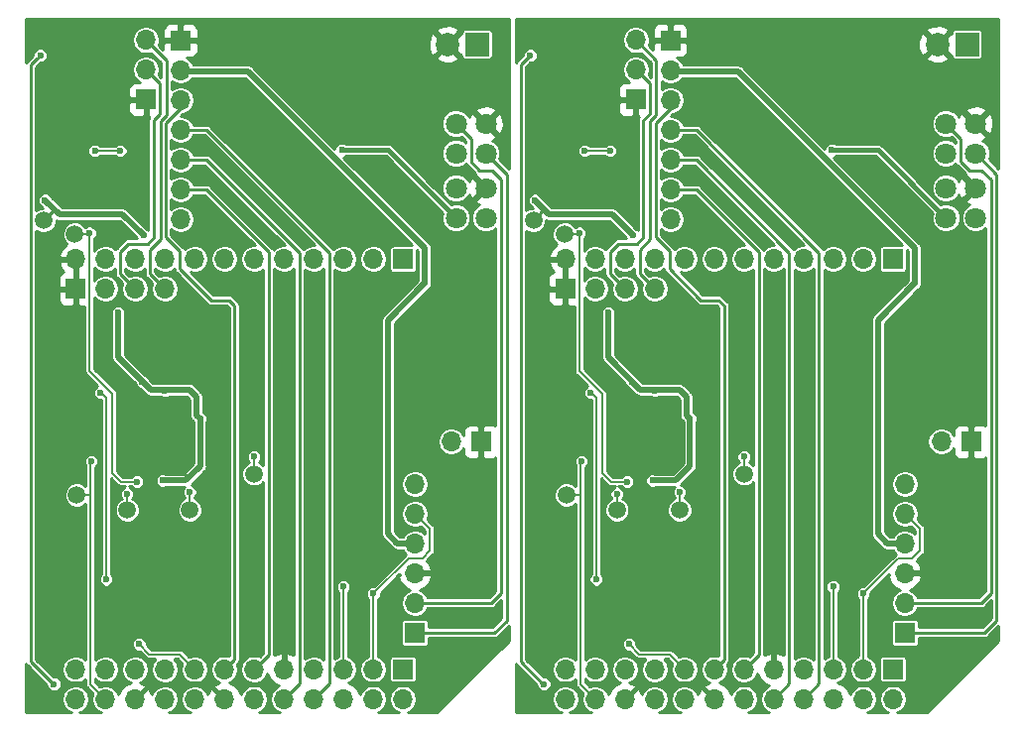
<source format=gbl>
G04 #@! TF.GenerationSoftware,KiCad,Pcbnew,5.0.0-fee4fd1~66~ubuntu16.04.1*
G04 #@! TF.CreationDate,2018-09-16T13:21:58+02:00*
G04 #@! TF.ProjectId,WiRoc_NanoPi_v1_Panelized,5769526F635F4E616E6F50695F76315F,rev?*
G04 #@! TF.SameCoordinates,Original*
G04 #@! TF.FileFunction,Copper,L2,Bot,Signal*
G04 #@! TF.FilePolarity,Positive*
%FSLAX46Y46*%
G04 Gerber Fmt 4.6, Leading zero omitted, Abs format (unit mm)*
G04 Created by KiCad (PCBNEW 5.0.0-fee4fd1~66~ubuntu16.04.1) date Sun Sep 16 13:21:58 2018*
%MOMM*%
%LPD*%
G01*
G04 APERTURE LIST*
G04 #@! TA.AperFunction,ComponentPad*
%ADD10R,1.700000X1.700000*%
G04 #@! TD*
G04 #@! TA.AperFunction,ComponentPad*
%ADD11O,1.700000X1.700000*%
G04 #@! TD*
G04 #@! TA.AperFunction,ViaPad*
%ADD12C,0.600000*%
G04 #@! TD*
G04 #@! TA.AperFunction,BGAPad,CuDef*
%ADD13C,1.500000*%
G04 #@! TD*
G04 #@! TA.AperFunction,ComponentPad*
%ADD14C,1.800000*%
G04 #@! TD*
G04 #@! TA.AperFunction,ComponentPad*
%ADD15R,2.000000X2.000000*%
G04 #@! TD*
G04 #@! TA.AperFunction,ComponentPad*
%ADD16C,2.000000*%
G04 #@! TD*
G04 #@! TA.AperFunction,ViaPad*
%ADD17C,0.400000*%
G04 #@! TD*
G04 #@! TA.AperFunction,Conductor*
%ADD18C,0.381000*%
G04 #@! TD*
G04 #@! TA.AperFunction,Conductor*
%ADD19C,0.203200*%
G04 #@! TD*
G04 #@! TA.AperFunction,Conductor*
%ADD20C,0.508000*%
G04 #@! TD*
G04 #@! TA.AperFunction,Conductor*
%ADD21C,0.254000*%
G04 #@! TD*
G04 APERTURE END LIST*
D10*
G04 #@! TO.P,J1,1*
G04 #@! TO.N,GND*
X114410900Y-66061200D03*
D11*
G04 #@! TO.P,J1,2*
G04 #@! TO.N,Net-(J1-Pad2)*
X111870900Y-66061200D03*
G04 #@! TD*
G04 #@! TO.P,J6,12*
G04 #@! TO.N,GND*
X79806000Y-50468000D03*
G04 #@! TO.P,J6,11*
G04 #@! TO.N,Net-(J6-Pad11)*
X82346000Y-50468000D03*
G04 #@! TO.P,J6,10*
G04 #@! TO.N,Net-(J6-Pad10)*
X84886000Y-50468000D03*
G04 #@! TO.P,J6,9*
G04 #@! TO.N,Net-(J6-Pad9)*
X87426000Y-50468000D03*
G04 #@! TO.P,J6,8*
G04 #@! TO.N,Net-(J6-Pad8)*
X89966000Y-50468000D03*
G04 #@! TO.P,J6,7*
G04 #@! TO.N,Net-(J6-Pad7)*
X92506000Y-50468000D03*
G04 #@! TO.P,J6,6*
G04 #@! TO.N,Net-(J6-Pad6)*
X95046000Y-50468000D03*
G04 #@! TO.P,J6,5*
G04 #@! TO.N,Net-(J6-Pad5)*
X97586000Y-50468000D03*
G04 #@! TO.P,J6,4*
G04 #@! TO.N,Net-(J6-Pad4)*
X100126000Y-50468000D03*
G04 #@! TO.P,J6,3*
G04 #@! TO.N,USBHost-DM1*
X102666000Y-50468000D03*
G04 #@! TO.P,J6,2*
G04 #@! TO.N,USBHost-DP1*
X105206000Y-50468000D03*
D10*
G04 #@! TO.P,J6,1*
G04 #@! TO.N,Net-(J6-Pad1)*
X107746000Y-50468000D03*
G04 #@! TD*
D12*
G04 #@! TO.N,GND*
G04 #@! TO.C,REF\002A\002A*
X91838000Y-52578000D03*
G04 #@! TD*
D13*
G04 #@! TO.P,TP10,1*
G04 #@! TO.N,IPSOUT*
X84206000Y-71882000D03*
G04 #@! TD*
G04 #@! TO.P,TP1,1*
G04 #@! TO.N,N_VBUSEN*
X79900000Y-70612000D03*
G04 #@! TD*
D12*
G04 #@! TO.N,GND*
G04 #@! TO.C,REF\002A\002A*
X91838000Y-55118000D03*
G04 #@! TD*
G04 #@! TO.N,GND*
G04 #@! TO.C,REF\002A\002A*
X94886000Y-72136000D03*
G04 #@! TD*
D11*
G04 #@! TO.P,U2,7*
G04 #@! TO.N,Net-(U2-Pad7)*
X88766000Y-47063000D03*
G04 #@! TO.P,U2,6*
G04 #@! TO.N,LORAAUX*
X88766000Y-44523000D03*
G04 #@! TO.P,U2,5*
G04 #@! TO.N,UART1_RX*
X88766000Y-41983000D03*
G04 #@! TO.P,U2,4*
G04 #@! TO.N,UART1_TX*
X88766000Y-39443000D03*
G04 #@! TO.P,U2,3*
G04 #@! TO.N,LORAEN*
X88766000Y-36903000D03*
G04 #@! TO.P,U2,2*
G04 #@! TO.N,SYS_3.3V*
X88766000Y-34363000D03*
D10*
G04 #@! TO.P,U2,1*
G04 #@! TO.N,GND*
X88766000Y-31823000D03*
G04 #@! TD*
D12*
G04 #@! TO.N,GND*
G04 #@! TO.C,REF\002A\002A*
X92346000Y-44704000D03*
G04 #@! TD*
G04 #@! TO.N,GND*
G04 #@! TO.C,REF\002A\002A*
X92600000Y-70866000D03*
G04 #@! TD*
D11*
G04 #@! TO.P,J7,4*
G04 #@! TO.N,Net-(J7-Pad4)*
X87426000Y-53008000D03*
G04 #@! TO.P,J7,3*
G04 #@! TO.N,Net-(J7-Pad3)*
X84886000Y-53008000D03*
G04 #@! TO.P,J7,2*
G04 #@! TO.N,Net-(J7-Pad2)*
X82346000Y-53008000D03*
D10*
G04 #@! TO.P,J7,1*
G04 #@! TO.N,GND*
X79806000Y-53008000D03*
G04 #@! TD*
D12*
G04 #@! TO.N,GND*
G04 #@! TO.C,REF\002A\002A*
X91330000Y-43688000D03*
G04 #@! TD*
G04 #@! TO.N,GND*
G04 #@! TO.C,REF\002A\002A*
X85234000Y-55118000D03*
G04 #@! TD*
G04 #@! TO.N,GND*
G04 #@! TO.C,REF\002A\002A*
X97680000Y-75692000D03*
G04 #@! TD*
G04 #@! TO.N,GND*
G04 #@! TO.C,REF\002A\002A*
X93362000Y-43180000D03*
G04 #@! TD*
G04 #@! TO.N,GND*
G04 #@! TO.C,REF\002A\002A*
X91584000Y-41402000D03*
G04 #@! TD*
G04 #@! TO.N,GND*
G04 #@! TO.C,REF\002A\002A*
X94886000Y-75692000D03*
G04 #@! TD*
G04 #@! TO.N,GND*
G04 #@! TO.C,REF\002A\002A*
X99966000Y-75692000D03*
G04 #@! TD*
D13*
G04 #@! TO.P,TP11,1*
G04 #@! TO.N,Net-(C13-Pad1)*
X77067900Y-47180500D03*
G04 #@! TD*
D14*
G04 #@! TO.P,J2,1*
G04 #@! TO.N,VBUS*
X112266000Y-41448000D03*
G04 #@! TO.P,J2,2*
G04 #@! TO.N,Net-(J2-Pad2)*
X114806000Y-41448000D03*
G04 #@! TO.P,J2,3*
G04 #@! TO.N,Net-(J2-Pad3)*
X112266000Y-38908000D03*
G04 #@! TO.P,J2,4*
G04 #@! TO.N,GND*
X114806000Y-38908000D03*
G04 #@! TD*
D12*
G04 #@! TO.N,GND*
G04 #@! TO.C,REF\002A\002A*
X79646000Y-68834000D03*
G04 #@! TD*
G04 #@! TO.N,GND*
G04 #@! TO.C,REF\002A\002A*
X88536000Y-55118000D03*
G04 #@! TD*
G04 #@! TO.N,GND*
G04 #@! TO.C,REF\002A\002A*
X78233760Y-35806380D03*
G04 #@! TD*
D13*
G04 #@! TO.P,TP2,1*
G04 #@! TO.N,Net-(C2-Pad1)*
X95036000Y-68818000D03*
G04 #@! TD*
D12*
G04 #@! TO.N,GND*
G04 #@! TO.C,REF\002A\002A*
X99966000Y-68834000D03*
G04 #@! TD*
G04 #@! TO.N,GND*
G04 #@! TO.C,REF\002A\002A*
X105223800Y-47950120D03*
G04 #@! TD*
G04 #@! TO.N,GND*
G04 #@! TO.C,REF\002A\002A*
X85419420Y-45874940D03*
G04 #@! TD*
G04 #@! TO.N,GND*
G04 #@! TO.C,REF\002A\002A*
X108091460Y-45166280D03*
G04 #@! TD*
D10*
G04 #@! TO.P,J5,1*
G04 #@! TO.N,Net-(J2-Pad2)*
X108766000Y-82368000D03*
D11*
G04 #@! TO.P,J5,2*
G04 #@! TO.N,Net-(J2-Pad3)*
X108766000Y-79828000D03*
G04 #@! TO.P,J5,3*
G04 #@! TO.N,GND*
X108766000Y-77288000D03*
G04 #@! TO.P,J5,4*
G04 #@! TO.N,SYS_3.3V*
X108766000Y-74748000D03*
G04 #@! TO.P,J5,5*
G04 #@! TO.N,SDA*
X108766000Y-72208000D03*
G04 #@! TO.P,J5,6*
G04 #@! TO.N,SCK*
X108766000Y-69668000D03*
G04 #@! TD*
D12*
G04 #@! TO.N,GND*
G04 #@! TO.C,REF\002A\002A*
X95648000Y-63754000D03*
G04 #@! TD*
G04 #@! TO.N,GND*
G04 #@! TO.C,REF\002A\002A*
X97680000Y-72136000D03*
G04 #@! TD*
G04 #@! TO.N,GND*
G04 #@! TO.C,REF\002A\002A*
X97680000Y-68834000D03*
G04 #@! TD*
D11*
G04 #@! TO.P,J9,24*
G04 #@! TO.N,Net-(J9-Pad24)*
X79806000Y-88018000D03*
G04 #@! TO.P,J9,23*
G04 #@! TO.N,Net-(J9-Pad23)*
X79806000Y-85478000D03*
G04 #@! TO.P,J9,22*
G04 #@! TO.N,N_VBUSEN*
X82346000Y-88018000D03*
G04 #@! TO.P,J9,21*
G04 #@! TO.N,Net-(J9-Pad21)*
X82346000Y-85478000D03*
G04 #@! TO.P,J9,20*
G04 #@! TO.N,GND*
X84886000Y-88018000D03*
G04 #@! TO.P,J9,19*
G04 #@! TO.N,Net-(J9-Pad19)*
X84886000Y-85478000D03*
G04 #@! TO.P,J9,18*
G04 #@! TO.N,Net-(J9-Pad18)*
X87426000Y-88018000D03*
G04 #@! TO.P,J9,17*
G04 #@! TO.N,SYS_3.3V*
X87426000Y-85478000D03*
G04 #@! TO.P,J9,16*
G04 #@! TO.N,Net-(J9-Pad16)*
X89966000Y-88018000D03*
G04 #@! TO.P,J9,15*
G04 #@! TO.N,IRQ*
X89966000Y-85478000D03*
G04 #@! TO.P,J9,14*
G04 #@! TO.N,GND*
X92506000Y-88018000D03*
G04 #@! TO.P,J9,13*
G04 #@! TO.N,LORAEN*
X92506000Y-85478000D03*
G04 #@! TO.P,J9,12*
G04 #@! TO.N,STATUS_LED*
X95046000Y-88018000D03*
G04 #@! TO.P,J9,11*
G04 #@! TO.N,LORAAUX*
X95046000Y-85478000D03*
G04 #@! TO.P,J9,10*
G04 #@! TO.N,UART1_RX*
X97586000Y-88018000D03*
G04 #@! TO.P,J9,9*
G04 #@! TO.N,GND*
X97586000Y-85478000D03*
G04 #@! TO.P,J9,8*
G04 #@! TO.N,UART1_TX*
X100126000Y-88018000D03*
G04 #@! TO.P,J9,7*
G04 #@! TO.N,Net-(J9-Pad7)*
X100126000Y-85478000D03*
G04 #@! TO.P,J9,6*
G04 #@! TO.N,GND*
X102666000Y-88018000D03*
G04 #@! TO.P,J9,5*
G04 #@! TO.N,SCK*
X102666000Y-85478000D03*
G04 #@! TO.P,J9,4*
G04 #@! TO.N,VDD_5V*
X105206000Y-88018000D03*
G04 #@! TO.P,J9,3*
G04 #@! TO.N,SDA*
X105206000Y-85478000D03*
G04 #@! TO.P,J9,2*
G04 #@! TO.N,VDD_5V*
X107746000Y-88018000D03*
D10*
G04 #@! TO.P,J9,1*
G04 #@! TO.N,Net-(J9-Pad1)*
X107746000Y-85478000D03*
G04 #@! TD*
D12*
G04 #@! TO.N,GND*
G04 #@! TO.C,REF\002A\002A*
X99966000Y-72136000D03*
G04 #@! TD*
G04 #@! TO.N,GND*
G04 #@! TO.C,REF\002A\002A*
X77141560Y-56898540D03*
G04 #@! TD*
G04 #@! TO.N,GND*
G04 #@! TO.C,REF\002A\002A*
X98188000Y-42672000D03*
G04 #@! TD*
G04 #@! TO.N,GND*
G04 #@! TO.C,REF\002A\002A*
X77979760Y-44442380D03*
G04 #@! TD*
G04 #@! TO.N,GND*
G04 #@! TO.C,REF\002A\002A*
X82948000Y-60960000D03*
G04 #@! TD*
D10*
G04 #@! TO.P,J8,1*
G04 #@! TO.N,GND*
X85807960Y-36863780D03*
D11*
G04 #@! TO.P,J8,2*
G04 #@! TO.N,Net-(J7-Pad3)*
X85807960Y-34323780D03*
G04 #@! TO.P,J8,3*
G04 #@! TO.N,Net-(J7-Pad4)*
X85807960Y-31783780D03*
G04 #@! TD*
D12*
G04 #@! TO.N,GND*
G04 #@! TO.C,REF\002A\002A*
X78297260Y-32133540D03*
G04 #@! TD*
G04 #@! TO.N,GND*
G04 #@! TO.C,REF\002A\002A*
X113872500Y-48859440D03*
G04 #@! TD*
G04 #@! TO.N,GND*
G04 #@! TO.C,REF\002A\002A*
X100728000Y-36830000D03*
G04 #@! TD*
G04 #@! TO.N,GND*
G04 #@! TO.C,REF\002A\002A*
X77141560Y-58417460D03*
G04 #@! TD*
G04 #@! TO.N,GND*
G04 #@! TO.C,REF\002A\002A*
X84472000Y-75692000D03*
G04 #@! TD*
D15*
G04 #@! TO.P,J3,1*
G04 #@! TO.N,BAT*
X114079000Y-32148000D03*
D16*
G04 #@! TO.P,J3,2*
G04 #@! TO.N,GND*
X111539000Y-32148000D03*
G04 #@! TD*
D12*
G04 #@! TO.N,GND*
G04 #@! TO.C,REF\002A\002A*
X89552000Y-53848000D03*
G04 #@! TD*
G04 #@! TO.N,GND*
G04 #@! TO.C,REF\002A\002A*
X94632000Y-63754000D03*
G04 #@! TD*
G04 #@! TO.N,GND*
G04 #@! TO.C,REF\002A\002A*
X78271860Y-33233360D03*
G04 #@! TD*
G04 #@! TO.N,GND*
G04 #@! TO.C,REF\002A\002A*
X90060000Y-55118000D03*
G04 #@! TD*
G04 #@! TO.N,GND*
G04 #@! TO.C,REF\002A\002A*
X80265760Y-45458380D03*
G04 #@! TD*
G04 #@! TO.N,GND*
G04 #@! TO.C,REF\002A\002A*
X77106000Y-59933840D03*
G04 #@! TD*
G04 #@! TO.N,GND*
G04 #@! TO.C,REF\002A\002A*
X84329760Y-33012380D03*
G04 #@! TD*
G04 #@! TO.N,GND*
G04 #@! TO.C,REF\002A\002A*
X78233760Y-37076380D03*
G04 #@! TD*
G04 #@! TO.N,GND*
G04 #@! TO.C,REF\002A\002A*
X94616760Y-60078620D03*
G04 #@! TD*
G04 #@! TO.N,GND*
G04 #@! TO.C,REF\002A\002A*
X86758000Y-55118000D03*
G04 #@! TD*
G04 #@! TO.N,GND*
G04 #@! TO.C,REF\002A\002A*
X77217760Y-43680380D03*
G04 #@! TD*
G04 #@! TO.N,GND*
G04 #@! TO.C,REF\002A\002A*
X96664000Y-42672000D03*
G04 #@! TD*
G04 #@! TO.N,GND*
G04 #@! TO.C,REF\002A\002A*
X90606100Y-75788520D03*
G04 #@! TD*
D14*
G04 #@! TO.P,J4,4*
G04 #@! TO.N,GND*
X114806000Y-44408000D03*
G04 #@! TO.P,J4,3*
G04 #@! TO.N,USBHost-DP1*
X112266000Y-44408000D03*
G04 #@! TO.P,J4,2*
G04 #@! TO.N,USBHost-DM1*
X114806000Y-46948000D03*
G04 #@! TO.P,J4,1*
G04 #@! TO.N,VDD_5V*
X112266000Y-46948000D03*
G04 #@! TD*
D12*
G04 #@! TO.N,GND*
G04 #@! TO.C,REF\002A\002A*
X91584000Y-68580000D03*
G04 #@! TD*
D13*
G04 #@! TO.P,TP4,1*
G04 #@! TO.N,EXTEN*
X79736000Y-48348000D03*
G04 #@! TD*
D12*
G04 #@! TO.N,GND*
G04 #@! TO.C,REF\002A\002A*
X97172000Y-35306000D03*
G04 #@! TD*
D13*
G04 #@! TO.P,TP3,1*
G04 #@! TO.N,Net-(R2-Pad2)*
X89552000Y-71882000D03*
G04 #@! TD*
D12*
G04 #@! TO.N,GND*
G04 #@! TO.C,REF\002A\002A*
X79646000Y-67818000D03*
G04 #@! TD*
G04 #@! TO.N,GND*
G04 #@! TO.C,REF\002A\002A*
X95622600Y-60104020D03*
G04 #@! TD*
G04 #@! TO.N,GND*
G04 #@! TO.C,REF\002A\002A*
X115028200Y-49898300D03*
G04 #@! TD*
G04 #@! TO.N,GND*
G04 #@! TO.C,REF\002A\002A*
X55880000Y-75692000D03*
G04 #@! TD*
G04 #@! TO.N,GND*
G04 #@! TO.C,REF\002A\002A*
X55880000Y-72136000D03*
G04 #@! TD*
G04 #@! TO.N,GND*
G04 #@! TO.C,REF\002A\002A*
X55880000Y-68834000D03*
G04 #@! TD*
D16*
G04 #@! TO.P,J3,2*
G04 #@! TO.N,GND*
X69739000Y-32148000D03*
D15*
G04 #@! TO.P,J3,1*
G04 #@! TO.N,BAT*
X72279000Y-32148000D03*
G04 #@! TD*
D11*
G04 #@! TO.P,J8,3*
G04 #@! TO.N,Net-(J7-Pad4)*
X44007960Y-31783780D03*
G04 #@! TO.P,J8,2*
G04 #@! TO.N,Net-(J7-Pad3)*
X44007960Y-34323780D03*
D10*
G04 #@! TO.P,J8,1*
G04 #@! TO.N,GND*
X44007960Y-36863780D03*
G04 #@! TD*
G04 #@! TO.P,U2,1*
G04 #@! TO.N,GND*
X46966000Y-31823000D03*
D11*
G04 #@! TO.P,U2,2*
G04 #@! TO.N,SYS_3.3V*
X46966000Y-34363000D03*
G04 #@! TO.P,U2,3*
G04 #@! TO.N,LORAEN*
X46966000Y-36903000D03*
G04 #@! TO.P,U2,4*
G04 #@! TO.N,UART1_TX*
X46966000Y-39443000D03*
G04 #@! TO.P,U2,5*
G04 #@! TO.N,UART1_RX*
X46966000Y-41983000D03*
G04 #@! TO.P,U2,6*
G04 #@! TO.N,LORAAUX*
X46966000Y-44523000D03*
G04 #@! TO.P,U2,7*
G04 #@! TO.N,Net-(U2-Pad7)*
X46966000Y-47063000D03*
G04 #@! TD*
G04 #@! TO.P,J1,2*
G04 #@! TO.N,Net-(J1-Pad2)*
X70070900Y-66061200D03*
D10*
G04 #@! TO.P,J1,1*
G04 #@! TO.N,GND*
X72610900Y-66061200D03*
G04 #@! TD*
D11*
G04 #@! TO.P,J5,6*
G04 #@! TO.N,SCK*
X66966000Y-69668000D03*
G04 #@! TO.P,J5,5*
G04 #@! TO.N,SDA*
X66966000Y-72208000D03*
G04 #@! TO.P,J5,4*
G04 #@! TO.N,SYS_3.3V*
X66966000Y-74748000D03*
G04 #@! TO.P,J5,3*
G04 #@! TO.N,GND*
X66966000Y-77288000D03*
G04 #@! TO.P,J5,2*
G04 #@! TO.N,Net-(J2-Pad3)*
X66966000Y-79828000D03*
D10*
G04 #@! TO.P,J5,1*
G04 #@! TO.N,Net-(J2-Pad2)*
X66966000Y-82368000D03*
G04 #@! TD*
D12*
G04 #@! TO.N,GND*
G04 #@! TO.C,REF\002A\002A*
X63423800Y-47950120D03*
G04 #@! TD*
G04 #@! TO.N,GND*
G04 #@! TO.C,REF\002A\002A*
X66291460Y-45166280D03*
G04 #@! TD*
D14*
G04 #@! TO.P,J2,4*
G04 #@! TO.N,GND*
X73006000Y-38908000D03*
G04 #@! TO.P,J2,3*
G04 #@! TO.N,Net-(J2-Pad3)*
X70466000Y-38908000D03*
G04 #@! TO.P,J2,2*
G04 #@! TO.N,Net-(J2-Pad2)*
X73006000Y-41448000D03*
G04 #@! TO.P,J2,1*
G04 #@! TO.N,VBUS*
X70466000Y-41448000D03*
G04 #@! TD*
D12*
G04 #@! TO.N,GND*
G04 #@! TO.C,REF\002A\002A*
X48806100Y-75788520D03*
G04 #@! TD*
G04 #@! TO.N,GND*
G04 #@! TO.C,REF\002A\002A*
X73228200Y-49898300D03*
G04 #@! TD*
G04 #@! TO.N,GND*
G04 #@! TO.C,REF\002A\002A*
X72072500Y-48859440D03*
G04 #@! TD*
G04 #@! TO.N,GND*
G04 #@! TO.C,REF\002A\002A*
X56388000Y-42672000D03*
G04 #@! TD*
G04 #@! TO.N,GND*
G04 #@! TO.C,REF\002A\002A*
X54864000Y-42672000D03*
G04 #@! TD*
G04 #@! TO.N,GND*
G04 #@! TO.C,REF\002A\002A*
X58928000Y-36830000D03*
G04 #@! TD*
G04 #@! TO.N,GND*
G04 #@! TO.C,REF\002A\002A*
X55372000Y-35306000D03*
G04 #@! TD*
G04 #@! TO.N,GND*
G04 #@! TO.C,REF\002A\002A*
X43619420Y-45874940D03*
G04 #@! TD*
G04 #@! TO.N,GND*
G04 #@! TO.C,REF\002A\002A*
X42529760Y-33012380D03*
G04 #@! TD*
G04 #@! TO.N,GND*
G04 #@! TO.C,REF\002A\002A*
X38465760Y-45458380D03*
G04 #@! TD*
G04 #@! TO.N,GND*
G04 #@! TO.C,REF\002A\002A*
X36179760Y-44442380D03*
G04 #@! TD*
G04 #@! TO.N,GND*
G04 #@! TO.C,REF\002A\002A*
X35417760Y-43680380D03*
G04 #@! TD*
G04 #@! TO.N,GND*
G04 #@! TO.C,REF\002A\002A*
X36433760Y-37076380D03*
G04 #@! TD*
G04 #@! TO.N,GND*
G04 #@! TO.C,REF\002A\002A*
X36433760Y-35806380D03*
G04 #@! TD*
G04 #@! TO.N,GND*
G04 #@! TO.C,REF\002A\002A*
X36497260Y-32133540D03*
G04 #@! TD*
G04 #@! TO.N,GND*
G04 #@! TO.C,REF\002A\002A*
X36471860Y-33233360D03*
G04 #@! TD*
G04 #@! TO.N,GND*
G04 #@! TO.C,REF\002A\002A*
X50800000Y-70866000D03*
G04 #@! TD*
G04 #@! TO.N,GND*
G04 #@! TO.C,REF\002A\002A*
X42672000Y-75692000D03*
G04 #@! TD*
G04 #@! TO.N,GND*
G04 #@! TO.C,REF\002A\002A*
X49784000Y-68580000D03*
G04 #@! TD*
G04 #@! TO.N,GND*
G04 #@! TO.C,REF\002A\002A*
X37846000Y-68834000D03*
G04 #@! TD*
G04 #@! TO.N,GND*
G04 #@! TO.C,REF\002A\002A*
X37846000Y-67818000D03*
G04 #@! TD*
G04 #@! TO.N,GND*
G04 #@! TO.C,REF\002A\002A*
X50038000Y-52578000D03*
G04 #@! TD*
G04 #@! TO.N,GND*
G04 #@! TO.C,REF\002A\002A*
X47752000Y-53848000D03*
G04 #@! TD*
G04 #@! TO.N,GND*
G04 #@! TO.C,REF\002A\002A*
X50038000Y-55118000D03*
G04 #@! TD*
G04 #@! TO.N,GND*
G04 #@! TO.C,REF\002A\002A*
X48260000Y-55118000D03*
G04 #@! TD*
G04 #@! TO.N,GND*
G04 #@! TO.C,REF\002A\002A*
X46736000Y-55118000D03*
G04 #@! TD*
G04 #@! TO.N,GND*
G04 #@! TO.C,REF\002A\002A*
X44958000Y-55118000D03*
G04 #@! TD*
G04 #@! TO.N,GND*
G04 #@! TO.C,REF\002A\002A*
X43434000Y-55118000D03*
G04 #@! TD*
G04 #@! TO.N,GND*
G04 #@! TO.C,REF\002A\002A*
X41148000Y-60960000D03*
G04 #@! TD*
G04 #@! TO.N,GND*
G04 #@! TO.C,REF\002A\002A*
X35306000Y-59933840D03*
G04 #@! TD*
G04 #@! TO.N,GND*
G04 #@! TO.C,REF\002A\002A*
X35341560Y-58417460D03*
G04 #@! TD*
G04 #@! TO.N,GND*
G04 #@! TO.C,REF\002A\002A*
X35341560Y-56898540D03*
G04 #@! TD*
G04 #@! TO.N,GND*
G04 #@! TO.C,REF\002A\002A*
X50546000Y-44704000D03*
G04 #@! TD*
G04 #@! TO.N,GND*
G04 #@! TO.C,REF\002A\002A*
X49530000Y-43688000D03*
G04 #@! TD*
G04 #@! TO.N,GND*
G04 #@! TO.C,REF\002A\002A*
X51562000Y-43180000D03*
G04 #@! TD*
G04 #@! TO.N,GND*
G04 #@! TO.C,REF\002A\002A*
X49784000Y-41402000D03*
G04 #@! TD*
G04 #@! TO.N,GND*
G04 #@! TO.C,REF\002A\002A*
X53086000Y-75692000D03*
G04 #@! TD*
G04 #@! TO.N,GND*
G04 #@! TO.C,REF\002A\002A*
X53086000Y-72136000D03*
G04 #@! TD*
G04 #@! TO.N,GND*
G04 #@! TO.C,REF\002A\002A*
X58166000Y-75692000D03*
G04 #@! TD*
G04 #@! TO.N,GND*
G04 #@! TO.C,REF\002A\002A*
X58166000Y-72136000D03*
G04 #@! TD*
G04 #@! TO.N,GND*
G04 #@! TO.C,REF\002A\002A*
X58166000Y-68834000D03*
G04 #@! TD*
G04 #@! TO.N,GND*
G04 #@! TO.C,REF\002A\002A*
X52832000Y-63754000D03*
G04 #@! TD*
G04 #@! TO.N,GND*
G04 #@! TO.C,REF\002A\002A*
X53848000Y-63754000D03*
G04 #@! TD*
G04 #@! TO.N,GND*
G04 #@! TO.C,REF\002A\002A*
X53822600Y-60104020D03*
G04 #@! TD*
D13*
G04 #@! TO.P,TP1,1*
G04 #@! TO.N,N_VBUSEN*
X38100000Y-70612000D03*
G04 #@! TD*
G04 #@! TO.P,TP2,1*
G04 #@! TO.N,Net-(C2-Pad1)*
X53236000Y-68818000D03*
G04 #@! TD*
G04 #@! TO.P,TP3,1*
G04 #@! TO.N,Net-(R2-Pad2)*
X47752000Y-71882000D03*
G04 #@! TD*
G04 #@! TO.P,TP4,1*
G04 #@! TO.N,EXTEN*
X37936000Y-48348000D03*
G04 #@! TD*
G04 #@! TO.P,TP10,1*
G04 #@! TO.N,IPSOUT*
X42406000Y-71882000D03*
G04 #@! TD*
G04 #@! TO.P,TP11,1*
G04 #@! TO.N,Net-(C13-Pad1)*
X35267900Y-47180500D03*
G04 #@! TD*
D12*
G04 #@! TO.N,GND*
G04 #@! TO.C,REF\002A\002A*
X52816760Y-60078620D03*
G04 #@! TD*
D14*
G04 #@! TO.P,J4,1*
G04 #@! TO.N,VDD_5V*
X70466000Y-46948000D03*
G04 #@! TO.P,J4,2*
G04 #@! TO.N,USBHost-DM1*
X73006000Y-46948000D03*
G04 #@! TO.P,J4,3*
G04 #@! TO.N,USBHost-DP1*
X70466000Y-44408000D03*
G04 #@! TO.P,J4,4*
G04 #@! TO.N,GND*
X73006000Y-44408000D03*
G04 #@! TD*
D10*
G04 #@! TO.P,J6,1*
G04 #@! TO.N,Net-(J6-Pad1)*
X65946000Y-50468000D03*
D11*
G04 #@! TO.P,J6,2*
G04 #@! TO.N,USBHost-DP1*
X63406000Y-50468000D03*
G04 #@! TO.P,J6,3*
G04 #@! TO.N,USBHost-DM1*
X60866000Y-50468000D03*
G04 #@! TO.P,J6,4*
G04 #@! TO.N,Net-(J6-Pad4)*
X58326000Y-50468000D03*
G04 #@! TO.P,J6,5*
G04 #@! TO.N,Net-(J6-Pad5)*
X55786000Y-50468000D03*
G04 #@! TO.P,J6,6*
G04 #@! TO.N,Net-(J6-Pad6)*
X53246000Y-50468000D03*
G04 #@! TO.P,J6,7*
G04 #@! TO.N,Net-(J6-Pad7)*
X50706000Y-50468000D03*
G04 #@! TO.P,J6,8*
G04 #@! TO.N,Net-(J6-Pad8)*
X48166000Y-50468000D03*
G04 #@! TO.P,J6,9*
G04 #@! TO.N,Net-(J6-Pad9)*
X45626000Y-50468000D03*
G04 #@! TO.P,J6,10*
G04 #@! TO.N,Net-(J6-Pad10)*
X43086000Y-50468000D03*
G04 #@! TO.P,J6,11*
G04 #@! TO.N,Net-(J6-Pad11)*
X40546000Y-50468000D03*
G04 #@! TO.P,J6,12*
G04 #@! TO.N,GND*
X38006000Y-50468000D03*
G04 #@! TD*
D10*
G04 #@! TO.P,J7,1*
G04 #@! TO.N,GND*
X38006000Y-53008000D03*
D11*
G04 #@! TO.P,J7,2*
G04 #@! TO.N,Net-(J7-Pad2)*
X40546000Y-53008000D03*
G04 #@! TO.P,J7,3*
G04 #@! TO.N,Net-(J7-Pad3)*
X43086000Y-53008000D03*
G04 #@! TO.P,J7,4*
G04 #@! TO.N,Net-(J7-Pad4)*
X45626000Y-53008000D03*
G04 #@! TD*
D10*
G04 #@! TO.P,J9,1*
G04 #@! TO.N,Net-(J9-Pad1)*
X65946000Y-85478000D03*
D11*
G04 #@! TO.P,J9,2*
G04 #@! TO.N,VDD_5V*
X65946000Y-88018000D03*
G04 #@! TO.P,J9,3*
G04 #@! TO.N,SDA*
X63406000Y-85478000D03*
G04 #@! TO.P,J9,4*
G04 #@! TO.N,VDD_5V*
X63406000Y-88018000D03*
G04 #@! TO.P,J9,5*
G04 #@! TO.N,SCK*
X60866000Y-85478000D03*
G04 #@! TO.P,J9,6*
G04 #@! TO.N,GND*
X60866000Y-88018000D03*
G04 #@! TO.P,J9,7*
G04 #@! TO.N,Net-(J9-Pad7)*
X58326000Y-85478000D03*
G04 #@! TO.P,J9,8*
G04 #@! TO.N,UART1_TX*
X58326000Y-88018000D03*
G04 #@! TO.P,J9,9*
G04 #@! TO.N,GND*
X55786000Y-85478000D03*
G04 #@! TO.P,J9,10*
G04 #@! TO.N,UART1_RX*
X55786000Y-88018000D03*
G04 #@! TO.P,J9,11*
G04 #@! TO.N,LORAAUX*
X53246000Y-85478000D03*
G04 #@! TO.P,J9,12*
G04 #@! TO.N,STATUS_LED*
X53246000Y-88018000D03*
G04 #@! TO.P,J9,13*
G04 #@! TO.N,LORAEN*
X50706000Y-85478000D03*
G04 #@! TO.P,J9,14*
G04 #@! TO.N,GND*
X50706000Y-88018000D03*
G04 #@! TO.P,J9,15*
G04 #@! TO.N,IRQ*
X48166000Y-85478000D03*
G04 #@! TO.P,J9,16*
G04 #@! TO.N,Net-(J9-Pad16)*
X48166000Y-88018000D03*
G04 #@! TO.P,J9,17*
G04 #@! TO.N,SYS_3.3V*
X45626000Y-85478000D03*
G04 #@! TO.P,J9,18*
G04 #@! TO.N,Net-(J9-Pad18)*
X45626000Y-88018000D03*
G04 #@! TO.P,J9,19*
G04 #@! TO.N,Net-(J9-Pad19)*
X43086000Y-85478000D03*
G04 #@! TO.P,J9,20*
G04 #@! TO.N,GND*
X43086000Y-88018000D03*
G04 #@! TO.P,J9,21*
G04 #@! TO.N,Net-(J9-Pad21)*
X40546000Y-85478000D03*
G04 #@! TO.P,J9,22*
G04 #@! TO.N,N_VBUSEN*
X40546000Y-88018000D03*
G04 #@! TO.P,J9,23*
G04 #@! TO.N,Net-(J9-Pad23)*
X38006000Y-85478000D03*
G04 #@! TO.P,J9,24*
G04 #@! TO.N,Net-(J9-Pad24)*
X38006000Y-88018000D03*
G04 #@! TD*
D17*
G04 #@! TO.N,GND*
X44451800Y-66931600D03*
X44451800Y-65531600D03*
X45851800Y-66931600D03*
X45851800Y-65535300D03*
X43051800Y-66931600D03*
X43051800Y-65535300D03*
X43051800Y-64131600D03*
X44451800Y-64131600D03*
X45851800Y-64131600D03*
X84851800Y-66931600D03*
X84851800Y-65535300D03*
X86251800Y-64131600D03*
X87651800Y-66931600D03*
X86251800Y-65531600D03*
X86251800Y-66931600D03*
X84851800Y-64131600D03*
X87651800Y-64131600D03*
X87651800Y-65535300D03*
D12*
G04 #@! TO.N,IPSOUT*
X42396000Y-70498000D03*
X41648300Y-55045100D03*
X43698160Y-60934600D03*
X45451800Y-69370700D03*
X48633300Y-64131600D03*
X45653961Y-61677990D03*
X87453961Y-61677990D03*
X85498160Y-60934600D03*
X84196000Y-70498000D03*
X83448300Y-55045100D03*
X90433300Y-64131600D03*
X87251800Y-69370700D03*
G04 #@! TO.N,Net-(C2-Pad1)*
X53236000Y-67348000D03*
X95036000Y-67348000D03*
G04 #@! TO.N,PWRON*
X40137000Y-61865000D03*
X40619600Y-77825600D03*
X82419600Y-77825600D03*
X81937000Y-61865000D03*
G04 #@! TO.N,Net-(C13-Pad1)*
X43815000Y-48463204D03*
X35397360Y-45448980D03*
X77197360Y-45448980D03*
X85615000Y-48463204D03*
G04 #@! TO.N,VDD_5V*
X60741560Y-41155620D03*
X102541560Y-41155620D03*
G04 #@! TO.N,SDA*
X63428798Y-79027480D03*
X105228798Y-79027480D03*
G04 #@! TO.N,SCK*
X60850700Y-78435370D03*
X102650700Y-78435370D03*
G04 #@! TO.N,STATUS_LED*
X36169600Y-86751160D03*
X34996120Y-33096200D03*
X77969600Y-86751160D03*
X76796120Y-33096200D03*
G04 #@! TO.N,IRQ*
X43434000Y-83337400D03*
X85234000Y-83337400D03*
G04 #@! TO.N,N_VBUSEN*
X39362300Y-67745100D03*
X81162300Y-67745100D03*
G04 #@! TO.N,Net-(R2-Pad2)*
X47752000Y-70358000D03*
X89552000Y-70358000D03*
G04 #@! TO.N,EXTEN*
X41829760Y-41241980D03*
X39209900Y-48237898D03*
X39651860Y-41219880D03*
X43240960Y-69466460D03*
X85040960Y-69466460D03*
X81451860Y-41219880D03*
X81009900Y-48237898D03*
X83629760Y-41241980D03*
G04 #@! TD*
D18*
G04 #@! TO.N,GND*
X50706000Y-88018000D02*
X49456000Y-86768000D01*
X49456000Y-86768000D02*
X44336000Y-86768000D01*
X44336000Y-86768000D02*
X43086000Y-88018000D01*
X86136000Y-86768000D02*
X84886000Y-88018000D01*
X92506000Y-88018000D02*
X91256000Y-86768000D01*
X91256000Y-86768000D02*
X86136000Y-86768000D01*
D19*
G04 #@! TO.N,IPSOUT*
X42396000Y-70498000D02*
X42396000Y-72018000D01*
X42396000Y-72018000D02*
X42406000Y-72028000D01*
D20*
X45451800Y-69364500D02*
X47433000Y-69364500D01*
X47433000Y-69364500D02*
X48633300Y-68164200D01*
X48633300Y-68164200D02*
X48633300Y-64131600D01*
D18*
X45451800Y-69370700D02*
X45445600Y-69364500D01*
X45445600Y-69364500D02*
X45451800Y-69364500D01*
D20*
X48333301Y-63831601D02*
X48633300Y-64131600D01*
X48333301Y-62225401D02*
X48333301Y-63831601D01*
X41648300Y-55045100D02*
X41648300Y-58877120D01*
X41648300Y-58877120D02*
X44386500Y-61615320D01*
X47723220Y-61615320D02*
X48333301Y-62225401D01*
X45438060Y-61615320D02*
X47723220Y-61615320D01*
X44386500Y-61615320D02*
X45438060Y-61615320D01*
D19*
X84196000Y-72018000D02*
X84206000Y-72028000D01*
X84196000Y-70498000D02*
X84196000Y-72018000D01*
D20*
X89233000Y-69364500D02*
X90433300Y-68164200D01*
X87251800Y-69364500D02*
X89233000Y-69364500D01*
X90433300Y-68164200D02*
X90433300Y-64131600D01*
X83448300Y-58877120D02*
X86186500Y-61615320D01*
X86186500Y-61615320D02*
X87238060Y-61615320D01*
X87238060Y-61615320D02*
X89523220Y-61615320D01*
X89523220Y-61615320D02*
X90133301Y-62225401D01*
X90133301Y-62225401D02*
X90133301Y-63831601D01*
X83448300Y-55045100D02*
X83448300Y-58877120D01*
X90133301Y-63831601D02*
X90433300Y-64131600D01*
D18*
X87251800Y-69370700D02*
X87245600Y-69364500D01*
X87245600Y-69364500D02*
X87251800Y-69364500D01*
D19*
G04 #@! TO.N,Net-(C2-Pad1)*
X53236000Y-67348000D02*
X53236000Y-68818000D01*
X95036000Y-67348000D02*
X95036000Y-68818000D01*
G04 #@! TO.N,PWRON*
X40619600Y-62347600D02*
X40436999Y-62164999D01*
X40436999Y-62164999D02*
X40137000Y-61865000D01*
X40619600Y-78006700D02*
X40619600Y-62347600D01*
X82236999Y-62164999D02*
X81937000Y-61865000D01*
X82419600Y-78006700D02*
X82419600Y-62347600D01*
X82419600Y-62347600D02*
X82236999Y-62164999D01*
D20*
G04 #@! TO.N,Net-(C13-Pad1)*
X36610720Y-46662340D02*
X35397360Y-45448980D01*
X42014136Y-46662340D02*
X36610720Y-46662340D01*
X43815000Y-48463204D02*
X42014136Y-46662340D01*
D21*
X36378881Y-46430501D02*
X36610720Y-46662340D01*
X36017899Y-46430501D02*
X36378881Y-46430501D01*
X35267900Y-47180500D02*
X36017899Y-46430501D01*
X78178881Y-46430501D02*
X78410720Y-46662340D01*
D20*
X78410720Y-46662340D02*
X77197360Y-45448980D01*
D21*
X77067900Y-47180500D02*
X77817899Y-46430501D01*
D20*
X85615000Y-48463204D02*
X83814136Y-46662340D01*
D21*
X77817899Y-46430501D02*
X78178881Y-46430501D01*
D20*
X83814136Y-46662340D02*
X78410720Y-46662340D01*
D18*
G04 #@! TO.N,VDD_5V*
X64673620Y-41155620D02*
X70466000Y-46948000D01*
X60741560Y-41155620D02*
X64673620Y-41155620D01*
X106473620Y-41155620D02*
X112266000Y-46948000D01*
X102541560Y-41155620D02*
X106473620Y-41155620D01*
G04 #@! TO.N,SYS_3.3V*
X47777400Y-34467800D02*
X47650400Y-34340800D01*
D20*
X67807840Y-49545240D02*
X52730400Y-34467800D01*
X52730400Y-34467800D02*
X47777400Y-34467800D01*
X67807840Y-52565300D02*
X67807840Y-49545240D01*
X66966000Y-74748000D02*
X65466000Y-74748000D01*
X64665860Y-73947860D02*
X64665860Y-55679340D01*
X65466000Y-74748000D02*
X64665860Y-73947860D01*
X64665860Y-55679340D02*
X67830700Y-52514500D01*
D18*
X89577400Y-34467800D02*
X89450400Y-34340800D01*
D20*
X109607840Y-52565300D02*
X109607840Y-49545240D01*
X106465860Y-55679340D02*
X109630700Y-52514500D01*
X108766000Y-74748000D02*
X107266000Y-74748000D01*
X109607840Y-49545240D02*
X94530400Y-34467800D01*
X94530400Y-34467800D02*
X89577400Y-34467800D01*
X107266000Y-74748000D02*
X106465860Y-73947860D01*
X106465860Y-73947860D02*
X106465860Y-55679340D01*
D21*
G04 #@! TO.N,Net-(J2-Pad2)*
X73763260Y-82368000D02*
X66966000Y-82368000D01*
X74803000Y-81328260D02*
X73763260Y-82368000D01*
X74803000Y-43256200D02*
X74803000Y-81328260D01*
X73030080Y-41483280D02*
X74803000Y-43256200D01*
X115563260Y-82368000D02*
X108766000Y-82368000D01*
X116603000Y-81328260D02*
X115563260Y-82368000D01*
X116603000Y-43256200D02*
X116603000Y-81328260D01*
X114830080Y-41483280D02*
X116603000Y-43256200D01*
G04 #@! TO.N,Net-(J2-Pad3)*
X71737220Y-40179220D02*
X70466000Y-38908000D01*
X71737220Y-42174160D02*
X71737220Y-40179220D01*
X72466200Y-42903140D02*
X71737220Y-42174160D01*
X74300000Y-43675220D02*
X73527920Y-42903140D01*
X66966000Y-79828000D02*
X73471160Y-79828000D01*
X73471160Y-79828000D02*
X74300000Y-78999160D01*
X73527920Y-42903140D02*
X72466200Y-42903140D01*
X74300000Y-78999160D02*
X74300000Y-43675220D01*
X115327920Y-42903140D02*
X114266200Y-42903140D01*
X116100000Y-43675220D02*
X115327920Y-42903140D01*
X114266200Y-42903140D02*
X113537220Y-42174160D01*
X108766000Y-79828000D02*
X115271160Y-79828000D01*
X116100000Y-78999160D02*
X116100000Y-43675220D01*
X115271160Y-79828000D02*
X116100000Y-78999160D01*
X113537220Y-42174160D02*
X113537220Y-40179220D01*
X113537220Y-40179220D02*
X112266000Y-38908000D01*
D19*
G04 #@! TO.N,SDA*
X63428798Y-79027480D02*
X63428798Y-85455202D01*
X63428798Y-85455202D02*
X63406000Y-85478000D01*
X63406000Y-79050278D02*
X63428798Y-79027480D01*
X68244720Y-73486720D02*
X67815999Y-73057999D01*
X67815999Y-73057999D02*
X66966000Y-72208000D01*
X63428798Y-79027480D02*
X66421378Y-76034900D01*
X66421378Y-76034900D02*
X67589400Y-76034900D01*
X67589400Y-76034900D02*
X68244720Y-75379580D01*
X68244720Y-75379580D02*
X68244720Y-73486720D01*
X110044720Y-75379580D02*
X110044720Y-73486720D01*
X105228798Y-79027480D02*
X108221378Y-76034900D01*
X109615999Y-73057999D02*
X108766000Y-72208000D01*
X110044720Y-73486720D02*
X109615999Y-73057999D01*
X105228798Y-79027480D02*
X105228798Y-85455202D01*
X108221378Y-76034900D02*
X109389400Y-76034900D01*
X105206000Y-79050278D02*
X105228798Y-79027480D01*
X105228798Y-85455202D02*
X105206000Y-85478000D01*
X109389400Y-76034900D02*
X110044720Y-75379580D01*
G04 #@! TO.N,SCK*
X60850700Y-78435370D02*
X60850700Y-85462700D01*
X60850700Y-85462700D02*
X60866000Y-85478000D01*
X60866000Y-78450670D02*
X60850700Y-78435370D01*
X102650700Y-78435370D02*
X102650700Y-85462700D01*
X102650700Y-85462700D02*
X102666000Y-85478000D01*
X102666000Y-78450670D02*
X102650700Y-78435370D01*
D21*
G04 #@! TO.N,Net-(J7-Pad3)*
X42236001Y-52158001D02*
X43086000Y-53008000D01*
X41808400Y-51730400D02*
X42236001Y-52158001D01*
X44138100Y-49149000D02*
X42519600Y-49149000D01*
X41808400Y-49860200D02*
X41808400Y-51730400D01*
X42519600Y-49149000D02*
X41808400Y-49860200D01*
X44663360Y-48623740D02*
X44138100Y-49149000D01*
X44663360Y-38612455D02*
X44663360Y-48623740D01*
X45188161Y-38087654D02*
X44663360Y-38612455D01*
X45188161Y-35503981D02*
X45188161Y-38087654D01*
X44007960Y-34323780D02*
X45188161Y-35503981D01*
X84036001Y-52158001D02*
X84886000Y-53008000D01*
X84319600Y-49149000D02*
X83608400Y-49860200D01*
X83608400Y-49860200D02*
X83608400Y-51730400D01*
X83608400Y-51730400D02*
X84036001Y-52158001D01*
X85938100Y-49149000D02*
X84319600Y-49149000D01*
X85807960Y-34323780D02*
X86988161Y-35503981D01*
X86988161Y-35503981D02*
X86988161Y-38087654D01*
X86463360Y-38612455D02*
X86463360Y-48623740D01*
X86988161Y-38087654D02*
X86463360Y-38612455D01*
X86463360Y-48623740D02*
X85938100Y-49149000D01*
G04 #@! TO.N,Net-(J7-Pad4)*
X44776001Y-52158001D02*
X45626000Y-53008000D01*
X44348400Y-49657000D02*
X44348400Y-51730400D01*
X45245009Y-48760391D02*
X44348400Y-49657000D01*
X45245009Y-38677398D02*
X45245009Y-48760391D01*
X43997880Y-31777940D02*
X45760640Y-33540700D01*
X44348400Y-51730400D02*
X44776001Y-52158001D01*
X45760640Y-33540700D02*
X45760640Y-38161767D01*
X45760640Y-38161767D02*
X45245009Y-38677398D01*
X87560640Y-33540700D02*
X87560640Y-38161767D01*
X87560640Y-38161767D02*
X87045009Y-38677398D01*
X86148400Y-51730400D02*
X86576001Y-52158001D01*
X85797880Y-31777940D02*
X87560640Y-33540700D01*
X87045009Y-38677398D02*
X87045009Y-48760391D01*
X86576001Y-52158001D02*
X87426000Y-53008000D01*
X86148400Y-49657000D02*
X86148400Y-51730400D01*
X87045009Y-48760391D02*
X86148400Y-49657000D01*
G04 #@! TO.N,UART1_TX*
X59631500Y-86712500D02*
X58326000Y-88018000D01*
X59631500Y-49908500D02*
X59631500Y-86712500D01*
X49181900Y-39458900D02*
X59631500Y-49908500D01*
X46913800Y-39458900D02*
X49181900Y-39458900D01*
X90981900Y-39458900D02*
X101431500Y-49908500D01*
X101431500Y-49908500D02*
X101431500Y-86712500D01*
X101431500Y-86712500D02*
X100126000Y-88018000D01*
X88713800Y-39458900D02*
X90981900Y-39458900D01*
G04 #@! TO.N,UART1_RX*
X57091500Y-86712500D02*
X55786000Y-88018000D01*
X57091500Y-49908500D02*
X57091500Y-86712500D01*
X49207300Y-42024300D02*
X57091500Y-49908500D01*
X46934120Y-42024300D02*
X49207300Y-42024300D01*
X88734120Y-42024300D02*
X91007300Y-42024300D01*
X98891500Y-49908500D02*
X98891500Y-86712500D01*
X98891500Y-86712500D02*
X97586000Y-88018000D01*
X91007300Y-42024300D02*
X98891500Y-49908500D01*
G04 #@! TO.N,LORAAUX*
X54488000Y-49845000D02*
X54488000Y-84236000D01*
X49194600Y-44551600D02*
X54488000Y-49845000D01*
X54488000Y-84236000D02*
X53246000Y-85478000D01*
X46913800Y-44551600D02*
X49194600Y-44551600D01*
X88713800Y-44551600D02*
X90994600Y-44551600D01*
X90994600Y-44551600D02*
X96288000Y-49845000D01*
X96288000Y-84236000D02*
X95046000Y-85478000D01*
X96288000Y-49845000D02*
X96288000Y-84236000D01*
G04 #@! TO.N,STATUS_LED*
X36189920Y-86842600D02*
X34187699Y-84840379D01*
X34187699Y-84840379D02*
X34187699Y-33904621D01*
X34187699Y-33904621D02*
X34696121Y-33396199D01*
X34696121Y-33396199D02*
X34996120Y-33096200D01*
X76496121Y-33396199D02*
X76796120Y-33096200D01*
X75987699Y-33904621D02*
X76496121Y-33396199D01*
X75987699Y-84840379D02*
X75987699Y-33904621D01*
X77989920Y-86842600D02*
X75987699Y-84840379D01*
G04 #@! TO.N,LORAEN*
X46888400Y-49809400D02*
X45702220Y-48623220D01*
X46888400Y-51307598D02*
X46888400Y-49809400D01*
X49555802Y-53975000D02*
X46888400Y-51307598D01*
X50706000Y-85478000D02*
X51555999Y-84628001D01*
X51555999Y-84628001D02*
X51555999Y-54451599D01*
X45702220Y-48623220D02*
X45702220Y-38889940D01*
X51555999Y-54451599D02*
X51079400Y-53975000D01*
X51079400Y-53975000D02*
X49555802Y-53975000D01*
X46966000Y-37626160D02*
X46812200Y-37779960D01*
X46966000Y-36903000D02*
X46966000Y-37626160D01*
X46812200Y-37779960D02*
X46913800Y-37678360D01*
X45702220Y-38889940D02*
X46812200Y-37779960D01*
X87502220Y-38889940D02*
X88612200Y-37779960D01*
X88612200Y-37779960D02*
X88713800Y-37678360D01*
X88766000Y-36903000D02*
X88766000Y-37626160D01*
X92879400Y-53975000D02*
X91355802Y-53975000D01*
X88766000Y-37626160D02*
X88612200Y-37779960D01*
X93355999Y-54451599D02*
X92879400Y-53975000D01*
X87502220Y-48623220D02*
X87502220Y-38889940D01*
X92506000Y-85478000D02*
X93355999Y-84628001D01*
X88688400Y-49809400D02*
X87502220Y-48623220D01*
X88688400Y-51307598D02*
X88688400Y-49809400D01*
X91355802Y-53975000D02*
X88688400Y-51307598D01*
X93355999Y-84628001D02*
X93355999Y-54451599D01*
D19*
G04 #@! TO.N,IRQ*
X43434000Y-83337400D02*
X44297600Y-84201000D01*
X44297600Y-84201000D02*
X46889000Y-84201000D01*
X46889000Y-84201000D02*
X48166000Y-85478000D01*
X88689000Y-84201000D02*
X89966000Y-85478000D01*
X85234000Y-83337400D02*
X86097600Y-84201000D01*
X86097600Y-84201000D02*
X88689000Y-84201000D01*
G04 #@! TO.N,N_VBUSEN*
X39268601Y-67838799D02*
X39268601Y-70612000D01*
X39268601Y-70612000D02*
X39268601Y-86740601D01*
X38100000Y-70612000D02*
X39268601Y-70612000D01*
X39362300Y-67745100D02*
X39268601Y-67838799D01*
X39268601Y-86740601D02*
X40546000Y-88018000D01*
X81068601Y-86740601D02*
X82346000Y-88018000D01*
X81068601Y-70612000D02*
X81068601Y-86740601D01*
X81068601Y-67838799D02*
X81068601Y-70612000D01*
X79900000Y-70612000D02*
X81068601Y-70612000D01*
X81162300Y-67745100D02*
X81068601Y-67838799D01*
G04 #@! TO.N,Net-(R2-Pad2)*
X47752000Y-70358000D02*
X47752000Y-71882000D01*
X89552000Y-70358000D02*
X89552000Y-71882000D01*
G04 #@! TO.N,EXTEN*
X37936000Y-48348000D02*
X39099798Y-48348000D01*
X39099798Y-48348000D02*
X39209900Y-48237898D01*
X43238420Y-69469000D02*
X43240960Y-69466460D01*
X39209900Y-48237898D02*
X39209900Y-60048900D01*
X39209900Y-60048900D02*
X41155620Y-61994620D01*
X41894760Y-69469000D02*
X43238420Y-69469000D01*
X41155620Y-61994620D02*
X41155620Y-68729860D01*
X41155620Y-68729860D02*
X41894760Y-69469000D01*
X41807660Y-41219880D02*
X41829760Y-41241980D01*
X39651860Y-41219880D02*
X41807660Y-41219880D01*
X81451860Y-41219880D02*
X83607660Y-41219880D01*
X82955620Y-61994620D02*
X82955620Y-68729860D01*
X83607660Y-41219880D02*
X83629760Y-41241980D01*
X82955620Y-68729860D02*
X83694760Y-69469000D01*
X83694760Y-69469000D02*
X85038420Y-69469000D01*
X81009900Y-60048900D02*
X82955620Y-61994620D01*
X81009900Y-48237898D02*
X81009900Y-60048900D01*
X85038420Y-69469000D02*
X85040960Y-69466460D01*
X80899798Y-48348000D02*
X81009900Y-48237898D01*
X79736000Y-48348000D02*
X80899798Y-48348000D01*
G04 #@! TD*
D21*
G04 #@! TO.N,GND*
G36*
X36382777Y-47212644D02*
X36553183Y-47246540D01*
X36610719Y-47257985D01*
X36668255Y-47246540D01*
X41772154Y-47246540D01*
X43217412Y-48691800D01*
X42564630Y-48691800D01*
X42519600Y-48682843D01*
X42474570Y-48691800D01*
X42341209Y-48718327D01*
X42189977Y-48819377D01*
X42164468Y-48857554D01*
X41516954Y-49505068D01*
X41478777Y-49530577D01*
X41401275Y-49646567D01*
X41387720Y-49626280D01*
X41001536Y-49368240D01*
X40660985Y-49300500D01*
X40431015Y-49300500D01*
X40090464Y-49368240D01*
X39704280Y-49626280D01*
X39629000Y-49738944D01*
X39629000Y-48692076D01*
X39733392Y-48587684D01*
X39827400Y-48360726D01*
X39827400Y-48115070D01*
X39733392Y-47888112D01*
X39559686Y-47714406D01*
X39332728Y-47620398D01*
X39087072Y-47620398D01*
X38860114Y-47714406D01*
X38836097Y-47738424D01*
X38540690Y-47443017D01*
X38148339Y-47280500D01*
X37723661Y-47280500D01*
X37331310Y-47443017D01*
X37031017Y-47743310D01*
X36868500Y-48135661D01*
X36868500Y-48560339D01*
X37031017Y-48952690D01*
X37264254Y-49185927D01*
X37239076Y-49196355D01*
X36810817Y-49586642D01*
X36564514Y-50111108D01*
X36685181Y-50341000D01*
X37879000Y-50341000D01*
X37879000Y-50321000D01*
X38133000Y-50321000D01*
X38133000Y-50341000D01*
X38153000Y-50341000D01*
X38153000Y-50595000D01*
X38133000Y-50595000D01*
X38133000Y-52881000D01*
X38153000Y-52881000D01*
X38153000Y-53135000D01*
X38133000Y-53135000D01*
X38133000Y-54334250D01*
X38291750Y-54493000D01*
X38790801Y-54493000D01*
X38790801Y-60007622D01*
X38782590Y-60048900D01*
X38815118Y-60212424D01*
X38907747Y-60351054D01*
X38942738Y-60374434D01*
X39873904Y-61305600D01*
X39787214Y-61341508D01*
X39613508Y-61515214D01*
X39519500Y-61742172D01*
X39519500Y-61987828D01*
X39613508Y-62214786D01*
X39787214Y-62388492D01*
X40014172Y-62482500D01*
X40161803Y-62482500D01*
X40169835Y-62490532D01*
X40169838Y-62490534D01*
X40200501Y-62521197D01*
X40200500Y-77371422D01*
X40096108Y-77475814D01*
X40002100Y-77702772D01*
X40002100Y-77948428D01*
X40096108Y-78175386D01*
X40269814Y-78349092D01*
X40496772Y-78443100D01*
X40742428Y-78443100D01*
X40969386Y-78349092D01*
X41143092Y-78175386D01*
X41237100Y-77948428D01*
X41237100Y-77702772D01*
X41143092Y-77475814D01*
X41038700Y-77371422D01*
X41038700Y-69205636D01*
X41569226Y-69736163D01*
X41592606Y-69771154D01*
X41731236Y-69863783D01*
X41853486Y-69888100D01*
X41853487Y-69888100D01*
X41894760Y-69896310D01*
X41936033Y-69888100D01*
X42254824Y-69888100D01*
X42046214Y-69974508D01*
X41872508Y-70148214D01*
X41778500Y-70375172D01*
X41778500Y-70620828D01*
X41872508Y-70847786D01*
X41943035Y-70918313D01*
X41801310Y-70977017D01*
X41501017Y-71277310D01*
X41338500Y-71669661D01*
X41338500Y-72094339D01*
X41501017Y-72486690D01*
X41801310Y-72786983D01*
X42193661Y-72949500D01*
X42618339Y-72949500D01*
X43010690Y-72786983D01*
X43310983Y-72486690D01*
X43473500Y-72094339D01*
X43473500Y-71669661D01*
X43310983Y-71277310D01*
X43010690Y-70977017D01*
X42854823Y-70912455D01*
X42919492Y-70847786D01*
X43013500Y-70620828D01*
X43013500Y-70375172D01*
X42919492Y-70148214D01*
X42745786Y-69974508D01*
X42537176Y-69888100D01*
X42789322Y-69888100D01*
X42891174Y-69989952D01*
X43118132Y-70083960D01*
X43363788Y-70083960D01*
X43590746Y-69989952D01*
X43764452Y-69816246D01*
X43858460Y-69589288D01*
X43858460Y-69343632D01*
X43764452Y-69116674D01*
X43590746Y-68942968D01*
X43363788Y-68848960D01*
X43118132Y-68848960D01*
X42891174Y-68942968D01*
X42784242Y-69049900D01*
X42068357Y-69049900D01*
X41574720Y-68556264D01*
X41574720Y-62035893D01*
X41582930Y-61994620D01*
X41574615Y-61952817D01*
X41550403Y-61831096D01*
X41457774Y-61692466D01*
X41422783Y-61669086D01*
X39629000Y-59875304D01*
X39629000Y-54922272D01*
X41030800Y-54922272D01*
X41030800Y-55167928D01*
X41076800Y-55278983D01*
X41076801Y-58820834D01*
X41065605Y-58877120D01*
X41076801Y-58933406D01*
X41109960Y-59100108D01*
X41236273Y-59289148D01*
X41283989Y-59321031D01*
X43123280Y-61160324D01*
X43174668Y-61284386D01*
X43348374Y-61458092D01*
X43472436Y-61509480D01*
X43942591Y-61979635D01*
X43974472Y-62027348D01*
X44022185Y-62059229D01*
X44022188Y-62059232D01*
X44131338Y-62132163D01*
X44163512Y-62153661D01*
X44330214Y-62186820D01*
X44330218Y-62186820D01*
X44386500Y-62198015D01*
X44442782Y-62186820D01*
X45289513Y-62186820D01*
X45304175Y-62201482D01*
X45531133Y-62295490D01*
X45776789Y-62295490D01*
X46003747Y-62201482D01*
X46018409Y-62186820D01*
X47486498Y-62186820D01*
X47761801Y-62462124D01*
X47761802Y-63775315D01*
X47750606Y-63831601D01*
X47761802Y-63887887D01*
X47794961Y-64054589D01*
X47921274Y-64243629D01*
X47968990Y-64275512D01*
X48061801Y-64368323D01*
X48061800Y-67927477D01*
X47196278Y-68793000D01*
X45670715Y-68793000D01*
X45574628Y-68753200D01*
X45328972Y-68753200D01*
X45102014Y-68847208D01*
X44928308Y-69020914D01*
X44834300Y-69247872D01*
X44834300Y-69493528D01*
X44928308Y-69720486D01*
X45102014Y-69894192D01*
X45328972Y-69988200D01*
X45574628Y-69988200D01*
X45700651Y-69936000D01*
X47300722Y-69936000D01*
X47228508Y-70008214D01*
X47134500Y-70235172D01*
X47134500Y-70480828D01*
X47228508Y-70707786D01*
X47332900Y-70812178D01*
X47332900Y-70900143D01*
X47147310Y-70977017D01*
X46847017Y-71277310D01*
X46684500Y-71669661D01*
X46684500Y-72094339D01*
X46847017Y-72486690D01*
X47147310Y-72786983D01*
X47539661Y-72949500D01*
X47964339Y-72949500D01*
X48356690Y-72786983D01*
X48656983Y-72486690D01*
X48819500Y-72094339D01*
X48819500Y-71669661D01*
X48656983Y-71277310D01*
X48356690Y-70977017D01*
X48171100Y-70900143D01*
X48171100Y-70812178D01*
X48275492Y-70707786D01*
X48369500Y-70480828D01*
X48369500Y-70235172D01*
X48275492Y-70008214D01*
X48101786Y-69834508D01*
X47874828Y-69740500D01*
X47869101Y-69740500D01*
X47876913Y-69728809D01*
X48997612Y-68608110D01*
X49045328Y-68576228D01*
X49171641Y-68387188D01*
X49204800Y-68220486D01*
X49204800Y-68220482D01*
X49215995Y-68164200D01*
X49204800Y-68107918D01*
X49204800Y-64365483D01*
X49250800Y-64254428D01*
X49250800Y-64008772D01*
X49156792Y-63781814D01*
X48983086Y-63608108D01*
X48904801Y-63575682D01*
X48904801Y-62281683D01*
X48915996Y-62225401D01*
X48904801Y-62169116D01*
X48904801Y-62169115D01*
X48871642Y-62002413D01*
X48871642Y-62002412D01*
X48777212Y-61861089D01*
X48745329Y-61813373D01*
X48697613Y-61781490D01*
X48167133Y-61251010D01*
X48135248Y-61203292D01*
X47946208Y-61076979D01*
X47779506Y-61043820D01*
X47779501Y-61043820D01*
X47723220Y-61032625D01*
X47666939Y-61043820D01*
X44623224Y-61043820D01*
X44262263Y-60682860D01*
X44221652Y-60584814D01*
X44047946Y-60411108D01*
X43949900Y-60370496D01*
X42219800Y-58640398D01*
X42219800Y-55278983D01*
X42265800Y-55167928D01*
X42265800Y-54922272D01*
X42171792Y-54695314D01*
X41998086Y-54521608D01*
X41771128Y-54427600D01*
X41525472Y-54427600D01*
X41298514Y-54521608D01*
X41124808Y-54695314D01*
X41030800Y-54922272D01*
X39629000Y-54922272D01*
X39629000Y-53737056D01*
X39704280Y-53849720D01*
X40090464Y-54107760D01*
X40431015Y-54175500D01*
X40660985Y-54175500D01*
X41001536Y-54107760D01*
X41387720Y-53849720D01*
X41645760Y-53463536D01*
X41736372Y-53008000D01*
X41645760Y-52552464D01*
X41387720Y-52166280D01*
X41001536Y-51908240D01*
X40660985Y-51840500D01*
X40431015Y-51840500D01*
X40090464Y-51908240D01*
X39704280Y-52166280D01*
X39629000Y-52278944D01*
X39629000Y-51197056D01*
X39704280Y-51309720D01*
X40090464Y-51567760D01*
X40431015Y-51635500D01*
X40660985Y-51635500D01*
X41001536Y-51567760D01*
X41351201Y-51334121D01*
X41351201Y-51685365D01*
X41342243Y-51730400D01*
X41377727Y-51908790D01*
X41425048Y-51979611D01*
X41478778Y-52060023D01*
X41516952Y-52085530D01*
X41944552Y-52513131D01*
X41944555Y-52513133D01*
X41976140Y-52544719D01*
X41974276Y-52547509D01*
X41882679Y-53008000D01*
X41974276Y-53468491D01*
X42235124Y-53858876D01*
X42625509Y-54119724D01*
X42969762Y-54188200D01*
X43202238Y-54188200D01*
X43546491Y-54119724D01*
X43936876Y-53858876D01*
X44197724Y-53468491D01*
X44289321Y-53008000D01*
X44197724Y-52547509D01*
X43936876Y-52157124D01*
X43546491Y-51896276D01*
X43202238Y-51827800D01*
X42969762Y-51827800D01*
X42625509Y-51896276D01*
X42622719Y-51898140D01*
X42591133Y-51866555D01*
X42591131Y-51866552D01*
X42265600Y-51541022D01*
X42265600Y-51323966D01*
X42630464Y-51567760D01*
X42971015Y-51635500D01*
X43200985Y-51635500D01*
X43541536Y-51567760D01*
X43891201Y-51334121D01*
X43891201Y-51685365D01*
X43882243Y-51730400D01*
X43917727Y-51908790D01*
X43965048Y-51979611D01*
X44018778Y-52060023D01*
X44056952Y-52085530D01*
X44484552Y-52513131D01*
X44484555Y-52513133D01*
X44516140Y-52544719D01*
X44514276Y-52547509D01*
X44422679Y-53008000D01*
X44514276Y-53468491D01*
X44775124Y-53858876D01*
X45165509Y-54119724D01*
X45509762Y-54188200D01*
X45742238Y-54188200D01*
X46086491Y-54119724D01*
X46476876Y-53858876D01*
X46737724Y-53468491D01*
X46829321Y-53008000D01*
X46737724Y-52547509D01*
X46476876Y-52157124D01*
X46086491Y-51896276D01*
X45742238Y-51827800D01*
X45509762Y-51827800D01*
X45165509Y-51896276D01*
X45162719Y-51898140D01*
X45131133Y-51866555D01*
X45131131Y-51866552D01*
X44805600Y-51541022D01*
X44805600Y-51323966D01*
X45170464Y-51567760D01*
X45511015Y-51635500D01*
X45740985Y-51635500D01*
X46081536Y-51567760D01*
X46427951Y-51336293D01*
X46431200Y-51352627D01*
X46457727Y-51485988D01*
X46558777Y-51637221D01*
X46596954Y-51662730D01*
X49200671Y-54266448D01*
X49226179Y-54304623D01*
X49264353Y-54330130D01*
X49377411Y-54405673D01*
X49555801Y-54441157D01*
X49600831Y-54432200D01*
X50890022Y-54432200D01*
X51098800Y-54640979D01*
X51098799Y-84352811D01*
X50822238Y-84297800D01*
X50589762Y-84297800D01*
X50245509Y-84366276D01*
X49855124Y-84627124D01*
X49594276Y-85017509D01*
X49502679Y-85478000D01*
X49594276Y-85938491D01*
X49855124Y-86328876D01*
X50245509Y-86589724D01*
X50293968Y-86599363D01*
X49939076Y-86746355D01*
X49510817Y-87136642D01*
X49279173Y-87629894D01*
X49265760Y-87562464D01*
X49007720Y-87176280D01*
X48621536Y-86918240D01*
X48280985Y-86850500D01*
X48051015Y-86850500D01*
X47710464Y-86918240D01*
X47324280Y-87176280D01*
X47066240Y-87562464D01*
X46975628Y-88018000D01*
X47066240Y-88473536D01*
X47324280Y-88859720D01*
X47710464Y-89117760D01*
X47852436Y-89146000D01*
X45939564Y-89146000D01*
X46081536Y-89117760D01*
X46467720Y-88859720D01*
X46725760Y-88473536D01*
X46816372Y-88018000D01*
X46725760Y-87562464D01*
X46467720Y-87176280D01*
X46081536Y-86918240D01*
X45740985Y-86850500D01*
X45511015Y-86850500D01*
X45170464Y-86918240D01*
X44784280Y-87176280D01*
X44526240Y-87562464D01*
X44512827Y-87629894D01*
X44281183Y-87136642D01*
X43852924Y-86746355D01*
X43476910Y-86590615D01*
X43541536Y-86577760D01*
X43927720Y-86319720D01*
X44185760Y-85933536D01*
X44276372Y-85478000D01*
X44185760Y-85022464D01*
X43927720Y-84636280D01*
X43541536Y-84378240D01*
X43200985Y-84310500D01*
X42971015Y-84310500D01*
X42630464Y-84378240D01*
X42244280Y-84636280D01*
X41986240Y-85022464D01*
X41895628Y-85478000D01*
X41986240Y-85933536D01*
X42244280Y-86319720D01*
X42630464Y-86577760D01*
X42695090Y-86590615D01*
X42319076Y-86746355D01*
X41890817Y-87136642D01*
X41659173Y-87629894D01*
X41645760Y-87562464D01*
X41387720Y-87176280D01*
X41001536Y-86918240D01*
X40660985Y-86850500D01*
X40431015Y-86850500D01*
X40090464Y-86918240D01*
X40059575Y-86938879D01*
X39687701Y-86567005D01*
X39687701Y-86294908D01*
X39704280Y-86319720D01*
X40090464Y-86577760D01*
X40431015Y-86645500D01*
X40660985Y-86645500D01*
X41001536Y-86577760D01*
X41387720Y-86319720D01*
X41645760Y-85933536D01*
X41736372Y-85478000D01*
X41645760Y-85022464D01*
X41387720Y-84636280D01*
X41001536Y-84378240D01*
X40660985Y-84310500D01*
X40431015Y-84310500D01*
X40090464Y-84378240D01*
X39704280Y-84636280D01*
X39687701Y-84661092D01*
X39687701Y-83214572D01*
X42816500Y-83214572D01*
X42816500Y-83460228D01*
X42910508Y-83687186D01*
X43084214Y-83860892D01*
X43311172Y-83954900D01*
X43458804Y-83954900D01*
X43972066Y-84468163D01*
X43995446Y-84503154D01*
X44134076Y-84595783D01*
X44256326Y-84620100D01*
X44256327Y-84620100D01*
X44297600Y-84628310D01*
X44338873Y-84620100D01*
X44785636Y-84620100D01*
X44775124Y-84627124D01*
X44514276Y-85017509D01*
X44422679Y-85478000D01*
X44514276Y-85938491D01*
X44775124Y-86328876D01*
X45165509Y-86589724D01*
X45509762Y-86658200D01*
X45742238Y-86658200D01*
X46086491Y-86589724D01*
X46476876Y-86328876D01*
X46737724Y-85938491D01*
X46829321Y-85478000D01*
X46737724Y-85017509D01*
X46476876Y-84627124D01*
X46466364Y-84620100D01*
X46715404Y-84620100D01*
X47086879Y-84991575D01*
X47066240Y-85022464D01*
X46975628Y-85478000D01*
X47066240Y-85933536D01*
X47324280Y-86319720D01*
X47710464Y-86577760D01*
X48051015Y-86645500D01*
X48280985Y-86645500D01*
X48621536Y-86577760D01*
X49007720Y-86319720D01*
X49265760Y-85933536D01*
X49356372Y-85478000D01*
X49265760Y-85022464D01*
X49007720Y-84636280D01*
X48621536Y-84378240D01*
X48280985Y-84310500D01*
X48051015Y-84310500D01*
X47710464Y-84378240D01*
X47679575Y-84398879D01*
X47214536Y-83933840D01*
X47191154Y-83898846D01*
X47052524Y-83806217D01*
X46930274Y-83781900D01*
X46930273Y-83781900D01*
X46889000Y-83773690D01*
X46847727Y-83781900D01*
X44471197Y-83781900D01*
X44051500Y-83362204D01*
X44051500Y-83214572D01*
X43957492Y-82987614D01*
X43783786Y-82813908D01*
X43556828Y-82719900D01*
X43311172Y-82719900D01*
X43084214Y-82813908D01*
X42910508Y-82987614D01*
X42816500Y-83214572D01*
X39687701Y-83214572D01*
X39687701Y-70653274D01*
X39695911Y-70612000D01*
X39687701Y-70570726D01*
X39687701Y-68278692D01*
X39712086Y-68268592D01*
X39885792Y-68094886D01*
X39979800Y-67867928D01*
X39979800Y-67622272D01*
X39885792Y-67395314D01*
X39712086Y-67221608D01*
X39485128Y-67127600D01*
X39239472Y-67127600D01*
X39012514Y-67221608D01*
X38838808Y-67395314D01*
X38744800Y-67622272D01*
X38744800Y-67867928D01*
X38838808Y-68094886D01*
X38849501Y-68105579D01*
X38849502Y-69851829D01*
X38704690Y-69707017D01*
X38312339Y-69544500D01*
X37887661Y-69544500D01*
X37495310Y-69707017D01*
X37195017Y-70007310D01*
X37032500Y-70399661D01*
X37032500Y-70824339D01*
X37195017Y-71216690D01*
X37495310Y-71516983D01*
X37887661Y-71679500D01*
X38312339Y-71679500D01*
X38704690Y-71516983D01*
X38849501Y-71372172D01*
X38849502Y-84638947D01*
X38847720Y-84636280D01*
X38461536Y-84378240D01*
X38120985Y-84310500D01*
X37891015Y-84310500D01*
X37550464Y-84378240D01*
X37164280Y-84636280D01*
X36906240Y-85022464D01*
X36815628Y-85478000D01*
X36906240Y-85933536D01*
X37164280Y-86319720D01*
X37550464Y-86577760D01*
X37891015Y-86645500D01*
X38120985Y-86645500D01*
X38461536Y-86577760D01*
X38847720Y-86319720D01*
X38849502Y-86317053D01*
X38849502Y-86699323D01*
X38841291Y-86740601D01*
X38863152Y-86850500D01*
X38873819Y-86904125D01*
X38966448Y-87042755D01*
X39001439Y-87066135D01*
X39466879Y-87531575D01*
X39446240Y-87562464D01*
X39355628Y-88018000D01*
X39446240Y-88473536D01*
X39704280Y-88859720D01*
X40090464Y-89117760D01*
X40232436Y-89146000D01*
X38319564Y-89146000D01*
X38461536Y-89117760D01*
X38847720Y-88859720D01*
X39105760Y-88473536D01*
X39196372Y-88018000D01*
X39105760Y-87562464D01*
X38847720Y-87176280D01*
X38461536Y-86918240D01*
X38120985Y-86850500D01*
X37891015Y-86850500D01*
X37550464Y-86918240D01*
X37164280Y-87176280D01*
X36906240Y-87562464D01*
X36815628Y-88018000D01*
X36906240Y-88473536D01*
X37164280Y-88859720D01*
X37550464Y-89117760D01*
X37692436Y-89146000D01*
X33768000Y-89146000D01*
X33768000Y-85035193D01*
X33858076Y-85170002D01*
X33896253Y-85195511D01*
X35539400Y-86838659D01*
X35539400Y-86876515D01*
X35635343Y-87108139D01*
X35812621Y-87285417D01*
X36044245Y-87381360D01*
X36294955Y-87381360D01*
X36526579Y-87285417D01*
X36703857Y-87108139D01*
X36799800Y-86876515D01*
X36799800Y-86625805D01*
X36703857Y-86394181D01*
X36526579Y-86216903D01*
X36294955Y-86120960D01*
X36114859Y-86120960D01*
X34644899Y-84651001D01*
X34644899Y-53293750D01*
X36521000Y-53293750D01*
X36521000Y-53984309D01*
X36617673Y-54217698D01*
X36796301Y-54396327D01*
X37029690Y-54493000D01*
X37720250Y-54493000D01*
X37879000Y-54334250D01*
X37879000Y-53135000D01*
X36679750Y-53135000D01*
X36521000Y-53293750D01*
X34644899Y-53293750D01*
X34644899Y-52031691D01*
X36521000Y-52031691D01*
X36521000Y-52722250D01*
X36679750Y-52881000D01*
X37879000Y-52881000D01*
X37879000Y-50595000D01*
X36685181Y-50595000D01*
X36564514Y-50824892D01*
X36810817Y-51349358D01*
X37010208Y-51531070D01*
X36796301Y-51619673D01*
X36617673Y-51798302D01*
X36521000Y-52031691D01*
X34644899Y-52031691D01*
X34644899Y-48085132D01*
X34656016Y-48096249D01*
X35053035Y-48260700D01*
X35482765Y-48260700D01*
X35879784Y-48096249D01*
X36183649Y-47792384D01*
X36348100Y-47395365D01*
X36348100Y-47189474D01*
X36382777Y-47212644D01*
X36382777Y-47212644D01*
G37*
X36382777Y-47212644D02*
X36553183Y-47246540D01*
X36610719Y-47257985D01*
X36668255Y-47246540D01*
X41772154Y-47246540D01*
X43217412Y-48691800D01*
X42564630Y-48691800D01*
X42519600Y-48682843D01*
X42474570Y-48691800D01*
X42341209Y-48718327D01*
X42189977Y-48819377D01*
X42164468Y-48857554D01*
X41516954Y-49505068D01*
X41478777Y-49530577D01*
X41401275Y-49646567D01*
X41387720Y-49626280D01*
X41001536Y-49368240D01*
X40660985Y-49300500D01*
X40431015Y-49300500D01*
X40090464Y-49368240D01*
X39704280Y-49626280D01*
X39629000Y-49738944D01*
X39629000Y-48692076D01*
X39733392Y-48587684D01*
X39827400Y-48360726D01*
X39827400Y-48115070D01*
X39733392Y-47888112D01*
X39559686Y-47714406D01*
X39332728Y-47620398D01*
X39087072Y-47620398D01*
X38860114Y-47714406D01*
X38836097Y-47738424D01*
X38540690Y-47443017D01*
X38148339Y-47280500D01*
X37723661Y-47280500D01*
X37331310Y-47443017D01*
X37031017Y-47743310D01*
X36868500Y-48135661D01*
X36868500Y-48560339D01*
X37031017Y-48952690D01*
X37264254Y-49185927D01*
X37239076Y-49196355D01*
X36810817Y-49586642D01*
X36564514Y-50111108D01*
X36685181Y-50341000D01*
X37879000Y-50341000D01*
X37879000Y-50321000D01*
X38133000Y-50321000D01*
X38133000Y-50341000D01*
X38153000Y-50341000D01*
X38153000Y-50595000D01*
X38133000Y-50595000D01*
X38133000Y-52881000D01*
X38153000Y-52881000D01*
X38153000Y-53135000D01*
X38133000Y-53135000D01*
X38133000Y-54334250D01*
X38291750Y-54493000D01*
X38790801Y-54493000D01*
X38790801Y-60007622D01*
X38782590Y-60048900D01*
X38815118Y-60212424D01*
X38907747Y-60351054D01*
X38942738Y-60374434D01*
X39873904Y-61305600D01*
X39787214Y-61341508D01*
X39613508Y-61515214D01*
X39519500Y-61742172D01*
X39519500Y-61987828D01*
X39613508Y-62214786D01*
X39787214Y-62388492D01*
X40014172Y-62482500D01*
X40161803Y-62482500D01*
X40169835Y-62490532D01*
X40169838Y-62490534D01*
X40200501Y-62521197D01*
X40200500Y-77371422D01*
X40096108Y-77475814D01*
X40002100Y-77702772D01*
X40002100Y-77948428D01*
X40096108Y-78175386D01*
X40269814Y-78349092D01*
X40496772Y-78443100D01*
X40742428Y-78443100D01*
X40969386Y-78349092D01*
X41143092Y-78175386D01*
X41237100Y-77948428D01*
X41237100Y-77702772D01*
X41143092Y-77475814D01*
X41038700Y-77371422D01*
X41038700Y-69205636D01*
X41569226Y-69736163D01*
X41592606Y-69771154D01*
X41731236Y-69863783D01*
X41853486Y-69888100D01*
X41853487Y-69888100D01*
X41894760Y-69896310D01*
X41936033Y-69888100D01*
X42254824Y-69888100D01*
X42046214Y-69974508D01*
X41872508Y-70148214D01*
X41778500Y-70375172D01*
X41778500Y-70620828D01*
X41872508Y-70847786D01*
X41943035Y-70918313D01*
X41801310Y-70977017D01*
X41501017Y-71277310D01*
X41338500Y-71669661D01*
X41338500Y-72094339D01*
X41501017Y-72486690D01*
X41801310Y-72786983D01*
X42193661Y-72949500D01*
X42618339Y-72949500D01*
X43010690Y-72786983D01*
X43310983Y-72486690D01*
X43473500Y-72094339D01*
X43473500Y-71669661D01*
X43310983Y-71277310D01*
X43010690Y-70977017D01*
X42854823Y-70912455D01*
X42919492Y-70847786D01*
X43013500Y-70620828D01*
X43013500Y-70375172D01*
X42919492Y-70148214D01*
X42745786Y-69974508D01*
X42537176Y-69888100D01*
X42789322Y-69888100D01*
X42891174Y-69989952D01*
X43118132Y-70083960D01*
X43363788Y-70083960D01*
X43590746Y-69989952D01*
X43764452Y-69816246D01*
X43858460Y-69589288D01*
X43858460Y-69343632D01*
X43764452Y-69116674D01*
X43590746Y-68942968D01*
X43363788Y-68848960D01*
X43118132Y-68848960D01*
X42891174Y-68942968D01*
X42784242Y-69049900D01*
X42068357Y-69049900D01*
X41574720Y-68556264D01*
X41574720Y-62035893D01*
X41582930Y-61994620D01*
X41574615Y-61952817D01*
X41550403Y-61831096D01*
X41457774Y-61692466D01*
X41422783Y-61669086D01*
X39629000Y-59875304D01*
X39629000Y-54922272D01*
X41030800Y-54922272D01*
X41030800Y-55167928D01*
X41076800Y-55278983D01*
X41076801Y-58820834D01*
X41065605Y-58877120D01*
X41076801Y-58933406D01*
X41109960Y-59100108D01*
X41236273Y-59289148D01*
X41283989Y-59321031D01*
X43123280Y-61160324D01*
X43174668Y-61284386D01*
X43348374Y-61458092D01*
X43472436Y-61509480D01*
X43942591Y-61979635D01*
X43974472Y-62027348D01*
X44022185Y-62059229D01*
X44022188Y-62059232D01*
X44131338Y-62132163D01*
X44163512Y-62153661D01*
X44330214Y-62186820D01*
X44330218Y-62186820D01*
X44386500Y-62198015D01*
X44442782Y-62186820D01*
X45289513Y-62186820D01*
X45304175Y-62201482D01*
X45531133Y-62295490D01*
X45776789Y-62295490D01*
X46003747Y-62201482D01*
X46018409Y-62186820D01*
X47486498Y-62186820D01*
X47761801Y-62462124D01*
X47761802Y-63775315D01*
X47750606Y-63831601D01*
X47761802Y-63887887D01*
X47794961Y-64054589D01*
X47921274Y-64243629D01*
X47968990Y-64275512D01*
X48061801Y-64368323D01*
X48061800Y-67927477D01*
X47196278Y-68793000D01*
X45670715Y-68793000D01*
X45574628Y-68753200D01*
X45328972Y-68753200D01*
X45102014Y-68847208D01*
X44928308Y-69020914D01*
X44834300Y-69247872D01*
X44834300Y-69493528D01*
X44928308Y-69720486D01*
X45102014Y-69894192D01*
X45328972Y-69988200D01*
X45574628Y-69988200D01*
X45700651Y-69936000D01*
X47300722Y-69936000D01*
X47228508Y-70008214D01*
X47134500Y-70235172D01*
X47134500Y-70480828D01*
X47228508Y-70707786D01*
X47332900Y-70812178D01*
X47332900Y-70900143D01*
X47147310Y-70977017D01*
X46847017Y-71277310D01*
X46684500Y-71669661D01*
X46684500Y-72094339D01*
X46847017Y-72486690D01*
X47147310Y-72786983D01*
X47539661Y-72949500D01*
X47964339Y-72949500D01*
X48356690Y-72786983D01*
X48656983Y-72486690D01*
X48819500Y-72094339D01*
X48819500Y-71669661D01*
X48656983Y-71277310D01*
X48356690Y-70977017D01*
X48171100Y-70900143D01*
X48171100Y-70812178D01*
X48275492Y-70707786D01*
X48369500Y-70480828D01*
X48369500Y-70235172D01*
X48275492Y-70008214D01*
X48101786Y-69834508D01*
X47874828Y-69740500D01*
X47869101Y-69740500D01*
X47876913Y-69728809D01*
X48997612Y-68608110D01*
X49045328Y-68576228D01*
X49171641Y-68387188D01*
X49204800Y-68220486D01*
X49204800Y-68220482D01*
X49215995Y-68164200D01*
X49204800Y-68107918D01*
X49204800Y-64365483D01*
X49250800Y-64254428D01*
X49250800Y-64008772D01*
X49156792Y-63781814D01*
X48983086Y-63608108D01*
X48904801Y-63575682D01*
X48904801Y-62281683D01*
X48915996Y-62225401D01*
X48904801Y-62169116D01*
X48904801Y-62169115D01*
X48871642Y-62002413D01*
X48871642Y-62002412D01*
X48777212Y-61861089D01*
X48745329Y-61813373D01*
X48697613Y-61781490D01*
X48167133Y-61251010D01*
X48135248Y-61203292D01*
X47946208Y-61076979D01*
X47779506Y-61043820D01*
X47779501Y-61043820D01*
X47723220Y-61032625D01*
X47666939Y-61043820D01*
X44623224Y-61043820D01*
X44262263Y-60682860D01*
X44221652Y-60584814D01*
X44047946Y-60411108D01*
X43949900Y-60370496D01*
X42219800Y-58640398D01*
X42219800Y-55278983D01*
X42265800Y-55167928D01*
X42265800Y-54922272D01*
X42171792Y-54695314D01*
X41998086Y-54521608D01*
X41771128Y-54427600D01*
X41525472Y-54427600D01*
X41298514Y-54521608D01*
X41124808Y-54695314D01*
X41030800Y-54922272D01*
X39629000Y-54922272D01*
X39629000Y-53737056D01*
X39704280Y-53849720D01*
X40090464Y-54107760D01*
X40431015Y-54175500D01*
X40660985Y-54175500D01*
X41001536Y-54107760D01*
X41387720Y-53849720D01*
X41645760Y-53463536D01*
X41736372Y-53008000D01*
X41645760Y-52552464D01*
X41387720Y-52166280D01*
X41001536Y-51908240D01*
X40660985Y-51840500D01*
X40431015Y-51840500D01*
X40090464Y-51908240D01*
X39704280Y-52166280D01*
X39629000Y-52278944D01*
X39629000Y-51197056D01*
X39704280Y-51309720D01*
X40090464Y-51567760D01*
X40431015Y-51635500D01*
X40660985Y-51635500D01*
X41001536Y-51567760D01*
X41351201Y-51334121D01*
X41351201Y-51685365D01*
X41342243Y-51730400D01*
X41377727Y-51908790D01*
X41425048Y-51979611D01*
X41478778Y-52060023D01*
X41516952Y-52085530D01*
X41944552Y-52513131D01*
X41944555Y-52513133D01*
X41976140Y-52544719D01*
X41974276Y-52547509D01*
X41882679Y-53008000D01*
X41974276Y-53468491D01*
X42235124Y-53858876D01*
X42625509Y-54119724D01*
X42969762Y-54188200D01*
X43202238Y-54188200D01*
X43546491Y-54119724D01*
X43936876Y-53858876D01*
X44197724Y-53468491D01*
X44289321Y-53008000D01*
X44197724Y-52547509D01*
X43936876Y-52157124D01*
X43546491Y-51896276D01*
X43202238Y-51827800D01*
X42969762Y-51827800D01*
X42625509Y-51896276D01*
X42622719Y-51898140D01*
X42591133Y-51866555D01*
X42591131Y-51866552D01*
X42265600Y-51541022D01*
X42265600Y-51323966D01*
X42630464Y-51567760D01*
X42971015Y-51635500D01*
X43200985Y-51635500D01*
X43541536Y-51567760D01*
X43891201Y-51334121D01*
X43891201Y-51685365D01*
X43882243Y-51730400D01*
X43917727Y-51908790D01*
X43965048Y-51979611D01*
X44018778Y-52060023D01*
X44056952Y-52085530D01*
X44484552Y-52513131D01*
X44484555Y-52513133D01*
X44516140Y-52544719D01*
X44514276Y-52547509D01*
X44422679Y-53008000D01*
X44514276Y-53468491D01*
X44775124Y-53858876D01*
X45165509Y-54119724D01*
X45509762Y-54188200D01*
X45742238Y-54188200D01*
X46086491Y-54119724D01*
X46476876Y-53858876D01*
X46737724Y-53468491D01*
X46829321Y-53008000D01*
X46737724Y-52547509D01*
X46476876Y-52157124D01*
X46086491Y-51896276D01*
X45742238Y-51827800D01*
X45509762Y-51827800D01*
X45165509Y-51896276D01*
X45162719Y-51898140D01*
X45131133Y-51866555D01*
X45131131Y-51866552D01*
X44805600Y-51541022D01*
X44805600Y-51323966D01*
X45170464Y-51567760D01*
X45511015Y-51635500D01*
X45740985Y-51635500D01*
X46081536Y-51567760D01*
X46427951Y-51336293D01*
X46431200Y-51352627D01*
X46457727Y-51485988D01*
X46558777Y-51637221D01*
X46596954Y-51662730D01*
X49200671Y-54266448D01*
X49226179Y-54304623D01*
X49264353Y-54330130D01*
X49377411Y-54405673D01*
X49555801Y-54441157D01*
X49600831Y-54432200D01*
X50890022Y-54432200D01*
X51098800Y-54640979D01*
X51098799Y-84352811D01*
X50822238Y-84297800D01*
X50589762Y-84297800D01*
X50245509Y-84366276D01*
X49855124Y-84627124D01*
X49594276Y-85017509D01*
X49502679Y-85478000D01*
X49594276Y-85938491D01*
X49855124Y-86328876D01*
X50245509Y-86589724D01*
X50293968Y-86599363D01*
X49939076Y-86746355D01*
X49510817Y-87136642D01*
X49279173Y-87629894D01*
X49265760Y-87562464D01*
X49007720Y-87176280D01*
X48621536Y-86918240D01*
X48280985Y-86850500D01*
X48051015Y-86850500D01*
X47710464Y-86918240D01*
X47324280Y-87176280D01*
X47066240Y-87562464D01*
X46975628Y-88018000D01*
X47066240Y-88473536D01*
X47324280Y-88859720D01*
X47710464Y-89117760D01*
X47852436Y-89146000D01*
X45939564Y-89146000D01*
X46081536Y-89117760D01*
X46467720Y-88859720D01*
X46725760Y-88473536D01*
X46816372Y-88018000D01*
X46725760Y-87562464D01*
X46467720Y-87176280D01*
X46081536Y-86918240D01*
X45740985Y-86850500D01*
X45511015Y-86850500D01*
X45170464Y-86918240D01*
X44784280Y-87176280D01*
X44526240Y-87562464D01*
X44512827Y-87629894D01*
X44281183Y-87136642D01*
X43852924Y-86746355D01*
X43476910Y-86590615D01*
X43541536Y-86577760D01*
X43927720Y-86319720D01*
X44185760Y-85933536D01*
X44276372Y-85478000D01*
X44185760Y-85022464D01*
X43927720Y-84636280D01*
X43541536Y-84378240D01*
X43200985Y-84310500D01*
X42971015Y-84310500D01*
X42630464Y-84378240D01*
X42244280Y-84636280D01*
X41986240Y-85022464D01*
X41895628Y-85478000D01*
X41986240Y-85933536D01*
X42244280Y-86319720D01*
X42630464Y-86577760D01*
X42695090Y-86590615D01*
X42319076Y-86746355D01*
X41890817Y-87136642D01*
X41659173Y-87629894D01*
X41645760Y-87562464D01*
X41387720Y-87176280D01*
X41001536Y-86918240D01*
X40660985Y-86850500D01*
X40431015Y-86850500D01*
X40090464Y-86918240D01*
X40059575Y-86938879D01*
X39687701Y-86567005D01*
X39687701Y-86294908D01*
X39704280Y-86319720D01*
X40090464Y-86577760D01*
X40431015Y-86645500D01*
X40660985Y-86645500D01*
X41001536Y-86577760D01*
X41387720Y-86319720D01*
X41645760Y-85933536D01*
X41736372Y-85478000D01*
X41645760Y-85022464D01*
X41387720Y-84636280D01*
X41001536Y-84378240D01*
X40660985Y-84310500D01*
X40431015Y-84310500D01*
X40090464Y-84378240D01*
X39704280Y-84636280D01*
X39687701Y-84661092D01*
X39687701Y-83214572D01*
X42816500Y-83214572D01*
X42816500Y-83460228D01*
X42910508Y-83687186D01*
X43084214Y-83860892D01*
X43311172Y-83954900D01*
X43458804Y-83954900D01*
X43972066Y-84468163D01*
X43995446Y-84503154D01*
X44134076Y-84595783D01*
X44256326Y-84620100D01*
X44256327Y-84620100D01*
X44297600Y-84628310D01*
X44338873Y-84620100D01*
X44785636Y-84620100D01*
X44775124Y-84627124D01*
X44514276Y-85017509D01*
X44422679Y-85478000D01*
X44514276Y-85938491D01*
X44775124Y-86328876D01*
X45165509Y-86589724D01*
X45509762Y-86658200D01*
X45742238Y-86658200D01*
X46086491Y-86589724D01*
X46476876Y-86328876D01*
X46737724Y-85938491D01*
X46829321Y-85478000D01*
X46737724Y-85017509D01*
X46476876Y-84627124D01*
X46466364Y-84620100D01*
X46715404Y-84620100D01*
X47086879Y-84991575D01*
X47066240Y-85022464D01*
X46975628Y-85478000D01*
X47066240Y-85933536D01*
X47324280Y-86319720D01*
X47710464Y-86577760D01*
X48051015Y-86645500D01*
X48280985Y-86645500D01*
X48621536Y-86577760D01*
X49007720Y-86319720D01*
X49265760Y-85933536D01*
X49356372Y-85478000D01*
X49265760Y-85022464D01*
X49007720Y-84636280D01*
X48621536Y-84378240D01*
X48280985Y-84310500D01*
X48051015Y-84310500D01*
X47710464Y-84378240D01*
X47679575Y-84398879D01*
X47214536Y-83933840D01*
X47191154Y-83898846D01*
X47052524Y-83806217D01*
X46930274Y-83781900D01*
X46930273Y-83781900D01*
X46889000Y-83773690D01*
X46847727Y-83781900D01*
X44471197Y-83781900D01*
X44051500Y-83362204D01*
X44051500Y-83214572D01*
X43957492Y-82987614D01*
X43783786Y-82813908D01*
X43556828Y-82719900D01*
X43311172Y-82719900D01*
X43084214Y-82813908D01*
X42910508Y-82987614D01*
X42816500Y-83214572D01*
X39687701Y-83214572D01*
X39687701Y-70653274D01*
X39695911Y-70612000D01*
X39687701Y-70570726D01*
X39687701Y-68278692D01*
X39712086Y-68268592D01*
X39885792Y-68094886D01*
X39979800Y-67867928D01*
X39979800Y-67622272D01*
X39885792Y-67395314D01*
X39712086Y-67221608D01*
X39485128Y-67127600D01*
X39239472Y-67127600D01*
X39012514Y-67221608D01*
X38838808Y-67395314D01*
X38744800Y-67622272D01*
X38744800Y-67867928D01*
X38838808Y-68094886D01*
X38849501Y-68105579D01*
X38849502Y-69851829D01*
X38704690Y-69707017D01*
X38312339Y-69544500D01*
X37887661Y-69544500D01*
X37495310Y-69707017D01*
X37195017Y-70007310D01*
X37032500Y-70399661D01*
X37032500Y-70824339D01*
X37195017Y-71216690D01*
X37495310Y-71516983D01*
X37887661Y-71679500D01*
X38312339Y-71679500D01*
X38704690Y-71516983D01*
X38849501Y-71372172D01*
X38849502Y-84638947D01*
X38847720Y-84636280D01*
X38461536Y-84378240D01*
X38120985Y-84310500D01*
X37891015Y-84310500D01*
X37550464Y-84378240D01*
X37164280Y-84636280D01*
X36906240Y-85022464D01*
X36815628Y-85478000D01*
X36906240Y-85933536D01*
X37164280Y-86319720D01*
X37550464Y-86577760D01*
X37891015Y-86645500D01*
X38120985Y-86645500D01*
X38461536Y-86577760D01*
X38847720Y-86319720D01*
X38849502Y-86317053D01*
X38849502Y-86699323D01*
X38841291Y-86740601D01*
X38863152Y-86850500D01*
X38873819Y-86904125D01*
X38966448Y-87042755D01*
X39001439Y-87066135D01*
X39466879Y-87531575D01*
X39446240Y-87562464D01*
X39355628Y-88018000D01*
X39446240Y-88473536D01*
X39704280Y-88859720D01*
X40090464Y-89117760D01*
X40232436Y-89146000D01*
X38319564Y-89146000D01*
X38461536Y-89117760D01*
X38847720Y-88859720D01*
X39105760Y-88473536D01*
X39196372Y-88018000D01*
X39105760Y-87562464D01*
X38847720Y-87176280D01*
X38461536Y-86918240D01*
X38120985Y-86850500D01*
X37891015Y-86850500D01*
X37550464Y-86918240D01*
X37164280Y-87176280D01*
X36906240Y-87562464D01*
X36815628Y-88018000D01*
X36906240Y-88473536D01*
X37164280Y-88859720D01*
X37550464Y-89117760D01*
X37692436Y-89146000D01*
X33768000Y-89146000D01*
X33768000Y-85035193D01*
X33858076Y-85170002D01*
X33896253Y-85195511D01*
X35539400Y-86838659D01*
X35539400Y-86876515D01*
X35635343Y-87108139D01*
X35812621Y-87285417D01*
X36044245Y-87381360D01*
X36294955Y-87381360D01*
X36526579Y-87285417D01*
X36703857Y-87108139D01*
X36799800Y-86876515D01*
X36799800Y-86625805D01*
X36703857Y-86394181D01*
X36526579Y-86216903D01*
X36294955Y-86120960D01*
X36114859Y-86120960D01*
X34644899Y-84651001D01*
X34644899Y-53293750D01*
X36521000Y-53293750D01*
X36521000Y-53984309D01*
X36617673Y-54217698D01*
X36796301Y-54396327D01*
X37029690Y-54493000D01*
X37720250Y-54493000D01*
X37879000Y-54334250D01*
X37879000Y-53135000D01*
X36679750Y-53135000D01*
X36521000Y-53293750D01*
X34644899Y-53293750D01*
X34644899Y-52031691D01*
X36521000Y-52031691D01*
X36521000Y-52722250D01*
X36679750Y-52881000D01*
X37879000Y-52881000D01*
X37879000Y-50595000D01*
X36685181Y-50595000D01*
X36564514Y-50824892D01*
X36810817Y-51349358D01*
X37010208Y-51531070D01*
X36796301Y-51619673D01*
X36617673Y-51798302D01*
X36521000Y-52031691D01*
X34644899Y-52031691D01*
X34644899Y-48085132D01*
X34656016Y-48096249D01*
X35053035Y-48260700D01*
X35482765Y-48260700D01*
X35879784Y-48096249D01*
X36183649Y-47792384D01*
X36348100Y-47395365D01*
X36348100Y-47189474D01*
X36382777Y-47212644D01*
G36*
X66730696Y-49294280D02*
X65096000Y-49294280D01*
X64972118Y-49318922D01*
X64867095Y-49389095D01*
X64796922Y-49494118D01*
X64772280Y-49618000D01*
X64772280Y-51318000D01*
X64796922Y-51441882D01*
X64867095Y-51546905D01*
X64972118Y-51617078D01*
X65096000Y-51641720D01*
X66796000Y-51641720D01*
X66919882Y-51617078D01*
X67024905Y-51546905D01*
X67095078Y-51441882D01*
X67119720Y-51318000D01*
X67119720Y-49683304D01*
X67223641Y-49787225D01*
X67223640Y-52295377D01*
X64293457Y-55225561D01*
X64244676Y-55258155D01*
X64153316Y-55394886D01*
X64115557Y-55451397D01*
X64070215Y-55679340D01*
X64081661Y-55736881D01*
X64081660Y-73890324D01*
X64070215Y-73947860D01*
X64081660Y-74005396D01*
X64115556Y-74175802D01*
X64244675Y-74369045D01*
X64293459Y-74401641D01*
X65012220Y-75120403D01*
X65044815Y-75169185D01*
X65238057Y-75298304D01*
X65408463Y-75332200D01*
X65408464Y-75332200D01*
X65466000Y-75343645D01*
X65523536Y-75332200D01*
X65936936Y-75332200D01*
X66115124Y-75598876D01*
X66217349Y-75667181D01*
X66119224Y-75732746D01*
X66095844Y-75767737D01*
X63453602Y-78409980D01*
X63305970Y-78409980D01*
X63079012Y-78503988D01*
X62905306Y-78677694D01*
X62811298Y-78904652D01*
X62811298Y-79150308D01*
X62905306Y-79377266D01*
X63009698Y-79481658D01*
X63009699Y-84366457D01*
X62950464Y-84378240D01*
X62564280Y-84636280D01*
X62306240Y-85022464D01*
X62215628Y-85478000D01*
X62306240Y-85933536D01*
X62564280Y-86319720D01*
X62950464Y-86577760D01*
X63291015Y-86645500D01*
X63520985Y-86645500D01*
X63861536Y-86577760D01*
X64247720Y-86319720D01*
X64505760Y-85933536D01*
X64596372Y-85478000D01*
X64505760Y-85022464D01*
X64247720Y-84636280D01*
X64235329Y-84628000D01*
X64772280Y-84628000D01*
X64772280Y-86328000D01*
X64796922Y-86451882D01*
X64867095Y-86556905D01*
X64972118Y-86627078D01*
X65096000Y-86651720D01*
X66796000Y-86651720D01*
X66919882Y-86627078D01*
X67024905Y-86556905D01*
X67095078Y-86451882D01*
X67119720Y-86328000D01*
X67119720Y-84628000D01*
X67095078Y-84504118D01*
X67024905Y-84399095D01*
X66919882Y-84328922D01*
X66796000Y-84304280D01*
X65096000Y-84304280D01*
X64972118Y-84328922D01*
X64867095Y-84399095D01*
X64796922Y-84504118D01*
X64772280Y-84628000D01*
X64235329Y-84628000D01*
X63861536Y-84378240D01*
X63847898Y-84375527D01*
X63847898Y-79481658D01*
X63952290Y-79377266D01*
X64046298Y-79150308D01*
X64046298Y-79002676D01*
X65633973Y-77415002D01*
X65645844Y-77415002D01*
X65524524Y-77644890D01*
X65694355Y-78054924D01*
X66084642Y-78483183D01*
X66558524Y-78705731D01*
X66505509Y-78716276D01*
X66115124Y-78977124D01*
X65854276Y-79367509D01*
X65762679Y-79828000D01*
X65854276Y-80288491D01*
X66115124Y-80678876D01*
X66505509Y-80939724D01*
X66849762Y-81008200D01*
X67082238Y-81008200D01*
X67426491Y-80939724D01*
X67816876Y-80678876D01*
X68077724Y-80288491D01*
X68078379Y-80285200D01*
X73426130Y-80285200D01*
X73471160Y-80294157D01*
X73516190Y-80285200D01*
X73649551Y-80258673D01*
X73800783Y-80157623D01*
X73826292Y-80119446D01*
X74345801Y-79599938D01*
X74345801Y-81138881D01*
X73573882Y-81910800D01*
X68152669Y-81910800D01*
X68152669Y-81518000D01*
X68127042Y-81389162D01*
X68054061Y-81279939D01*
X67944838Y-81206958D01*
X67816000Y-81181331D01*
X66116000Y-81181331D01*
X65987162Y-81206958D01*
X65877939Y-81279939D01*
X65804958Y-81389162D01*
X65779331Y-81518000D01*
X65779331Y-83218000D01*
X65804958Y-83346838D01*
X65877939Y-83456061D01*
X65987162Y-83529042D01*
X66116000Y-83554669D01*
X67816000Y-83554669D01*
X67944838Y-83529042D01*
X68054061Y-83456061D01*
X68127042Y-83346838D01*
X68152669Y-83218000D01*
X68152669Y-82825200D01*
X73718230Y-82825200D01*
X73763260Y-82834157D01*
X73808290Y-82825200D01*
X73941651Y-82798673D01*
X74092883Y-82697623D01*
X74118392Y-82659446D01*
X74964001Y-81813837D01*
X74964001Y-83022907D01*
X68840908Y-89146000D01*
X66324666Y-89146000D01*
X66406491Y-89129724D01*
X66796876Y-88868876D01*
X67057724Y-88478491D01*
X67149321Y-88018000D01*
X67057724Y-87557509D01*
X66796876Y-87167124D01*
X66406491Y-86906276D01*
X66062238Y-86837800D01*
X65829762Y-86837800D01*
X65485509Y-86906276D01*
X65095124Y-87167124D01*
X64834276Y-87557509D01*
X64742679Y-88018000D01*
X64834276Y-88478491D01*
X65095124Y-88868876D01*
X65485509Y-89129724D01*
X65567334Y-89146000D01*
X63784666Y-89146000D01*
X63866491Y-89129724D01*
X64256876Y-88868876D01*
X64517724Y-88478491D01*
X64609321Y-88018000D01*
X64517724Y-87557509D01*
X64256876Y-87167124D01*
X63866491Y-86906276D01*
X63522238Y-86837800D01*
X63289762Y-86837800D01*
X62945509Y-86906276D01*
X62555124Y-87167124D01*
X62294276Y-87557509D01*
X62283731Y-87610524D01*
X62061183Y-87136642D01*
X61632924Y-86746355D01*
X61256910Y-86590615D01*
X61321536Y-86577760D01*
X61707720Y-86319720D01*
X61965760Y-85933536D01*
X62056372Y-85478000D01*
X61965760Y-85022464D01*
X61707720Y-84636280D01*
X61321536Y-84378240D01*
X61269800Y-84367949D01*
X61269800Y-78889548D01*
X61374192Y-78785156D01*
X61468200Y-78558198D01*
X61468200Y-78312542D01*
X61374192Y-78085584D01*
X61200486Y-77911878D01*
X60973528Y-77817870D01*
X60727872Y-77817870D01*
X60500914Y-77911878D01*
X60327208Y-78085584D01*
X60233200Y-78312542D01*
X60233200Y-78558198D01*
X60327208Y-78785156D01*
X60431600Y-78889548D01*
X60431601Y-84374036D01*
X60410464Y-84378240D01*
X60088700Y-84593236D01*
X60088700Y-51368038D01*
X60405509Y-51579724D01*
X60749762Y-51648200D01*
X60982238Y-51648200D01*
X61326491Y-51579724D01*
X61716876Y-51318876D01*
X61977724Y-50928491D01*
X62069321Y-50468000D01*
X62202679Y-50468000D01*
X62294276Y-50928491D01*
X62555124Y-51318876D01*
X62945509Y-51579724D01*
X63289762Y-51648200D01*
X63522238Y-51648200D01*
X63866491Y-51579724D01*
X64256876Y-51318876D01*
X64517724Y-50928491D01*
X64609321Y-50468000D01*
X64517724Y-50007509D01*
X64256876Y-49617124D01*
X63866491Y-49356276D01*
X63522238Y-49287800D01*
X63289762Y-49287800D01*
X62945509Y-49356276D01*
X62555124Y-49617124D01*
X62294276Y-50007509D01*
X62202679Y-50468000D01*
X62069321Y-50468000D01*
X61977724Y-50007509D01*
X61716876Y-49617124D01*
X61326491Y-49356276D01*
X60982238Y-49287800D01*
X60749762Y-49287800D01*
X60405509Y-49356276D01*
X60015124Y-49617124D01*
X60000901Y-49638410D01*
X59986630Y-49617051D01*
X59961123Y-49578877D01*
X59922949Y-49553370D01*
X49537032Y-39167454D01*
X49511523Y-39129277D01*
X49360291Y-39028227D01*
X49226930Y-39001700D01*
X49181900Y-38992743D01*
X49136870Y-39001700D01*
X48081541Y-39001700D01*
X48077724Y-38982509D01*
X47816876Y-38592124D01*
X47426491Y-38331276D01*
X47082238Y-38262800D01*
X46975939Y-38262800D01*
X47167330Y-38071409D01*
X47167332Y-38071406D01*
X47173739Y-38064999D01*
X47426491Y-38014724D01*
X47816876Y-37753876D01*
X48077724Y-37363491D01*
X48169321Y-36903000D01*
X48077724Y-36442509D01*
X47816876Y-36052124D01*
X47426491Y-35791276D01*
X47082238Y-35722800D01*
X46849762Y-35722800D01*
X46505509Y-35791276D01*
X46217840Y-35983491D01*
X46217840Y-35282509D01*
X46505509Y-35474724D01*
X46849762Y-35543200D01*
X47082238Y-35543200D01*
X47426491Y-35474724D01*
X47816876Y-35213876D01*
X47925039Y-35052000D01*
X52488418Y-35052000D01*
X66730696Y-49294280D01*
X66730696Y-49294280D01*
G37*
X66730696Y-49294280D02*
X65096000Y-49294280D01*
X64972118Y-49318922D01*
X64867095Y-49389095D01*
X64796922Y-49494118D01*
X64772280Y-49618000D01*
X64772280Y-51318000D01*
X64796922Y-51441882D01*
X64867095Y-51546905D01*
X64972118Y-51617078D01*
X65096000Y-51641720D01*
X66796000Y-51641720D01*
X66919882Y-51617078D01*
X67024905Y-51546905D01*
X67095078Y-51441882D01*
X67119720Y-51318000D01*
X67119720Y-49683304D01*
X67223641Y-49787225D01*
X67223640Y-52295377D01*
X64293457Y-55225561D01*
X64244676Y-55258155D01*
X64153316Y-55394886D01*
X64115557Y-55451397D01*
X64070215Y-55679340D01*
X64081661Y-55736881D01*
X64081660Y-73890324D01*
X64070215Y-73947860D01*
X64081660Y-74005396D01*
X64115556Y-74175802D01*
X64244675Y-74369045D01*
X64293459Y-74401641D01*
X65012220Y-75120403D01*
X65044815Y-75169185D01*
X65238057Y-75298304D01*
X65408463Y-75332200D01*
X65408464Y-75332200D01*
X65466000Y-75343645D01*
X65523536Y-75332200D01*
X65936936Y-75332200D01*
X66115124Y-75598876D01*
X66217349Y-75667181D01*
X66119224Y-75732746D01*
X66095844Y-75767737D01*
X63453602Y-78409980D01*
X63305970Y-78409980D01*
X63079012Y-78503988D01*
X62905306Y-78677694D01*
X62811298Y-78904652D01*
X62811298Y-79150308D01*
X62905306Y-79377266D01*
X63009698Y-79481658D01*
X63009699Y-84366457D01*
X62950464Y-84378240D01*
X62564280Y-84636280D01*
X62306240Y-85022464D01*
X62215628Y-85478000D01*
X62306240Y-85933536D01*
X62564280Y-86319720D01*
X62950464Y-86577760D01*
X63291015Y-86645500D01*
X63520985Y-86645500D01*
X63861536Y-86577760D01*
X64247720Y-86319720D01*
X64505760Y-85933536D01*
X64596372Y-85478000D01*
X64505760Y-85022464D01*
X64247720Y-84636280D01*
X64235329Y-84628000D01*
X64772280Y-84628000D01*
X64772280Y-86328000D01*
X64796922Y-86451882D01*
X64867095Y-86556905D01*
X64972118Y-86627078D01*
X65096000Y-86651720D01*
X66796000Y-86651720D01*
X66919882Y-86627078D01*
X67024905Y-86556905D01*
X67095078Y-86451882D01*
X67119720Y-86328000D01*
X67119720Y-84628000D01*
X67095078Y-84504118D01*
X67024905Y-84399095D01*
X66919882Y-84328922D01*
X66796000Y-84304280D01*
X65096000Y-84304280D01*
X64972118Y-84328922D01*
X64867095Y-84399095D01*
X64796922Y-84504118D01*
X64772280Y-84628000D01*
X64235329Y-84628000D01*
X63861536Y-84378240D01*
X63847898Y-84375527D01*
X63847898Y-79481658D01*
X63952290Y-79377266D01*
X64046298Y-79150308D01*
X64046298Y-79002676D01*
X65633973Y-77415002D01*
X65645844Y-77415002D01*
X65524524Y-77644890D01*
X65694355Y-78054924D01*
X66084642Y-78483183D01*
X66558524Y-78705731D01*
X66505509Y-78716276D01*
X66115124Y-78977124D01*
X65854276Y-79367509D01*
X65762679Y-79828000D01*
X65854276Y-80288491D01*
X66115124Y-80678876D01*
X66505509Y-80939724D01*
X66849762Y-81008200D01*
X67082238Y-81008200D01*
X67426491Y-80939724D01*
X67816876Y-80678876D01*
X68077724Y-80288491D01*
X68078379Y-80285200D01*
X73426130Y-80285200D01*
X73471160Y-80294157D01*
X73516190Y-80285200D01*
X73649551Y-80258673D01*
X73800783Y-80157623D01*
X73826292Y-80119446D01*
X74345801Y-79599938D01*
X74345801Y-81138881D01*
X73573882Y-81910800D01*
X68152669Y-81910800D01*
X68152669Y-81518000D01*
X68127042Y-81389162D01*
X68054061Y-81279939D01*
X67944838Y-81206958D01*
X67816000Y-81181331D01*
X66116000Y-81181331D01*
X65987162Y-81206958D01*
X65877939Y-81279939D01*
X65804958Y-81389162D01*
X65779331Y-81518000D01*
X65779331Y-83218000D01*
X65804958Y-83346838D01*
X65877939Y-83456061D01*
X65987162Y-83529042D01*
X66116000Y-83554669D01*
X67816000Y-83554669D01*
X67944838Y-83529042D01*
X68054061Y-83456061D01*
X68127042Y-83346838D01*
X68152669Y-83218000D01*
X68152669Y-82825200D01*
X73718230Y-82825200D01*
X73763260Y-82834157D01*
X73808290Y-82825200D01*
X73941651Y-82798673D01*
X74092883Y-82697623D01*
X74118392Y-82659446D01*
X74964001Y-81813837D01*
X74964001Y-83022907D01*
X68840908Y-89146000D01*
X66324666Y-89146000D01*
X66406491Y-89129724D01*
X66796876Y-88868876D01*
X67057724Y-88478491D01*
X67149321Y-88018000D01*
X67057724Y-87557509D01*
X66796876Y-87167124D01*
X66406491Y-86906276D01*
X66062238Y-86837800D01*
X65829762Y-86837800D01*
X65485509Y-86906276D01*
X65095124Y-87167124D01*
X64834276Y-87557509D01*
X64742679Y-88018000D01*
X64834276Y-88478491D01*
X65095124Y-88868876D01*
X65485509Y-89129724D01*
X65567334Y-89146000D01*
X63784666Y-89146000D01*
X63866491Y-89129724D01*
X64256876Y-88868876D01*
X64517724Y-88478491D01*
X64609321Y-88018000D01*
X64517724Y-87557509D01*
X64256876Y-87167124D01*
X63866491Y-86906276D01*
X63522238Y-86837800D01*
X63289762Y-86837800D01*
X62945509Y-86906276D01*
X62555124Y-87167124D01*
X62294276Y-87557509D01*
X62283731Y-87610524D01*
X62061183Y-87136642D01*
X61632924Y-86746355D01*
X61256910Y-86590615D01*
X61321536Y-86577760D01*
X61707720Y-86319720D01*
X61965760Y-85933536D01*
X62056372Y-85478000D01*
X61965760Y-85022464D01*
X61707720Y-84636280D01*
X61321536Y-84378240D01*
X61269800Y-84367949D01*
X61269800Y-78889548D01*
X61374192Y-78785156D01*
X61468200Y-78558198D01*
X61468200Y-78312542D01*
X61374192Y-78085584D01*
X61200486Y-77911878D01*
X60973528Y-77817870D01*
X60727872Y-77817870D01*
X60500914Y-77911878D01*
X60327208Y-78085584D01*
X60233200Y-78312542D01*
X60233200Y-78558198D01*
X60327208Y-78785156D01*
X60431600Y-78889548D01*
X60431601Y-84374036D01*
X60410464Y-84378240D01*
X60088700Y-84593236D01*
X60088700Y-51368038D01*
X60405509Y-51579724D01*
X60749762Y-51648200D01*
X60982238Y-51648200D01*
X61326491Y-51579724D01*
X61716876Y-51318876D01*
X61977724Y-50928491D01*
X62069321Y-50468000D01*
X62202679Y-50468000D01*
X62294276Y-50928491D01*
X62555124Y-51318876D01*
X62945509Y-51579724D01*
X63289762Y-51648200D01*
X63522238Y-51648200D01*
X63866491Y-51579724D01*
X64256876Y-51318876D01*
X64517724Y-50928491D01*
X64609321Y-50468000D01*
X64517724Y-50007509D01*
X64256876Y-49617124D01*
X63866491Y-49356276D01*
X63522238Y-49287800D01*
X63289762Y-49287800D01*
X62945509Y-49356276D01*
X62555124Y-49617124D01*
X62294276Y-50007509D01*
X62202679Y-50468000D01*
X62069321Y-50468000D01*
X61977724Y-50007509D01*
X61716876Y-49617124D01*
X61326491Y-49356276D01*
X60982238Y-49287800D01*
X60749762Y-49287800D01*
X60405509Y-49356276D01*
X60015124Y-49617124D01*
X60000901Y-49638410D01*
X59986630Y-49617051D01*
X59961123Y-49578877D01*
X59922949Y-49553370D01*
X49537032Y-39167454D01*
X49511523Y-39129277D01*
X49360291Y-39028227D01*
X49226930Y-39001700D01*
X49181900Y-38992743D01*
X49136870Y-39001700D01*
X48081541Y-39001700D01*
X48077724Y-38982509D01*
X47816876Y-38592124D01*
X47426491Y-38331276D01*
X47082238Y-38262800D01*
X46975939Y-38262800D01*
X47167330Y-38071409D01*
X47167332Y-38071406D01*
X47173739Y-38064999D01*
X47426491Y-38014724D01*
X47816876Y-37753876D01*
X48077724Y-37363491D01*
X48169321Y-36903000D01*
X48077724Y-36442509D01*
X47816876Y-36052124D01*
X47426491Y-35791276D01*
X47082238Y-35722800D01*
X46849762Y-35722800D01*
X46505509Y-35791276D01*
X46217840Y-35983491D01*
X46217840Y-35282509D01*
X46505509Y-35474724D01*
X46849762Y-35543200D01*
X47082238Y-35543200D01*
X47426491Y-35474724D01*
X47816876Y-35213876D01*
X47925039Y-35052000D01*
X52488418Y-35052000D01*
X66730696Y-49294280D01*
G36*
X53296921Y-49300500D02*
X53131015Y-49300500D01*
X52790464Y-49368240D01*
X52404280Y-49626280D01*
X52146240Y-50012464D01*
X52055628Y-50468000D01*
X52146240Y-50923536D01*
X52404280Y-51309720D01*
X52790464Y-51567760D01*
X53131015Y-51635500D01*
X53360985Y-51635500D01*
X53701536Y-51567760D01*
X54030800Y-51347753D01*
X54030801Y-68103128D01*
X53840690Y-67913017D01*
X53655100Y-67836143D01*
X53655100Y-67802178D01*
X53759492Y-67697786D01*
X53853500Y-67470828D01*
X53853500Y-67225172D01*
X53759492Y-66998214D01*
X53585786Y-66824508D01*
X53358828Y-66730500D01*
X53113172Y-66730500D01*
X52886214Y-66824508D01*
X52712508Y-66998214D01*
X52618500Y-67225172D01*
X52618500Y-67470828D01*
X52712508Y-67697786D01*
X52816900Y-67802178D01*
X52816900Y-67836143D01*
X52631310Y-67913017D01*
X52331017Y-68213310D01*
X52168500Y-68605661D01*
X52168500Y-69030339D01*
X52331017Y-69422690D01*
X52631310Y-69722983D01*
X53023661Y-69885500D01*
X53448339Y-69885500D01*
X53840690Y-69722983D01*
X54030801Y-69532872D01*
X54030801Y-84046620D01*
X53709281Y-84368140D01*
X53706491Y-84366276D01*
X53362238Y-84297800D01*
X53129762Y-84297800D01*
X52785509Y-84366276D01*
X52395124Y-84627124D01*
X52134276Y-85017509D01*
X52042679Y-85478000D01*
X52134276Y-85938491D01*
X52395124Y-86328876D01*
X52785509Y-86589724D01*
X53129762Y-86658200D01*
X53362238Y-86658200D01*
X53706491Y-86589724D01*
X54096876Y-86328876D01*
X54357724Y-85938491D01*
X54368269Y-85885476D01*
X54590817Y-86359358D01*
X55019076Y-86749645D01*
X55373968Y-86896637D01*
X55325509Y-86906276D01*
X54935124Y-87167124D01*
X54674276Y-87557509D01*
X54582679Y-88018000D01*
X54674276Y-88478491D01*
X54935124Y-88868876D01*
X55325509Y-89129724D01*
X55407334Y-89146000D01*
X53624666Y-89146000D01*
X53706491Y-89129724D01*
X54096876Y-88868876D01*
X54357724Y-88478491D01*
X54449321Y-88018000D01*
X54357724Y-87557509D01*
X54096876Y-87167124D01*
X53706491Y-86906276D01*
X53362238Y-86837800D01*
X53129762Y-86837800D01*
X52785509Y-86906276D01*
X52395124Y-87167124D01*
X52134276Y-87557509D01*
X52123731Y-87610524D01*
X51901183Y-87136642D01*
X51472924Y-86746355D01*
X51118032Y-86599363D01*
X51166491Y-86589724D01*
X51556876Y-86328876D01*
X51817724Y-85938491D01*
X51909321Y-85478000D01*
X51817724Y-85017509D01*
X51815860Y-85014719D01*
X51847448Y-84983131D01*
X51885622Y-84957624D01*
X51986672Y-84806392D01*
X52013199Y-84673031D01*
X52013199Y-84673030D01*
X52022156Y-84628002D01*
X52013199Y-84582972D01*
X52013199Y-54496629D01*
X52022156Y-54451599D01*
X51986672Y-54273208D01*
X51911129Y-54160150D01*
X51885622Y-54121976D01*
X51847447Y-54096469D01*
X51434532Y-53683554D01*
X51409023Y-53645377D01*
X51257791Y-53544327D01*
X51124430Y-53517800D01*
X51079400Y-53508843D01*
X51034370Y-53517800D01*
X49745181Y-53517800D01*
X47816166Y-51588785D01*
X48051015Y-51635500D01*
X48280985Y-51635500D01*
X48621536Y-51567760D01*
X49007720Y-51309720D01*
X49265760Y-50923536D01*
X49356372Y-50468000D01*
X49515628Y-50468000D01*
X49606240Y-50923536D01*
X49864280Y-51309720D01*
X50250464Y-51567760D01*
X50591015Y-51635500D01*
X50820985Y-51635500D01*
X51161536Y-51567760D01*
X51547720Y-51309720D01*
X51805760Y-50923536D01*
X51896372Y-50468000D01*
X51805760Y-50012464D01*
X51547720Y-49626280D01*
X51161536Y-49368240D01*
X50820985Y-49300500D01*
X50591015Y-49300500D01*
X50250464Y-49368240D01*
X49864280Y-49626280D01*
X49606240Y-50012464D01*
X49515628Y-50468000D01*
X49356372Y-50468000D01*
X49265760Y-50012464D01*
X49007720Y-49626280D01*
X48621536Y-49368240D01*
X48280985Y-49300500D01*
X48051015Y-49300500D01*
X47710464Y-49368240D01*
X47324280Y-49626280D01*
X47319543Y-49633370D01*
X47319073Y-49631009D01*
X47284771Y-49579673D01*
X47218023Y-49479777D01*
X47179849Y-49454270D01*
X46159420Y-48433842D01*
X46159420Y-47928200D01*
X46510464Y-48162760D01*
X46851015Y-48230500D01*
X47080985Y-48230500D01*
X47421536Y-48162760D01*
X47807720Y-47904720D01*
X48065760Y-47518536D01*
X48156372Y-47063000D01*
X48065760Y-46607464D01*
X47807720Y-46221280D01*
X47421536Y-45963240D01*
X47080985Y-45895500D01*
X46851015Y-45895500D01*
X46510464Y-45963240D01*
X46159420Y-46197800D01*
X46159420Y-45403474D01*
X46505509Y-45634724D01*
X46849762Y-45703200D01*
X47082238Y-45703200D01*
X47426491Y-45634724D01*
X47816876Y-45373876D01*
X48060813Y-45008800D01*
X49005222Y-45008800D01*
X53296921Y-49300500D01*
X53296921Y-49300500D01*
G37*
X53296921Y-49300500D02*
X53131015Y-49300500D01*
X52790464Y-49368240D01*
X52404280Y-49626280D01*
X52146240Y-50012464D01*
X52055628Y-50468000D01*
X52146240Y-50923536D01*
X52404280Y-51309720D01*
X52790464Y-51567760D01*
X53131015Y-51635500D01*
X53360985Y-51635500D01*
X53701536Y-51567760D01*
X54030800Y-51347753D01*
X54030801Y-68103128D01*
X53840690Y-67913017D01*
X53655100Y-67836143D01*
X53655100Y-67802178D01*
X53759492Y-67697786D01*
X53853500Y-67470828D01*
X53853500Y-67225172D01*
X53759492Y-66998214D01*
X53585786Y-66824508D01*
X53358828Y-66730500D01*
X53113172Y-66730500D01*
X52886214Y-66824508D01*
X52712508Y-66998214D01*
X52618500Y-67225172D01*
X52618500Y-67470828D01*
X52712508Y-67697786D01*
X52816900Y-67802178D01*
X52816900Y-67836143D01*
X52631310Y-67913017D01*
X52331017Y-68213310D01*
X52168500Y-68605661D01*
X52168500Y-69030339D01*
X52331017Y-69422690D01*
X52631310Y-69722983D01*
X53023661Y-69885500D01*
X53448339Y-69885500D01*
X53840690Y-69722983D01*
X54030801Y-69532872D01*
X54030801Y-84046620D01*
X53709281Y-84368140D01*
X53706491Y-84366276D01*
X53362238Y-84297800D01*
X53129762Y-84297800D01*
X52785509Y-84366276D01*
X52395124Y-84627124D01*
X52134276Y-85017509D01*
X52042679Y-85478000D01*
X52134276Y-85938491D01*
X52395124Y-86328876D01*
X52785509Y-86589724D01*
X53129762Y-86658200D01*
X53362238Y-86658200D01*
X53706491Y-86589724D01*
X54096876Y-86328876D01*
X54357724Y-85938491D01*
X54368269Y-85885476D01*
X54590817Y-86359358D01*
X55019076Y-86749645D01*
X55373968Y-86896637D01*
X55325509Y-86906276D01*
X54935124Y-87167124D01*
X54674276Y-87557509D01*
X54582679Y-88018000D01*
X54674276Y-88478491D01*
X54935124Y-88868876D01*
X55325509Y-89129724D01*
X55407334Y-89146000D01*
X53624666Y-89146000D01*
X53706491Y-89129724D01*
X54096876Y-88868876D01*
X54357724Y-88478491D01*
X54449321Y-88018000D01*
X54357724Y-87557509D01*
X54096876Y-87167124D01*
X53706491Y-86906276D01*
X53362238Y-86837800D01*
X53129762Y-86837800D01*
X52785509Y-86906276D01*
X52395124Y-87167124D01*
X52134276Y-87557509D01*
X52123731Y-87610524D01*
X51901183Y-87136642D01*
X51472924Y-86746355D01*
X51118032Y-86599363D01*
X51166491Y-86589724D01*
X51556876Y-86328876D01*
X51817724Y-85938491D01*
X51909321Y-85478000D01*
X51817724Y-85017509D01*
X51815860Y-85014719D01*
X51847448Y-84983131D01*
X51885622Y-84957624D01*
X51986672Y-84806392D01*
X52013199Y-84673031D01*
X52013199Y-84673030D01*
X52022156Y-84628002D01*
X52013199Y-84582972D01*
X52013199Y-54496629D01*
X52022156Y-54451599D01*
X51986672Y-54273208D01*
X51911129Y-54160150D01*
X51885622Y-54121976D01*
X51847447Y-54096469D01*
X51434532Y-53683554D01*
X51409023Y-53645377D01*
X51257791Y-53544327D01*
X51124430Y-53517800D01*
X51079400Y-53508843D01*
X51034370Y-53517800D01*
X49745181Y-53517800D01*
X47816166Y-51588785D01*
X48051015Y-51635500D01*
X48280985Y-51635500D01*
X48621536Y-51567760D01*
X49007720Y-51309720D01*
X49265760Y-50923536D01*
X49356372Y-50468000D01*
X49515628Y-50468000D01*
X49606240Y-50923536D01*
X49864280Y-51309720D01*
X50250464Y-51567760D01*
X50591015Y-51635500D01*
X50820985Y-51635500D01*
X51161536Y-51567760D01*
X51547720Y-51309720D01*
X51805760Y-50923536D01*
X51896372Y-50468000D01*
X51805760Y-50012464D01*
X51547720Y-49626280D01*
X51161536Y-49368240D01*
X50820985Y-49300500D01*
X50591015Y-49300500D01*
X50250464Y-49368240D01*
X49864280Y-49626280D01*
X49606240Y-50012464D01*
X49515628Y-50468000D01*
X49356372Y-50468000D01*
X49265760Y-50012464D01*
X49007720Y-49626280D01*
X48621536Y-49368240D01*
X48280985Y-49300500D01*
X48051015Y-49300500D01*
X47710464Y-49368240D01*
X47324280Y-49626280D01*
X47319543Y-49633370D01*
X47319073Y-49631009D01*
X47284771Y-49579673D01*
X47218023Y-49479777D01*
X47179849Y-49454270D01*
X46159420Y-48433842D01*
X46159420Y-47928200D01*
X46510464Y-48162760D01*
X46851015Y-48230500D01*
X47080985Y-48230500D01*
X47421536Y-48162760D01*
X47807720Y-47904720D01*
X48065760Y-47518536D01*
X48156372Y-47063000D01*
X48065760Y-46607464D01*
X47807720Y-46221280D01*
X47421536Y-45963240D01*
X47080985Y-45895500D01*
X46851015Y-45895500D01*
X46510464Y-45963240D01*
X46159420Y-46197800D01*
X46159420Y-45403474D01*
X46505509Y-45634724D01*
X46849762Y-45703200D01*
X47082238Y-45703200D01*
X47426491Y-45634724D01*
X47816876Y-45373876D01*
X48060813Y-45008800D01*
X49005222Y-45008800D01*
X53296921Y-49300500D01*
G36*
X60993000Y-87891000D02*
X61013000Y-87891000D01*
X61013000Y-88145000D01*
X60993000Y-88145000D01*
X60993000Y-88165000D01*
X60739000Y-88165000D01*
X60739000Y-88145000D01*
X60719000Y-88145000D01*
X60719000Y-87891000D01*
X60739000Y-87891000D01*
X60739000Y-87871000D01*
X60993000Y-87871000D01*
X60993000Y-87891000D01*
X60993000Y-87891000D01*
G37*
X60993000Y-87891000D02*
X61013000Y-87891000D01*
X61013000Y-88145000D01*
X60993000Y-88145000D01*
X60993000Y-88165000D01*
X60739000Y-88165000D01*
X60739000Y-88145000D01*
X60719000Y-88145000D01*
X60719000Y-87891000D01*
X60739000Y-87891000D01*
X60739000Y-87871000D01*
X60993000Y-87871000D01*
X60993000Y-87891000D01*
G36*
X43213000Y-87891000D02*
X43233000Y-87891000D01*
X43233000Y-88145000D01*
X43213000Y-88145000D01*
X43213000Y-88165000D01*
X42959000Y-88165000D01*
X42959000Y-88145000D01*
X42939000Y-88145000D01*
X42939000Y-87891000D01*
X42959000Y-87891000D01*
X42959000Y-87871000D01*
X43213000Y-87871000D01*
X43213000Y-87891000D01*
X43213000Y-87891000D01*
G37*
X43213000Y-87891000D02*
X43233000Y-87891000D01*
X43233000Y-88145000D01*
X43213000Y-88145000D01*
X43213000Y-88165000D01*
X42959000Y-88165000D01*
X42959000Y-88145000D01*
X42939000Y-88145000D01*
X42939000Y-87891000D01*
X42959000Y-87891000D01*
X42959000Y-87871000D01*
X43213000Y-87871000D01*
X43213000Y-87891000D01*
G36*
X50833000Y-87891000D02*
X50853000Y-87891000D01*
X50853000Y-88145000D01*
X50833000Y-88145000D01*
X50833000Y-88165000D01*
X50579000Y-88165000D01*
X50579000Y-88145000D01*
X50559000Y-88145000D01*
X50559000Y-87891000D01*
X50579000Y-87891000D01*
X50579000Y-87871000D01*
X50833000Y-87871000D01*
X50833000Y-87891000D01*
X50833000Y-87891000D01*
G37*
X50833000Y-87891000D02*
X50853000Y-87891000D01*
X50853000Y-88145000D01*
X50833000Y-88145000D01*
X50833000Y-88165000D01*
X50579000Y-88165000D01*
X50579000Y-88145000D01*
X50559000Y-88145000D01*
X50559000Y-87891000D01*
X50579000Y-87891000D01*
X50579000Y-87871000D01*
X50833000Y-87871000D01*
X50833000Y-87891000D01*
G36*
X56634301Y-84280517D02*
X56552924Y-84206355D01*
X56142890Y-84036524D01*
X55913000Y-84157845D01*
X55913000Y-85351000D01*
X55933000Y-85351000D01*
X55933000Y-85605000D01*
X55913000Y-85605000D01*
X55913000Y-85625000D01*
X55659000Y-85625000D01*
X55659000Y-85605000D01*
X55639000Y-85605000D01*
X55639000Y-85351000D01*
X55659000Y-85351000D01*
X55659000Y-84157845D01*
X55429110Y-84036524D01*
X55019076Y-84206355D01*
X54946986Y-84272053D01*
X54954157Y-84236001D01*
X54945200Y-84190971D01*
X54945200Y-51310335D01*
X55330464Y-51567760D01*
X55671015Y-51635500D01*
X55900985Y-51635500D01*
X56241536Y-51567760D01*
X56627720Y-51309720D01*
X56634300Y-51299872D01*
X56634301Y-84280517D01*
X56634301Y-84280517D01*
G37*
X56634301Y-84280517D02*
X56552924Y-84206355D01*
X56142890Y-84036524D01*
X55913000Y-84157845D01*
X55913000Y-85351000D01*
X55933000Y-85351000D01*
X55933000Y-85605000D01*
X55913000Y-85605000D01*
X55913000Y-85625000D01*
X55659000Y-85625000D01*
X55659000Y-85605000D01*
X55639000Y-85605000D01*
X55639000Y-85351000D01*
X55659000Y-85351000D01*
X55659000Y-84157845D01*
X55429110Y-84036524D01*
X55019076Y-84206355D01*
X54946986Y-84272053D01*
X54954157Y-84236001D01*
X54945200Y-84190971D01*
X54945200Y-51310335D01*
X55330464Y-51567760D01*
X55671015Y-51635500D01*
X55900985Y-51635500D01*
X56241536Y-51567760D01*
X56627720Y-51309720D01*
X56634300Y-51299872D01*
X56634301Y-84280517D01*
G36*
X59174301Y-84646129D02*
X59167720Y-84636280D01*
X58781536Y-84378240D01*
X58440985Y-84310500D01*
X58211015Y-84310500D01*
X57870464Y-84378240D01*
X57548700Y-84593236D01*
X57548700Y-51352764D01*
X57870464Y-51567760D01*
X58211015Y-51635500D01*
X58440985Y-51635500D01*
X58781536Y-51567760D01*
X59167720Y-51309720D01*
X59174300Y-51299872D01*
X59174301Y-84646129D01*
X59174301Y-84646129D01*
G37*
X59174301Y-84646129D02*
X59167720Y-84636280D01*
X58781536Y-84378240D01*
X58440985Y-84310500D01*
X58211015Y-84310500D01*
X57870464Y-84378240D01*
X57548700Y-84593236D01*
X57548700Y-51352764D01*
X57870464Y-51567760D01*
X58211015Y-51635500D01*
X58440985Y-51635500D01*
X58781536Y-51567760D01*
X59167720Y-51309720D01*
X59174300Y-51299872D01*
X59174301Y-84646129D01*
G36*
X74964000Y-42770622D02*
X74133652Y-41940274D01*
X74236200Y-41692702D01*
X74236200Y-41203298D01*
X74048913Y-40751148D01*
X73702852Y-40405087D01*
X73567827Y-40349158D01*
X73820148Y-40244643D01*
X73906554Y-39988159D01*
X73006000Y-39087605D01*
X72991858Y-39101748D01*
X72812253Y-38922143D01*
X72826395Y-38908000D01*
X73185605Y-38908000D01*
X74086159Y-39808554D01*
X74342643Y-39722148D01*
X74552458Y-39148664D01*
X74526839Y-38538540D01*
X74342643Y-38093852D01*
X74086159Y-38007446D01*
X73185605Y-38908000D01*
X72826395Y-38908000D01*
X71925841Y-38007446D01*
X71669357Y-38093852D01*
X71571321Y-38361813D01*
X71508913Y-38211148D01*
X71162852Y-37865087D01*
X71072933Y-37827841D01*
X72105446Y-37827841D01*
X73006000Y-38728395D01*
X73906554Y-37827841D01*
X73820148Y-37571357D01*
X73246664Y-37361542D01*
X72636540Y-37387161D01*
X72191852Y-37571357D01*
X72105446Y-37827841D01*
X71072933Y-37827841D01*
X70710702Y-37677800D01*
X70221298Y-37677800D01*
X69769148Y-37865087D01*
X69423087Y-38211148D01*
X69235800Y-38663298D01*
X69235800Y-39152702D01*
X69423087Y-39604852D01*
X69769148Y-39950913D01*
X70221298Y-40138200D01*
X70710702Y-40138200D01*
X70950355Y-40038933D01*
X71280021Y-40368599D01*
X71280021Y-40540217D01*
X71155658Y-40415854D01*
X70708176Y-40230500D01*
X70223824Y-40230500D01*
X69776342Y-40415854D01*
X69433854Y-40758342D01*
X69248500Y-41205824D01*
X69248500Y-41690176D01*
X69433854Y-42137658D01*
X69776342Y-42480146D01*
X70223824Y-42665500D01*
X70708176Y-42665500D01*
X71155658Y-42480146D01*
X71302682Y-42333122D01*
X71306547Y-42352550D01*
X71407597Y-42503783D01*
X71445774Y-42529292D01*
X72111068Y-43194586D01*
X72136577Y-43232763D01*
X72137311Y-43233254D01*
X72105446Y-43327841D01*
X73006000Y-44228395D01*
X73020143Y-44214253D01*
X73199748Y-44393858D01*
X73185605Y-44408000D01*
X73199748Y-44422143D01*
X73020143Y-44601748D01*
X73006000Y-44587605D01*
X72105446Y-45488159D01*
X72191852Y-45744643D01*
X72459813Y-45842679D01*
X72309148Y-45905087D01*
X71963087Y-46251148D01*
X71775800Y-46703298D01*
X71775800Y-47192702D01*
X71963087Y-47644852D01*
X72309148Y-47990913D01*
X72761298Y-48178200D01*
X73250702Y-48178200D01*
X73702852Y-47990913D01*
X73842801Y-47850964D01*
X73842800Y-64695075D01*
X73820599Y-64672873D01*
X73587210Y-64576200D01*
X72896650Y-64576200D01*
X72737900Y-64734950D01*
X72737900Y-65934200D01*
X72757900Y-65934200D01*
X72757900Y-66188200D01*
X72737900Y-66188200D01*
X72737900Y-67387450D01*
X72896650Y-67546200D01*
X73587210Y-67546200D01*
X73820599Y-67449527D01*
X73842800Y-67427326D01*
X73842800Y-78809781D01*
X73281782Y-79370800D01*
X68078379Y-79370800D01*
X68077724Y-79367509D01*
X67816876Y-78977124D01*
X67426491Y-78716276D01*
X67373476Y-78705731D01*
X67847358Y-78483183D01*
X68237645Y-78054924D01*
X68407476Y-77644890D01*
X68286155Y-77415000D01*
X67093000Y-77415000D01*
X67093000Y-77435000D01*
X66839000Y-77435000D01*
X66839000Y-77415000D01*
X66819000Y-77415000D01*
X66819000Y-77161000D01*
X66839000Y-77161000D01*
X66839000Y-77141000D01*
X67093000Y-77141000D01*
X67093000Y-77161000D01*
X68286155Y-77161000D01*
X68407476Y-76931110D01*
X68237645Y-76521076D01*
X67979348Y-76237648D01*
X68511883Y-75705114D01*
X68546874Y-75681734D01*
X68639503Y-75543104D01*
X68663820Y-75420854D01*
X68663820Y-75420851D01*
X68672029Y-75379581D01*
X68663820Y-75338311D01*
X68663820Y-73527992D01*
X68672030Y-73486719D01*
X68654294Y-73397557D01*
X68639503Y-73323196D01*
X68546874Y-73184566D01*
X68511882Y-73161185D01*
X68141534Y-72790838D01*
X68141532Y-72790835D01*
X68045121Y-72694424D01*
X68065760Y-72663536D01*
X68156372Y-72208000D01*
X68065760Y-71752464D01*
X67807720Y-71366280D01*
X67421536Y-71108240D01*
X67080985Y-71040500D01*
X66851015Y-71040500D01*
X66510464Y-71108240D01*
X66124280Y-71366280D01*
X65866240Y-71752464D01*
X65775628Y-72208000D01*
X65866240Y-72663536D01*
X66124280Y-73049720D01*
X66510464Y-73307760D01*
X66851015Y-73375500D01*
X67080985Y-73375500D01*
X67421536Y-73307760D01*
X67452424Y-73287121D01*
X67548835Y-73383532D01*
X67548838Y-73383534D01*
X67825621Y-73660318D01*
X67825621Y-73910211D01*
X67816876Y-73897124D01*
X67426491Y-73636276D01*
X67082238Y-73567800D01*
X66849762Y-73567800D01*
X66505509Y-73636276D01*
X66115124Y-73897124D01*
X65936936Y-74163800D01*
X65707983Y-74163800D01*
X65250060Y-73705878D01*
X65250060Y-69668000D01*
X65775628Y-69668000D01*
X65866240Y-70123536D01*
X66124280Y-70509720D01*
X66510464Y-70767760D01*
X66851015Y-70835500D01*
X67080985Y-70835500D01*
X67421536Y-70767760D01*
X67807720Y-70509720D01*
X68065760Y-70123536D01*
X68156372Y-69668000D01*
X68065760Y-69212464D01*
X67807720Y-68826280D01*
X67421536Y-68568240D01*
X67080985Y-68500500D01*
X66851015Y-68500500D01*
X66510464Y-68568240D01*
X66124280Y-68826280D01*
X65866240Y-69212464D01*
X65775628Y-69668000D01*
X65250060Y-69668000D01*
X65250060Y-66061200D01*
X68867579Y-66061200D01*
X68959176Y-66521691D01*
X69220024Y-66912076D01*
X69610409Y-67172924D01*
X69954662Y-67241400D01*
X70187138Y-67241400D01*
X70531391Y-67172924D01*
X70921776Y-66912076D01*
X71125900Y-66606584D01*
X71125900Y-67037509D01*
X71222573Y-67270898D01*
X71401201Y-67449527D01*
X71634590Y-67546200D01*
X72325150Y-67546200D01*
X72483900Y-67387450D01*
X72483900Y-66188200D01*
X72463900Y-66188200D01*
X72463900Y-65934200D01*
X72483900Y-65934200D01*
X72483900Y-64734950D01*
X72325150Y-64576200D01*
X71634590Y-64576200D01*
X71401201Y-64672873D01*
X71222573Y-64851502D01*
X71125900Y-65084891D01*
X71125900Y-65515816D01*
X70921776Y-65210324D01*
X70531391Y-64949476D01*
X70187138Y-64881000D01*
X69954662Y-64881000D01*
X69610409Y-64949476D01*
X69220024Y-65210324D01*
X68959176Y-65600709D01*
X68867579Y-66061200D01*
X65250060Y-66061200D01*
X65250060Y-55921322D01*
X68096044Y-53075338D01*
X68229025Y-52986485D01*
X68358144Y-52793243D01*
X68362842Y-52769624D01*
X68381003Y-52742444D01*
X68426345Y-52514500D01*
X68392040Y-52342042D01*
X68392040Y-49602775D01*
X68403485Y-49545239D01*
X68377678Y-49415500D01*
X68358144Y-49317297D01*
X68229025Y-49124055D01*
X68180247Y-49091463D01*
X60872351Y-41783568D01*
X61098539Y-41689877D01*
X61112096Y-41676320D01*
X64457940Y-41676320D01*
X69308765Y-46527146D01*
X69235800Y-46703298D01*
X69235800Y-47192702D01*
X69423087Y-47644852D01*
X69769148Y-47990913D01*
X70221298Y-48178200D01*
X70710702Y-48178200D01*
X71162852Y-47990913D01*
X71508913Y-47644852D01*
X71696200Y-47192702D01*
X71696200Y-46703298D01*
X71508913Y-46251148D01*
X71162852Y-45905087D01*
X70710702Y-45717800D01*
X70221298Y-45717800D01*
X70045146Y-45790765D01*
X68417679Y-44163298D01*
X69235800Y-44163298D01*
X69235800Y-44652702D01*
X69423087Y-45104852D01*
X69769148Y-45450913D01*
X70221298Y-45638200D01*
X70710702Y-45638200D01*
X71162852Y-45450913D01*
X71508913Y-45104852D01*
X71564842Y-44969827D01*
X71669357Y-45222148D01*
X71925841Y-45308554D01*
X72826395Y-44408000D01*
X71925841Y-43507446D01*
X71669357Y-43593852D01*
X71571321Y-43861813D01*
X71508913Y-43711148D01*
X71162852Y-43365087D01*
X70710702Y-43177800D01*
X70221298Y-43177800D01*
X69769148Y-43365087D01*
X69423087Y-43711148D01*
X69235800Y-44163298D01*
X68417679Y-44163298D01*
X65078077Y-40823697D01*
X65049024Y-40780216D01*
X64876787Y-40665131D01*
X64724904Y-40634920D01*
X64724903Y-40634920D01*
X64673620Y-40624719D01*
X64622337Y-40634920D01*
X61112096Y-40634920D01*
X61098539Y-40621363D01*
X60866915Y-40525420D01*
X60616205Y-40525420D01*
X60384581Y-40621363D01*
X60207303Y-40798641D01*
X60113612Y-41024829D01*
X53184181Y-34095399D01*
X53151585Y-34046615D01*
X52958343Y-33917496D01*
X52787937Y-33883600D01*
X52787936Y-33883600D01*
X52730400Y-33872155D01*
X52672864Y-33883600D01*
X48065089Y-33883600D01*
X47816876Y-33512124D01*
X47511384Y-33308000D01*
X47942309Y-33308000D01*
X47960338Y-33300532D01*
X68766073Y-33300532D01*
X68864736Y-33567387D01*
X69474461Y-33793908D01*
X70124460Y-33769856D01*
X70613264Y-33567387D01*
X70711927Y-33300532D01*
X69739000Y-32327605D01*
X68766073Y-33300532D01*
X47960338Y-33300532D01*
X48175698Y-33211327D01*
X48354327Y-33032699D01*
X48451000Y-32799310D01*
X48451000Y-32108750D01*
X48292250Y-31950000D01*
X47093000Y-31950000D01*
X47093000Y-31970000D01*
X46839000Y-31970000D01*
X46839000Y-31950000D01*
X45639750Y-31950000D01*
X45481000Y-32108750D01*
X45481000Y-32614481D01*
X45116121Y-32249603D01*
X45119684Y-32244271D01*
X45191453Y-31883461D01*
X68093092Y-31883461D01*
X68117144Y-32533460D01*
X68319613Y-33022264D01*
X68586468Y-33120927D01*
X69559395Y-32148000D01*
X69918605Y-32148000D01*
X70891532Y-33120927D01*
X70955280Y-33097358D01*
X70955280Y-33148000D01*
X70979922Y-33271882D01*
X71050095Y-33376905D01*
X71155118Y-33447078D01*
X71279000Y-33471720D01*
X73279000Y-33471720D01*
X73402882Y-33447078D01*
X73507905Y-33376905D01*
X73578078Y-33271882D01*
X73602720Y-33148000D01*
X73602720Y-31148000D01*
X73578078Y-31024118D01*
X73507905Y-30919095D01*
X73402882Y-30848922D01*
X73279000Y-30824280D01*
X71279000Y-30824280D01*
X71155118Y-30848922D01*
X71050095Y-30919095D01*
X70979922Y-31024118D01*
X70955280Y-31148000D01*
X70955280Y-31198642D01*
X70891532Y-31175073D01*
X69918605Y-32148000D01*
X69559395Y-32148000D01*
X68586468Y-31175073D01*
X68319613Y-31273736D01*
X68093092Y-31883461D01*
X45191453Y-31883461D01*
X45211281Y-31783780D01*
X45119684Y-31323289D01*
X44858836Y-30932904D01*
X44729809Y-30846690D01*
X45481000Y-30846690D01*
X45481000Y-31537250D01*
X45639750Y-31696000D01*
X46839000Y-31696000D01*
X46839000Y-30496750D01*
X47093000Y-30496750D01*
X47093000Y-31696000D01*
X48292250Y-31696000D01*
X48451000Y-31537250D01*
X48451000Y-30995468D01*
X68766073Y-30995468D01*
X69739000Y-31968395D01*
X70711927Y-30995468D01*
X70613264Y-30728613D01*
X70003539Y-30502092D01*
X69353540Y-30526144D01*
X68864736Y-30728613D01*
X68766073Y-30995468D01*
X48451000Y-30995468D01*
X48451000Y-30846690D01*
X48354327Y-30613301D01*
X48175698Y-30434673D01*
X47942309Y-30338000D01*
X47251750Y-30338000D01*
X47093000Y-30496750D01*
X46839000Y-30496750D01*
X46680250Y-30338000D01*
X45989691Y-30338000D01*
X45756302Y-30434673D01*
X45577673Y-30613301D01*
X45481000Y-30846690D01*
X44729809Y-30846690D01*
X44468451Y-30672056D01*
X44124198Y-30603580D01*
X43891722Y-30603580D01*
X43547469Y-30672056D01*
X43157084Y-30932904D01*
X42896236Y-31323289D01*
X42804639Y-31783780D01*
X42896236Y-32244271D01*
X43157084Y-32634656D01*
X43547469Y-32895504D01*
X43891722Y-32963980D01*
X44124198Y-32963980D01*
X44468451Y-32895504D01*
X44468700Y-32895338D01*
X45303440Y-33730079D01*
X45303440Y-34972682D01*
X45117820Y-34787061D01*
X45119684Y-34784271D01*
X45211281Y-34323780D01*
X45119684Y-33863289D01*
X44858836Y-33472904D01*
X44468451Y-33212056D01*
X44124198Y-33143580D01*
X43891722Y-33143580D01*
X43547469Y-33212056D01*
X43157084Y-33472904D01*
X42896236Y-33863289D01*
X42804639Y-34323780D01*
X42896236Y-34784271D01*
X43157084Y-35174656D01*
X43462576Y-35378780D01*
X43031651Y-35378780D01*
X42798262Y-35475453D01*
X42619633Y-35654081D01*
X42522960Y-35887470D01*
X42522960Y-36578030D01*
X42681710Y-36736780D01*
X43880960Y-36736780D01*
X43880960Y-36716780D01*
X44134960Y-36716780D01*
X44134960Y-36736780D01*
X44154960Y-36736780D01*
X44154960Y-36990780D01*
X44134960Y-36990780D01*
X44134960Y-38190030D01*
X44291290Y-38346360D01*
X44269412Y-38379102D01*
X44232687Y-38434065D01*
X44197203Y-38612455D01*
X44206160Y-38657485D01*
X44206161Y-47963129D01*
X44171979Y-47928947D01*
X44060927Y-47882947D01*
X42467917Y-46289939D01*
X42435321Y-46241155D01*
X42242079Y-46112036D01*
X42071673Y-46078140D01*
X42071672Y-46078140D01*
X42014136Y-46066695D01*
X41956600Y-46078140D01*
X36852704Y-46078140D01*
X35977618Y-45203056D01*
X35931617Y-45092001D01*
X35754339Y-44914723D01*
X35522715Y-44818780D01*
X35272005Y-44818780D01*
X35040381Y-44914723D01*
X34863103Y-45092001D01*
X34767160Y-45323625D01*
X34767160Y-45574335D01*
X34863103Y-45805959D01*
X35040381Y-45983237D01*
X35151436Y-46029238D01*
X35222498Y-46100300D01*
X35053035Y-46100300D01*
X34656016Y-46264751D01*
X34644899Y-46275868D01*
X34644899Y-41097052D01*
X39034360Y-41097052D01*
X39034360Y-41342708D01*
X39128368Y-41569666D01*
X39302074Y-41743372D01*
X39529032Y-41837380D01*
X39774688Y-41837380D01*
X40001646Y-41743372D01*
X40106038Y-41638980D01*
X41353482Y-41638980D01*
X41479974Y-41765472D01*
X41706932Y-41859480D01*
X41952588Y-41859480D01*
X42179546Y-41765472D01*
X42353252Y-41591766D01*
X42447260Y-41364808D01*
X42447260Y-41119152D01*
X42353252Y-40892194D01*
X42179546Y-40718488D01*
X41952588Y-40624480D01*
X41706932Y-40624480D01*
X41479974Y-40718488D01*
X41397682Y-40800780D01*
X40106038Y-40800780D01*
X40001646Y-40696388D01*
X39774688Y-40602380D01*
X39529032Y-40602380D01*
X39302074Y-40696388D01*
X39128368Y-40870094D01*
X39034360Y-41097052D01*
X34644899Y-41097052D01*
X34644899Y-37149530D01*
X42522960Y-37149530D01*
X42522960Y-37840090D01*
X42619633Y-38073479D01*
X42798262Y-38252107D01*
X43031651Y-38348780D01*
X43722210Y-38348780D01*
X43880960Y-38190030D01*
X43880960Y-36990780D01*
X42681710Y-36990780D01*
X42522960Y-37149530D01*
X34644899Y-37149530D01*
X34644899Y-34093999D01*
X35012499Y-33726400D01*
X35121475Y-33726400D01*
X35353099Y-33630457D01*
X35530377Y-33453179D01*
X35626320Y-33221555D01*
X35626320Y-32970845D01*
X35530377Y-32739221D01*
X35353099Y-32561943D01*
X35121475Y-32466000D01*
X34870765Y-32466000D01*
X34639141Y-32561943D01*
X34461863Y-32739221D01*
X34365920Y-32970845D01*
X34365920Y-33079821D01*
X33896251Y-33549491D01*
X33858077Y-33574998D01*
X33832570Y-33613172D01*
X33832569Y-33613173D01*
X33768000Y-33709807D01*
X33768000Y-29950000D01*
X74964000Y-29950000D01*
X74964000Y-42770622D01*
X74964000Y-42770622D01*
G37*
X74964000Y-42770622D02*
X74133652Y-41940274D01*
X74236200Y-41692702D01*
X74236200Y-41203298D01*
X74048913Y-40751148D01*
X73702852Y-40405087D01*
X73567827Y-40349158D01*
X73820148Y-40244643D01*
X73906554Y-39988159D01*
X73006000Y-39087605D01*
X72991858Y-39101748D01*
X72812253Y-38922143D01*
X72826395Y-38908000D01*
X73185605Y-38908000D01*
X74086159Y-39808554D01*
X74342643Y-39722148D01*
X74552458Y-39148664D01*
X74526839Y-38538540D01*
X74342643Y-38093852D01*
X74086159Y-38007446D01*
X73185605Y-38908000D01*
X72826395Y-38908000D01*
X71925841Y-38007446D01*
X71669357Y-38093852D01*
X71571321Y-38361813D01*
X71508913Y-38211148D01*
X71162852Y-37865087D01*
X71072933Y-37827841D01*
X72105446Y-37827841D01*
X73006000Y-38728395D01*
X73906554Y-37827841D01*
X73820148Y-37571357D01*
X73246664Y-37361542D01*
X72636540Y-37387161D01*
X72191852Y-37571357D01*
X72105446Y-37827841D01*
X71072933Y-37827841D01*
X70710702Y-37677800D01*
X70221298Y-37677800D01*
X69769148Y-37865087D01*
X69423087Y-38211148D01*
X69235800Y-38663298D01*
X69235800Y-39152702D01*
X69423087Y-39604852D01*
X69769148Y-39950913D01*
X70221298Y-40138200D01*
X70710702Y-40138200D01*
X70950355Y-40038933D01*
X71280021Y-40368599D01*
X71280021Y-40540217D01*
X71155658Y-40415854D01*
X70708176Y-40230500D01*
X70223824Y-40230500D01*
X69776342Y-40415854D01*
X69433854Y-40758342D01*
X69248500Y-41205824D01*
X69248500Y-41690176D01*
X69433854Y-42137658D01*
X69776342Y-42480146D01*
X70223824Y-42665500D01*
X70708176Y-42665500D01*
X71155658Y-42480146D01*
X71302682Y-42333122D01*
X71306547Y-42352550D01*
X71407597Y-42503783D01*
X71445774Y-42529292D01*
X72111068Y-43194586D01*
X72136577Y-43232763D01*
X72137311Y-43233254D01*
X72105446Y-43327841D01*
X73006000Y-44228395D01*
X73020143Y-44214253D01*
X73199748Y-44393858D01*
X73185605Y-44408000D01*
X73199748Y-44422143D01*
X73020143Y-44601748D01*
X73006000Y-44587605D01*
X72105446Y-45488159D01*
X72191852Y-45744643D01*
X72459813Y-45842679D01*
X72309148Y-45905087D01*
X71963087Y-46251148D01*
X71775800Y-46703298D01*
X71775800Y-47192702D01*
X71963087Y-47644852D01*
X72309148Y-47990913D01*
X72761298Y-48178200D01*
X73250702Y-48178200D01*
X73702852Y-47990913D01*
X73842801Y-47850964D01*
X73842800Y-64695075D01*
X73820599Y-64672873D01*
X73587210Y-64576200D01*
X72896650Y-64576200D01*
X72737900Y-64734950D01*
X72737900Y-65934200D01*
X72757900Y-65934200D01*
X72757900Y-66188200D01*
X72737900Y-66188200D01*
X72737900Y-67387450D01*
X72896650Y-67546200D01*
X73587210Y-67546200D01*
X73820599Y-67449527D01*
X73842800Y-67427326D01*
X73842800Y-78809781D01*
X73281782Y-79370800D01*
X68078379Y-79370800D01*
X68077724Y-79367509D01*
X67816876Y-78977124D01*
X67426491Y-78716276D01*
X67373476Y-78705731D01*
X67847358Y-78483183D01*
X68237645Y-78054924D01*
X68407476Y-77644890D01*
X68286155Y-77415000D01*
X67093000Y-77415000D01*
X67093000Y-77435000D01*
X66839000Y-77435000D01*
X66839000Y-77415000D01*
X66819000Y-77415000D01*
X66819000Y-77161000D01*
X66839000Y-77161000D01*
X66839000Y-77141000D01*
X67093000Y-77141000D01*
X67093000Y-77161000D01*
X68286155Y-77161000D01*
X68407476Y-76931110D01*
X68237645Y-76521076D01*
X67979348Y-76237648D01*
X68511883Y-75705114D01*
X68546874Y-75681734D01*
X68639503Y-75543104D01*
X68663820Y-75420854D01*
X68663820Y-75420851D01*
X68672029Y-75379581D01*
X68663820Y-75338311D01*
X68663820Y-73527992D01*
X68672030Y-73486719D01*
X68654294Y-73397557D01*
X68639503Y-73323196D01*
X68546874Y-73184566D01*
X68511882Y-73161185D01*
X68141534Y-72790838D01*
X68141532Y-72790835D01*
X68045121Y-72694424D01*
X68065760Y-72663536D01*
X68156372Y-72208000D01*
X68065760Y-71752464D01*
X67807720Y-71366280D01*
X67421536Y-71108240D01*
X67080985Y-71040500D01*
X66851015Y-71040500D01*
X66510464Y-71108240D01*
X66124280Y-71366280D01*
X65866240Y-71752464D01*
X65775628Y-72208000D01*
X65866240Y-72663536D01*
X66124280Y-73049720D01*
X66510464Y-73307760D01*
X66851015Y-73375500D01*
X67080985Y-73375500D01*
X67421536Y-73307760D01*
X67452424Y-73287121D01*
X67548835Y-73383532D01*
X67548838Y-73383534D01*
X67825621Y-73660318D01*
X67825621Y-73910211D01*
X67816876Y-73897124D01*
X67426491Y-73636276D01*
X67082238Y-73567800D01*
X66849762Y-73567800D01*
X66505509Y-73636276D01*
X66115124Y-73897124D01*
X65936936Y-74163800D01*
X65707983Y-74163800D01*
X65250060Y-73705878D01*
X65250060Y-69668000D01*
X65775628Y-69668000D01*
X65866240Y-70123536D01*
X66124280Y-70509720D01*
X66510464Y-70767760D01*
X66851015Y-70835500D01*
X67080985Y-70835500D01*
X67421536Y-70767760D01*
X67807720Y-70509720D01*
X68065760Y-70123536D01*
X68156372Y-69668000D01*
X68065760Y-69212464D01*
X67807720Y-68826280D01*
X67421536Y-68568240D01*
X67080985Y-68500500D01*
X66851015Y-68500500D01*
X66510464Y-68568240D01*
X66124280Y-68826280D01*
X65866240Y-69212464D01*
X65775628Y-69668000D01*
X65250060Y-69668000D01*
X65250060Y-66061200D01*
X68867579Y-66061200D01*
X68959176Y-66521691D01*
X69220024Y-66912076D01*
X69610409Y-67172924D01*
X69954662Y-67241400D01*
X70187138Y-67241400D01*
X70531391Y-67172924D01*
X70921776Y-66912076D01*
X71125900Y-66606584D01*
X71125900Y-67037509D01*
X71222573Y-67270898D01*
X71401201Y-67449527D01*
X71634590Y-67546200D01*
X72325150Y-67546200D01*
X72483900Y-67387450D01*
X72483900Y-66188200D01*
X72463900Y-66188200D01*
X72463900Y-65934200D01*
X72483900Y-65934200D01*
X72483900Y-64734950D01*
X72325150Y-64576200D01*
X71634590Y-64576200D01*
X71401201Y-64672873D01*
X71222573Y-64851502D01*
X71125900Y-65084891D01*
X71125900Y-65515816D01*
X70921776Y-65210324D01*
X70531391Y-64949476D01*
X70187138Y-64881000D01*
X69954662Y-64881000D01*
X69610409Y-64949476D01*
X69220024Y-65210324D01*
X68959176Y-65600709D01*
X68867579Y-66061200D01*
X65250060Y-66061200D01*
X65250060Y-55921322D01*
X68096044Y-53075338D01*
X68229025Y-52986485D01*
X68358144Y-52793243D01*
X68362842Y-52769624D01*
X68381003Y-52742444D01*
X68426345Y-52514500D01*
X68392040Y-52342042D01*
X68392040Y-49602775D01*
X68403485Y-49545239D01*
X68377678Y-49415500D01*
X68358144Y-49317297D01*
X68229025Y-49124055D01*
X68180247Y-49091463D01*
X60872351Y-41783568D01*
X61098539Y-41689877D01*
X61112096Y-41676320D01*
X64457940Y-41676320D01*
X69308765Y-46527146D01*
X69235800Y-46703298D01*
X69235800Y-47192702D01*
X69423087Y-47644852D01*
X69769148Y-47990913D01*
X70221298Y-48178200D01*
X70710702Y-48178200D01*
X71162852Y-47990913D01*
X71508913Y-47644852D01*
X71696200Y-47192702D01*
X71696200Y-46703298D01*
X71508913Y-46251148D01*
X71162852Y-45905087D01*
X70710702Y-45717800D01*
X70221298Y-45717800D01*
X70045146Y-45790765D01*
X68417679Y-44163298D01*
X69235800Y-44163298D01*
X69235800Y-44652702D01*
X69423087Y-45104852D01*
X69769148Y-45450913D01*
X70221298Y-45638200D01*
X70710702Y-45638200D01*
X71162852Y-45450913D01*
X71508913Y-45104852D01*
X71564842Y-44969827D01*
X71669357Y-45222148D01*
X71925841Y-45308554D01*
X72826395Y-44408000D01*
X71925841Y-43507446D01*
X71669357Y-43593852D01*
X71571321Y-43861813D01*
X71508913Y-43711148D01*
X71162852Y-43365087D01*
X70710702Y-43177800D01*
X70221298Y-43177800D01*
X69769148Y-43365087D01*
X69423087Y-43711148D01*
X69235800Y-44163298D01*
X68417679Y-44163298D01*
X65078077Y-40823697D01*
X65049024Y-40780216D01*
X64876787Y-40665131D01*
X64724904Y-40634920D01*
X64724903Y-40634920D01*
X64673620Y-40624719D01*
X64622337Y-40634920D01*
X61112096Y-40634920D01*
X61098539Y-40621363D01*
X60866915Y-40525420D01*
X60616205Y-40525420D01*
X60384581Y-40621363D01*
X60207303Y-40798641D01*
X60113612Y-41024829D01*
X53184181Y-34095399D01*
X53151585Y-34046615D01*
X52958343Y-33917496D01*
X52787937Y-33883600D01*
X52787936Y-33883600D01*
X52730400Y-33872155D01*
X52672864Y-33883600D01*
X48065089Y-33883600D01*
X47816876Y-33512124D01*
X47511384Y-33308000D01*
X47942309Y-33308000D01*
X47960338Y-33300532D01*
X68766073Y-33300532D01*
X68864736Y-33567387D01*
X69474461Y-33793908D01*
X70124460Y-33769856D01*
X70613264Y-33567387D01*
X70711927Y-33300532D01*
X69739000Y-32327605D01*
X68766073Y-33300532D01*
X47960338Y-33300532D01*
X48175698Y-33211327D01*
X48354327Y-33032699D01*
X48451000Y-32799310D01*
X48451000Y-32108750D01*
X48292250Y-31950000D01*
X47093000Y-31950000D01*
X47093000Y-31970000D01*
X46839000Y-31970000D01*
X46839000Y-31950000D01*
X45639750Y-31950000D01*
X45481000Y-32108750D01*
X45481000Y-32614481D01*
X45116121Y-32249603D01*
X45119684Y-32244271D01*
X45191453Y-31883461D01*
X68093092Y-31883461D01*
X68117144Y-32533460D01*
X68319613Y-33022264D01*
X68586468Y-33120927D01*
X69559395Y-32148000D01*
X69918605Y-32148000D01*
X70891532Y-33120927D01*
X70955280Y-33097358D01*
X70955280Y-33148000D01*
X70979922Y-33271882D01*
X71050095Y-33376905D01*
X71155118Y-33447078D01*
X71279000Y-33471720D01*
X73279000Y-33471720D01*
X73402882Y-33447078D01*
X73507905Y-33376905D01*
X73578078Y-33271882D01*
X73602720Y-33148000D01*
X73602720Y-31148000D01*
X73578078Y-31024118D01*
X73507905Y-30919095D01*
X73402882Y-30848922D01*
X73279000Y-30824280D01*
X71279000Y-30824280D01*
X71155118Y-30848922D01*
X71050095Y-30919095D01*
X70979922Y-31024118D01*
X70955280Y-31148000D01*
X70955280Y-31198642D01*
X70891532Y-31175073D01*
X69918605Y-32148000D01*
X69559395Y-32148000D01*
X68586468Y-31175073D01*
X68319613Y-31273736D01*
X68093092Y-31883461D01*
X45191453Y-31883461D01*
X45211281Y-31783780D01*
X45119684Y-31323289D01*
X44858836Y-30932904D01*
X44729809Y-30846690D01*
X45481000Y-30846690D01*
X45481000Y-31537250D01*
X45639750Y-31696000D01*
X46839000Y-31696000D01*
X46839000Y-30496750D01*
X47093000Y-30496750D01*
X47093000Y-31696000D01*
X48292250Y-31696000D01*
X48451000Y-31537250D01*
X48451000Y-30995468D01*
X68766073Y-30995468D01*
X69739000Y-31968395D01*
X70711927Y-30995468D01*
X70613264Y-30728613D01*
X70003539Y-30502092D01*
X69353540Y-30526144D01*
X68864736Y-30728613D01*
X68766073Y-30995468D01*
X48451000Y-30995468D01*
X48451000Y-30846690D01*
X48354327Y-30613301D01*
X48175698Y-30434673D01*
X47942309Y-30338000D01*
X47251750Y-30338000D01*
X47093000Y-30496750D01*
X46839000Y-30496750D01*
X46680250Y-30338000D01*
X45989691Y-30338000D01*
X45756302Y-30434673D01*
X45577673Y-30613301D01*
X45481000Y-30846690D01*
X44729809Y-30846690D01*
X44468451Y-30672056D01*
X44124198Y-30603580D01*
X43891722Y-30603580D01*
X43547469Y-30672056D01*
X43157084Y-30932904D01*
X42896236Y-31323289D01*
X42804639Y-31783780D01*
X42896236Y-32244271D01*
X43157084Y-32634656D01*
X43547469Y-32895504D01*
X43891722Y-32963980D01*
X44124198Y-32963980D01*
X44468451Y-32895504D01*
X44468700Y-32895338D01*
X45303440Y-33730079D01*
X45303440Y-34972682D01*
X45117820Y-34787061D01*
X45119684Y-34784271D01*
X45211281Y-34323780D01*
X45119684Y-33863289D01*
X44858836Y-33472904D01*
X44468451Y-33212056D01*
X44124198Y-33143580D01*
X43891722Y-33143580D01*
X43547469Y-33212056D01*
X43157084Y-33472904D01*
X42896236Y-33863289D01*
X42804639Y-34323780D01*
X42896236Y-34784271D01*
X43157084Y-35174656D01*
X43462576Y-35378780D01*
X43031651Y-35378780D01*
X42798262Y-35475453D01*
X42619633Y-35654081D01*
X42522960Y-35887470D01*
X42522960Y-36578030D01*
X42681710Y-36736780D01*
X43880960Y-36736780D01*
X43880960Y-36716780D01*
X44134960Y-36716780D01*
X44134960Y-36736780D01*
X44154960Y-36736780D01*
X44154960Y-36990780D01*
X44134960Y-36990780D01*
X44134960Y-38190030D01*
X44291290Y-38346360D01*
X44269412Y-38379102D01*
X44232687Y-38434065D01*
X44197203Y-38612455D01*
X44206160Y-38657485D01*
X44206161Y-47963129D01*
X44171979Y-47928947D01*
X44060927Y-47882947D01*
X42467917Y-46289939D01*
X42435321Y-46241155D01*
X42242079Y-46112036D01*
X42071673Y-46078140D01*
X42071672Y-46078140D01*
X42014136Y-46066695D01*
X41956600Y-46078140D01*
X36852704Y-46078140D01*
X35977618Y-45203056D01*
X35931617Y-45092001D01*
X35754339Y-44914723D01*
X35522715Y-44818780D01*
X35272005Y-44818780D01*
X35040381Y-44914723D01*
X34863103Y-45092001D01*
X34767160Y-45323625D01*
X34767160Y-45574335D01*
X34863103Y-45805959D01*
X35040381Y-45983237D01*
X35151436Y-46029238D01*
X35222498Y-46100300D01*
X35053035Y-46100300D01*
X34656016Y-46264751D01*
X34644899Y-46275868D01*
X34644899Y-41097052D01*
X39034360Y-41097052D01*
X39034360Y-41342708D01*
X39128368Y-41569666D01*
X39302074Y-41743372D01*
X39529032Y-41837380D01*
X39774688Y-41837380D01*
X40001646Y-41743372D01*
X40106038Y-41638980D01*
X41353482Y-41638980D01*
X41479974Y-41765472D01*
X41706932Y-41859480D01*
X41952588Y-41859480D01*
X42179546Y-41765472D01*
X42353252Y-41591766D01*
X42447260Y-41364808D01*
X42447260Y-41119152D01*
X42353252Y-40892194D01*
X42179546Y-40718488D01*
X41952588Y-40624480D01*
X41706932Y-40624480D01*
X41479974Y-40718488D01*
X41397682Y-40800780D01*
X40106038Y-40800780D01*
X40001646Y-40696388D01*
X39774688Y-40602380D01*
X39529032Y-40602380D01*
X39302074Y-40696388D01*
X39128368Y-40870094D01*
X39034360Y-41097052D01*
X34644899Y-41097052D01*
X34644899Y-37149530D01*
X42522960Y-37149530D01*
X42522960Y-37840090D01*
X42619633Y-38073479D01*
X42798262Y-38252107D01*
X43031651Y-38348780D01*
X43722210Y-38348780D01*
X43880960Y-38190030D01*
X43880960Y-36990780D01*
X42681710Y-36990780D01*
X42522960Y-37149530D01*
X34644899Y-37149530D01*
X34644899Y-34093999D01*
X35012499Y-33726400D01*
X35121475Y-33726400D01*
X35353099Y-33630457D01*
X35530377Y-33453179D01*
X35626320Y-33221555D01*
X35626320Y-32970845D01*
X35530377Y-32739221D01*
X35353099Y-32561943D01*
X35121475Y-32466000D01*
X34870765Y-32466000D01*
X34639141Y-32561943D01*
X34461863Y-32739221D01*
X34365920Y-32970845D01*
X34365920Y-33079821D01*
X33896251Y-33549491D01*
X33858077Y-33574998D01*
X33832570Y-33613172D01*
X33832569Y-33613173D01*
X33768000Y-33709807D01*
X33768000Y-29950000D01*
X74964000Y-29950000D01*
X74964000Y-42770622D01*
G36*
X55836922Y-49300500D02*
X55671015Y-49300500D01*
X55330464Y-49368240D01*
X54944280Y-49626280D01*
X54918003Y-49665606D01*
X54891726Y-49626280D01*
X54817623Y-49515377D01*
X54779449Y-49489870D01*
X49549732Y-44260154D01*
X49524223Y-44221977D01*
X49372991Y-44120927D01*
X49239630Y-44094400D01*
X49194600Y-44085443D01*
X49149570Y-44094400D01*
X48084067Y-44094400D01*
X48077724Y-44062509D01*
X47816876Y-43672124D01*
X47426491Y-43411276D01*
X47082238Y-43342800D01*
X46849762Y-43342800D01*
X46505509Y-43411276D01*
X46159420Y-43642526D01*
X46159420Y-42863474D01*
X46505509Y-43094724D01*
X46849762Y-43163200D01*
X47082238Y-43163200D01*
X47426491Y-43094724D01*
X47816876Y-42833876D01*
X48052327Y-42481500D01*
X49017922Y-42481500D01*
X55836922Y-49300500D01*
X55836922Y-49300500D01*
G37*
X55836922Y-49300500D02*
X55671015Y-49300500D01*
X55330464Y-49368240D01*
X54944280Y-49626280D01*
X54918003Y-49665606D01*
X54891726Y-49626280D01*
X54817623Y-49515377D01*
X54779449Y-49489870D01*
X49549732Y-44260154D01*
X49524223Y-44221977D01*
X49372991Y-44120927D01*
X49239630Y-44094400D01*
X49194600Y-44085443D01*
X49149570Y-44094400D01*
X48084067Y-44094400D01*
X48077724Y-44062509D01*
X47816876Y-43672124D01*
X47426491Y-43411276D01*
X47082238Y-43342800D01*
X46849762Y-43342800D01*
X46505509Y-43411276D01*
X46159420Y-43642526D01*
X46159420Y-42863474D01*
X46505509Y-43094724D01*
X46849762Y-43163200D01*
X47082238Y-43163200D01*
X47426491Y-43094724D01*
X47816876Y-42833876D01*
X48052327Y-42481500D01*
X49017922Y-42481500D01*
X55836922Y-49300500D01*
G36*
X58376921Y-49300500D02*
X58211015Y-49300500D01*
X57870464Y-49368240D01*
X57484280Y-49626280D01*
X57468538Y-49649839D01*
X57421123Y-49578877D01*
X57382946Y-49553368D01*
X49562432Y-41732854D01*
X49536923Y-41694677D01*
X49385691Y-41593627D01*
X49252330Y-41567100D01*
X49207300Y-41558143D01*
X49162270Y-41567100D01*
X48086594Y-41567100D01*
X48077724Y-41522509D01*
X47816876Y-41132124D01*
X47426491Y-40871276D01*
X47082238Y-40802800D01*
X46849762Y-40802800D01*
X46505509Y-40871276D01*
X46159420Y-41102526D01*
X46159420Y-40323474D01*
X46505509Y-40554724D01*
X46849762Y-40623200D01*
X47082238Y-40623200D01*
X47426491Y-40554724D01*
X47816876Y-40293876D01*
X48069299Y-39916100D01*
X48992522Y-39916100D01*
X58376921Y-49300500D01*
X58376921Y-49300500D01*
G37*
X58376921Y-49300500D02*
X58211015Y-49300500D01*
X57870464Y-49368240D01*
X57484280Y-49626280D01*
X57468538Y-49649839D01*
X57421123Y-49578877D01*
X57382946Y-49553368D01*
X49562432Y-41732854D01*
X49536923Y-41694677D01*
X49385691Y-41593627D01*
X49252330Y-41567100D01*
X49207300Y-41558143D01*
X49162270Y-41567100D01*
X48086594Y-41567100D01*
X48077724Y-41522509D01*
X47816876Y-41132124D01*
X47426491Y-40871276D01*
X47082238Y-40802800D01*
X46849762Y-40802800D01*
X46505509Y-40871276D01*
X46159420Y-41102526D01*
X46159420Y-40323474D01*
X46505509Y-40554724D01*
X46849762Y-40623200D01*
X47082238Y-40623200D01*
X47426491Y-40554724D01*
X47816876Y-40293876D01*
X48069299Y-39916100D01*
X48992522Y-39916100D01*
X58376921Y-49300500D01*
G36*
X78182777Y-47212644D02*
X78353183Y-47246540D01*
X78410719Y-47257985D01*
X78468255Y-47246540D01*
X83572154Y-47246540D01*
X85017412Y-48691800D01*
X84364630Y-48691800D01*
X84319600Y-48682843D01*
X84274570Y-48691800D01*
X84141209Y-48718327D01*
X83989977Y-48819377D01*
X83964468Y-48857554D01*
X83316954Y-49505068D01*
X83278777Y-49530577D01*
X83201275Y-49646567D01*
X83187720Y-49626280D01*
X82801536Y-49368240D01*
X82460985Y-49300500D01*
X82231015Y-49300500D01*
X81890464Y-49368240D01*
X81504280Y-49626280D01*
X81429000Y-49738944D01*
X81429000Y-48692076D01*
X81533392Y-48587684D01*
X81627400Y-48360726D01*
X81627400Y-48115070D01*
X81533392Y-47888112D01*
X81359686Y-47714406D01*
X81132728Y-47620398D01*
X80887072Y-47620398D01*
X80660114Y-47714406D01*
X80636097Y-47738424D01*
X80340690Y-47443017D01*
X79948339Y-47280500D01*
X79523661Y-47280500D01*
X79131310Y-47443017D01*
X78831017Y-47743310D01*
X78668500Y-48135661D01*
X78668500Y-48560339D01*
X78831017Y-48952690D01*
X79064254Y-49185927D01*
X79039076Y-49196355D01*
X78610817Y-49586642D01*
X78364514Y-50111108D01*
X78485181Y-50341000D01*
X79679000Y-50341000D01*
X79679000Y-50321000D01*
X79933000Y-50321000D01*
X79933000Y-50341000D01*
X79953000Y-50341000D01*
X79953000Y-50595000D01*
X79933000Y-50595000D01*
X79933000Y-52881000D01*
X79953000Y-52881000D01*
X79953000Y-53135000D01*
X79933000Y-53135000D01*
X79933000Y-54334250D01*
X80091750Y-54493000D01*
X80590801Y-54493000D01*
X80590801Y-60007622D01*
X80582590Y-60048900D01*
X80615118Y-60212424D01*
X80707747Y-60351054D01*
X80742738Y-60374434D01*
X81673904Y-61305600D01*
X81587214Y-61341508D01*
X81413508Y-61515214D01*
X81319500Y-61742172D01*
X81319500Y-61987828D01*
X81413508Y-62214786D01*
X81587214Y-62388492D01*
X81814172Y-62482500D01*
X81961803Y-62482500D01*
X81969835Y-62490532D01*
X81969838Y-62490534D01*
X82000501Y-62521197D01*
X82000500Y-77371422D01*
X81896108Y-77475814D01*
X81802100Y-77702772D01*
X81802100Y-77948428D01*
X81896108Y-78175386D01*
X82069814Y-78349092D01*
X82296772Y-78443100D01*
X82542428Y-78443100D01*
X82769386Y-78349092D01*
X82943092Y-78175386D01*
X83037100Y-77948428D01*
X83037100Y-77702772D01*
X82943092Y-77475814D01*
X82838700Y-77371422D01*
X82838700Y-69205636D01*
X83369226Y-69736163D01*
X83392606Y-69771154D01*
X83531236Y-69863783D01*
X83653486Y-69888100D01*
X83653487Y-69888100D01*
X83694760Y-69896310D01*
X83736033Y-69888100D01*
X84054824Y-69888100D01*
X83846214Y-69974508D01*
X83672508Y-70148214D01*
X83578500Y-70375172D01*
X83578500Y-70620828D01*
X83672508Y-70847786D01*
X83743035Y-70918313D01*
X83601310Y-70977017D01*
X83301017Y-71277310D01*
X83138500Y-71669661D01*
X83138500Y-72094339D01*
X83301017Y-72486690D01*
X83601310Y-72786983D01*
X83993661Y-72949500D01*
X84418339Y-72949500D01*
X84810690Y-72786983D01*
X85110983Y-72486690D01*
X85273500Y-72094339D01*
X85273500Y-71669661D01*
X85110983Y-71277310D01*
X84810690Y-70977017D01*
X84654823Y-70912455D01*
X84719492Y-70847786D01*
X84813500Y-70620828D01*
X84813500Y-70375172D01*
X84719492Y-70148214D01*
X84545786Y-69974508D01*
X84337176Y-69888100D01*
X84589322Y-69888100D01*
X84691174Y-69989952D01*
X84918132Y-70083960D01*
X85163788Y-70083960D01*
X85390746Y-69989952D01*
X85564452Y-69816246D01*
X85658460Y-69589288D01*
X85658460Y-69343632D01*
X85564452Y-69116674D01*
X85390746Y-68942968D01*
X85163788Y-68848960D01*
X84918132Y-68848960D01*
X84691174Y-68942968D01*
X84584242Y-69049900D01*
X83868357Y-69049900D01*
X83374720Y-68556264D01*
X83374720Y-62035893D01*
X83382930Y-61994620D01*
X83374615Y-61952817D01*
X83350403Y-61831096D01*
X83257774Y-61692466D01*
X83222783Y-61669086D01*
X81429000Y-59875304D01*
X81429000Y-54922272D01*
X82830800Y-54922272D01*
X82830800Y-55167928D01*
X82876800Y-55278983D01*
X82876801Y-58820834D01*
X82865605Y-58877120D01*
X82876801Y-58933406D01*
X82909960Y-59100108D01*
X83036273Y-59289148D01*
X83083989Y-59321031D01*
X84923280Y-61160324D01*
X84974668Y-61284386D01*
X85148374Y-61458092D01*
X85272436Y-61509480D01*
X85742591Y-61979635D01*
X85774472Y-62027348D01*
X85822185Y-62059229D01*
X85822188Y-62059232D01*
X85931338Y-62132163D01*
X85963512Y-62153661D01*
X86130214Y-62186820D01*
X86130218Y-62186820D01*
X86186500Y-62198015D01*
X86242782Y-62186820D01*
X87089513Y-62186820D01*
X87104175Y-62201482D01*
X87331133Y-62295490D01*
X87576789Y-62295490D01*
X87803747Y-62201482D01*
X87818409Y-62186820D01*
X89286498Y-62186820D01*
X89561801Y-62462124D01*
X89561802Y-63775315D01*
X89550606Y-63831601D01*
X89561802Y-63887887D01*
X89594961Y-64054589D01*
X89721274Y-64243629D01*
X89768990Y-64275512D01*
X89861801Y-64368323D01*
X89861800Y-67927477D01*
X88996278Y-68793000D01*
X87470715Y-68793000D01*
X87374628Y-68753200D01*
X87128972Y-68753200D01*
X86902014Y-68847208D01*
X86728308Y-69020914D01*
X86634300Y-69247872D01*
X86634300Y-69493528D01*
X86728308Y-69720486D01*
X86902014Y-69894192D01*
X87128972Y-69988200D01*
X87374628Y-69988200D01*
X87500651Y-69936000D01*
X89100722Y-69936000D01*
X89028508Y-70008214D01*
X88934500Y-70235172D01*
X88934500Y-70480828D01*
X89028508Y-70707786D01*
X89132900Y-70812178D01*
X89132900Y-70900143D01*
X88947310Y-70977017D01*
X88647017Y-71277310D01*
X88484500Y-71669661D01*
X88484500Y-72094339D01*
X88647017Y-72486690D01*
X88947310Y-72786983D01*
X89339661Y-72949500D01*
X89764339Y-72949500D01*
X90156690Y-72786983D01*
X90456983Y-72486690D01*
X90619500Y-72094339D01*
X90619500Y-71669661D01*
X90456983Y-71277310D01*
X90156690Y-70977017D01*
X89971100Y-70900143D01*
X89971100Y-70812178D01*
X90075492Y-70707786D01*
X90169500Y-70480828D01*
X90169500Y-70235172D01*
X90075492Y-70008214D01*
X89901786Y-69834508D01*
X89674828Y-69740500D01*
X89669101Y-69740500D01*
X89676913Y-69728809D01*
X90797612Y-68608110D01*
X90845328Y-68576228D01*
X90971641Y-68387188D01*
X91004800Y-68220486D01*
X91004800Y-68220482D01*
X91015995Y-68164200D01*
X91004800Y-68107918D01*
X91004800Y-64365483D01*
X91050800Y-64254428D01*
X91050800Y-64008772D01*
X90956792Y-63781814D01*
X90783086Y-63608108D01*
X90704801Y-63575682D01*
X90704801Y-62281683D01*
X90715996Y-62225401D01*
X90704801Y-62169116D01*
X90704801Y-62169115D01*
X90671642Y-62002413D01*
X90671642Y-62002412D01*
X90577212Y-61861089D01*
X90545329Y-61813373D01*
X90497613Y-61781490D01*
X89967133Y-61251010D01*
X89935248Y-61203292D01*
X89746208Y-61076979D01*
X89579506Y-61043820D01*
X89579501Y-61043820D01*
X89523220Y-61032625D01*
X89466939Y-61043820D01*
X86423224Y-61043820D01*
X86062263Y-60682860D01*
X86021652Y-60584814D01*
X85847946Y-60411108D01*
X85749900Y-60370496D01*
X84019800Y-58640398D01*
X84019800Y-55278983D01*
X84065800Y-55167928D01*
X84065800Y-54922272D01*
X83971792Y-54695314D01*
X83798086Y-54521608D01*
X83571128Y-54427600D01*
X83325472Y-54427600D01*
X83098514Y-54521608D01*
X82924808Y-54695314D01*
X82830800Y-54922272D01*
X81429000Y-54922272D01*
X81429000Y-53737056D01*
X81504280Y-53849720D01*
X81890464Y-54107760D01*
X82231015Y-54175500D01*
X82460985Y-54175500D01*
X82801536Y-54107760D01*
X83187720Y-53849720D01*
X83445760Y-53463536D01*
X83536372Y-53008000D01*
X83445760Y-52552464D01*
X83187720Y-52166280D01*
X82801536Y-51908240D01*
X82460985Y-51840500D01*
X82231015Y-51840500D01*
X81890464Y-51908240D01*
X81504280Y-52166280D01*
X81429000Y-52278944D01*
X81429000Y-51197056D01*
X81504280Y-51309720D01*
X81890464Y-51567760D01*
X82231015Y-51635500D01*
X82460985Y-51635500D01*
X82801536Y-51567760D01*
X83151201Y-51334121D01*
X83151201Y-51685365D01*
X83142243Y-51730400D01*
X83177727Y-51908790D01*
X83225048Y-51979611D01*
X83278778Y-52060023D01*
X83316952Y-52085530D01*
X83744552Y-52513131D01*
X83744555Y-52513133D01*
X83776140Y-52544719D01*
X83774276Y-52547509D01*
X83682679Y-53008000D01*
X83774276Y-53468491D01*
X84035124Y-53858876D01*
X84425509Y-54119724D01*
X84769762Y-54188200D01*
X85002238Y-54188200D01*
X85346491Y-54119724D01*
X85736876Y-53858876D01*
X85997724Y-53468491D01*
X86089321Y-53008000D01*
X85997724Y-52547509D01*
X85736876Y-52157124D01*
X85346491Y-51896276D01*
X85002238Y-51827800D01*
X84769762Y-51827800D01*
X84425509Y-51896276D01*
X84422719Y-51898140D01*
X84391133Y-51866555D01*
X84391131Y-51866552D01*
X84065600Y-51541022D01*
X84065600Y-51323966D01*
X84430464Y-51567760D01*
X84771015Y-51635500D01*
X85000985Y-51635500D01*
X85341536Y-51567760D01*
X85691201Y-51334121D01*
X85691201Y-51685365D01*
X85682243Y-51730400D01*
X85717727Y-51908790D01*
X85765048Y-51979611D01*
X85818778Y-52060023D01*
X85856952Y-52085530D01*
X86284552Y-52513131D01*
X86284555Y-52513133D01*
X86316140Y-52544719D01*
X86314276Y-52547509D01*
X86222679Y-53008000D01*
X86314276Y-53468491D01*
X86575124Y-53858876D01*
X86965509Y-54119724D01*
X87309762Y-54188200D01*
X87542238Y-54188200D01*
X87886491Y-54119724D01*
X88276876Y-53858876D01*
X88537724Y-53468491D01*
X88629321Y-53008000D01*
X88537724Y-52547509D01*
X88276876Y-52157124D01*
X87886491Y-51896276D01*
X87542238Y-51827800D01*
X87309762Y-51827800D01*
X86965509Y-51896276D01*
X86962719Y-51898140D01*
X86931133Y-51866555D01*
X86931131Y-51866552D01*
X86605600Y-51541022D01*
X86605600Y-51323966D01*
X86970464Y-51567760D01*
X87311015Y-51635500D01*
X87540985Y-51635500D01*
X87881536Y-51567760D01*
X88227951Y-51336293D01*
X88231200Y-51352627D01*
X88257727Y-51485988D01*
X88358777Y-51637221D01*
X88396954Y-51662730D01*
X91000671Y-54266448D01*
X91026179Y-54304623D01*
X91064353Y-54330130D01*
X91177411Y-54405673D01*
X91355801Y-54441157D01*
X91400831Y-54432200D01*
X92690022Y-54432200D01*
X92898800Y-54640979D01*
X92898799Y-84352811D01*
X92622238Y-84297800D01*
X92389762Y-84297800D01*
X92045509Y-84366276D01*
X91655124Y-84627124D01*
X91394276Y-85017509D01*
X91302679Y-85478000D01*
X91394276Y-85938491D01*
X91655124Y-86328876D01*
X92045509Y-86589724D01*
X92093968Y-86599363D01*
X91739076Y-86746355D01*
X91310817Y-87136642D01*
X91079173Y-87629894D01*
X91065760Y-87562464D01*
X90807720Y-87176280D01*
X90421536Y-86918240D01*
X90080985Y-86850500D01*
X89851015Y-86850500D01*
X89510464Y-86918240D01*
X89124280Y-87176280D01*
X88866240Y-87562464D01*
X88775628Y-88018000D01*
X88866240Y-88473536D01*
X89124280Y-88859720D01*
X89510464Y-89117760D01*
X89652436Y-89146000D01*
X87739564Y-89146000D01*
X87881536Y-89117760D01*
X88267720Y-88859720D01*
X88525760Y-88473536D01*
X88616372Y-88018000D01*
X88525760Y-87562464D01*
X88267720Y-87176280D01*
X87881536Y-86918240D01*
X87540985Y-86850500D01*
X87311015Y-86850500D01*
X86970464Y-86918240D01*
X86584280Y-87176280D01*
X86326240Y-87562464D01*
X86312827Y-87629894D01*
X86081183Y-87136642D01*
X85652924Y-86746355D01*
X85276910Y-86590615D01*
X85341536Y-86577760D01*
X85727720Y-86319720D01*
X85985760Y-85933536D01*
X86076372Y-85478000D01*
X85985760Y-85022464D01*
X85727720Y-84636280D01*
X85341536Y-84378240D01*
X85000985Y-84310500D01*
X84771015Y-84310500D01*
X84430464Y-84378240D01*
X84044280Y-84636280D01*
X83786240Y-85022464D01*
X83695628Y-85478000D01*
X83786240Y-85933536D01*
X84044280Y-86319720D01*
X84430464Y-86577760D01*
X84495090Y-86590615D01*
X84119076Y-86746355D01*
X83690817Y-87136642D01*
X83459173Y-87629894D01*
X83445760Y-87562464D01*
X83187720Y-87176280D01*
X82801536Y-86918240D01*
X82460985Y-86850500D01*
X82231015Y-86850500D01*
X81890464Y-86918240D01*
X81859575Y-86938879D01*
X81487701Y-86567005D01*
X81487701Y-86294908D01*
X81504280Y-86319720D01*
X81890464Y-86577760D01*
X82231015Y-86645500D01*
X82460985Y-86645500D01*
X82801536Y-86577760D01*
X83187720Y-86319720D01*
X83445760Y-85933536D01*
X83536372Y-85478000D01*
X83445760Y-85022464D01*
X83187720Y-84636280D01*
X82801536Y-84378240D01*
X82460985Y-84310500D01*
X82231015Y-84310500D01*
X81890464Y-84378240D01*
X81504280Y-84636280D01*
X81487701Y-84661092D01*
X81487701Y-83214572D01*
X84616500Y-83214572D01*
X84616500Y-83460228D01*
X84710508Y-83687186D01*
X84884214Y-83860892D01*
X85111172Y-83954900D01*
X85258804Y-83954900D01*
X85772066Y-84468163D01*
X85795446Y-84503154D01*
X85934076Y-84595783D01*
X86056326Y-84620100D01*
X86056327Y-84620100D01*
X86097600Y-84628310D01*
X86138873Y-84620100D01*
X86585636Y-84620100D01*
X86575124Y-84627124D01*
X86314276Y-85017509D01*
X86222679Y-85478000D01*
X86314276Y-85938491D01*
X86575124Y-86328876D01*
X86965509Y-86589724D01*
X87309762Y-86658200D01*
X87542238Y-86658200D01*
X87886491Y-86589724D01*
X88276876Y-86328876D01*
X88537724Y-85938491D01*
X88629321Y-85478000D01*
X88537724Y-85017509D01*
X88276876Y-84627124D01*
X88266364Y-84620100D01*
X88515404Y-84620100D01*
X88886879Y-84991575D01*
X88866240Y-85022464D01*
X88775628Y-85478000D01*
X88866240Y-85933536D01*
X89124280Y-86319720D01*
X89510464Y-86577760D01*
X89851015Y-86645500D01*
X90080985Y-86645500D01*
X90421536Y-86577760D01*
X90807720Y-86319720D01*
X91065760Y-85933536D01*
X91156372Y-85478000D01*
X91065760Y-85022464D01*
X90807720Y-84636280D01*
X90421536Y-84378240D01*
X90080985Y-84310500D01*
X89851015Y-84310500D01*
X89510464Y-84378240D01*
X89479575Y-84398879D01*
X89014536Y-83933840D01*
X88991154Y-83898846D01*
X88852524Y-83806217D01*
X88730274Y-83781900D01*
X88730273Y-83781900D01*
X88689000Y-83773690D01*
X88647727Y-83781900D01*
X86271197Y-83781900D01*
X85851500Y-83362204D01*
X85851500Y-83214572D01*
X85757492Y-82987614D01*
X85583786Y-82813908D01*
X85356828Y-82719900D01*
X85111172Y-82719900D01*
X84884214Y-82813908D01*
X84710508Y-82987614D01*
X84616500Y-83214572D01*
X81487701Y-83214572D01*
X81487701Y-70653274D01*
X81495911Y-70612000D01*
X81487701Y-70570726D01*
X81487701Y-68278692D01*
X81512086Y-68268592D01*
X81685792Y-68094886D01*
X81779800Y-67867928D01*
X81779800Y-67622272D01*
X81685792Y-67395314D01*
X81512086Y-67221608D01*
X81285128Y-67127600D01*
X81039472Y-67127600D01*
X80812514Y-67221608D01*
X80638808Y-67395314D01*
X80544800Y-67622272D01*
X80544800Y-67867928D01*
X80638808Y-68094886D01*
X80649501Y-68105579D01*
X80649502Y-69851829D01*
X80504690Y-69707017D01*
X80112339Y-69544500D01*
X79687661Y-69544500D01*
X79295310Y-69707017D01*
X78995017Y-70007310D01*
X78832500Y-70399661D01*
X78832500Y-70824339D01*
X78995017Y-71216690D01*
X79295310Y-71516983D01*
X79687661Y-71679500D01*
X80112339Y-71679500D01*
X80504690Y-71516983D01*
X80649501Y-71372172D01*
X80649502Y-84638947D01*
X80647720Y-84636280D01*
X80261536Y-84378240D01*
X79920985Y-84310500D01*
X79691015Y-84310500D01*
X79350464Y-84378240D01*
X78964280Y-84636280D01*
X78706240Y-85022464D01*
X78615628Y-85478000D01*
X78706240Y-85933536D01*
X78964280Y-86319720D01*
X79350464Y-86577760D01*
X79691015Y-86645500D01*
X79920985Y-86645500D01*
X80261536Y-86577760D01*
X80647720Y-86319720D01*
X80649502Y-86317053D01*
X80649502Y-86699323D01*
X80641291Y-86740601D01*
X80663152Y-86850500D01*
X80673819Y-86904125D01*
X80766448Y-87042755D01*
X80801439Y-87066135D01*
X81266879Y-87531575D01*
X81246240Y-87562464D01*
X81155628Y-88018000D01*
X81246240Y-88473536D01*
X81504280Y-88859720D01*
X81890464Y-89117760D01*
X82032436Y-89146000D01*
X80119564Y-89146000D01*
X80261536Y-89117760D01*
X80647720Y-88859720D01*
X80905760Y-88473536D01*
X80996372Y-88018000D01*
X80905760Y-87562464D01*
X80647720Y-87176280D01*
X80261536Y-86918240D01*
X79920985Y-86850500D01*
X79691015Y-86850500D01*
X79350464Y-86918240D01*
X78964280Y-87176280D01*
X78706240Y-87562464D01*
X78615628Y-88018000D01*
X78706240Y-88473536D01*
X78964280Y-88859720D01*
X79350464Y-89117760D01*
X79492436Y-89146000D01*
X75568000Y-89146000D01*
X75568000Y-85035193D01*
X75658076Y-85170002D01*
X75696253Y-85195511D01*
X77339400Y-86838659D01*
X77339400Y-86876515D01*
X77435343Y-87108139D01*
X77612621Y-87285417D01*
X77844245Y-87381360D01*
X78094955Y-87381360D01*
X78326579Y-87285417D01*
X78503857Y-87108139D01*
X78599800Y-86876515D01*
X78599800Y-86625805D01*
X78503857Y-86394181D01*
X78326579Y-86216903D01*
X78094955Y-86120960D01*
X77914859Y-86120960D01*
X76444899Y-84651001D01*
X76444899Y-53293750D01*
X78321000Y-53293750D01*
X78321000Y-53984309D01*
X78417673Y-54217698D01*
X78596301Y-54396327D01*
X78829690Y-54493000D01*
X79520250Y-54493000D01*
X79679000Y-54334250D01*
X79679000Y-53135000D01*
X78479750Y-53135000D01*
X78321000Y-53293750D01*
X76444899Y-53293750D01*
X76444899Y-52031691D01*
X78321000Y-52031691D01*
X78321000Y-52722250D01*
X78479750Y-52881000D01*
X79679000Y-52881000D01*
X79679000Y-50595000D01*
X78485181Y-50595000D01*
X78364514Y-50824892D01*
X78610817Y-51349358D01*
X78810208Y-51531070D01*
X78596301Y-51619673D01*
X78417673Y-51798302D01*
X78321000Y-52031691D01*
X76444899Y-52031691D01*
X76444899Y-48085132D01*
X76456016Y-48096249D01*
X76853035Y-48260700D01*
X77282765Y-48260700D01*
X77679784Y-48096249D01*
X77983649Y-47792384D01*
X78148100Y-47395365D01*
X78148100Y-47189474D01*
X78182777Y-47212644D01*
X78182777Y-47212644D01*
G37*
X78182777Y-47212644D02*
X78353183Y-47246540D01*
X78410719Y-47257985D01*
X78468255Y-47246540D01*
X83572154Y-47246540D01*
X85017412Y-48691800D01*
X84364630Y-48691800D01*
X84319600Y-48682843D01*
X84274570Y-48691800D01*
X84141209Y-48718327D01*
X83989977Y-48819377D01*
X83964468Y-48857554D01*
X83316954Y-49505068D01*
X83278777Y-49530577D01*
X83201275Y-49646567D01*
X83187720Y-49626280D01*
X82801536Y-49368240D01*
X82460985Y-49300500D01*
X82231015Y-49300500D01*
X81890464Y-49368240D01*
X81504280Y-49626280D01*
X81429000Y-49738944D01*
X81429000Y-48692076D01*
X81533392Y-48587684D01*
X81627400Y-48360726D01*
X81627400Y-48115070D01*
X81533392Y-47888112D01*
X81359686Y-47714406D01*
X81132728Y-47620398D01*
X80887072Y-47620398D01*
X80660114Y-47714406D01*
X80636097Y-47738424D01*
X80340690Y-47443017D01*
X79948339Y-47280500D01*
X79523661Y-47280500D01*
X79131310Y-47443017D01*
X78831017Y-47743310D01*
X78668500Y-48135661D01*
X78668500Y-48560339D01*
X78831017Y-48952690D01*
X79064254Y-49185927D01*
X79039076Y-49196355D01*
X78610817Y-49586642D01*
X78364514Y-50111108D01*
X78485181Y-50341000D01*
X79679000Y-50341000D01*
X79679000Y-50321000D01*
X79933000Y-50321000D01*
X79933000Y-50341000D01*
X79953000Y-50341000D01*
X79953000Y-50595000D01*
X79933000Y-50595000D01*
X79933000Y-52881000D01*
X79953000Y-52881000D01*
X79953000Y-53135000D01*
X79933000Y-53135000D01*
X79933000Y-54334250D01*
X80091750Y-54493000D01*
X80590801Y-54493000D01*
X80590801Y-60007622D01*
X80582590Y-60048900D01*
X80615118Y-60212424D01*
X80707747Y-60351054D01*
X80742738Y-60374434D01*
X81673904Y-61305600D01*
X81587214Y-61341508D01*
X81413508Y-61515214D01*
X81319500Y-61742172D01*
X81319500Y-61987828D01*
X81413508Y-62214786D01*
X81587214Y-62388492D01*
X81814172Y-62482500D01*
X81961803Y-62482500D01*
X81969835Y-62490532D01*
X81969838Y-62490534D01*
X82000501Y-62521197D01*
X82000500Y-77371422D01*
X81896108Y-77475814D01*
X81802100Y-77702772D01*
X81802100Y-77948428D01*
X81896108Y-78175386D01*
X82069814Y-78349092D01*
X82296772Y-78443100D01*
X82542428Y-78443100D01*
X82769386Y-78349092D01*
X82943092Y-78175386D01*
X83037100Y-77948428D01*
X83037100Y-77702772D01*
X82943092Y-77475814D01*
X82838700Y-77371422D01*
X82838700Y-69205636D01*
X83369226Y-69736163D01*
X83392606Y-69771154D01*
X83531236Y-69863783D01*
X83653486Y-69888100D01*
X83653487Y-69888100D01*
X83694760Y-69896310D01*
X83736033Y-69888100D01*
X84054824Y-69888100D01*
X83846214Y-69974508D01*
X83672508Y-70148214D01*
X83578500Y-70375172D01*
X83578500Y-70620828D01*
X83672508Y-70847786D01*
X83743035Y-70918313D01*
X83601310Y-70977017D01*
X83301017Y-71277310D01*
X83138500Y-71669661D01*
X83138500Y-72094339D01*
X83301017Y-72486690D01*
X83601310Y-72786983D01*
X83993661Y-72949500D01*
X84418339Y-72949500D01*
X84810690Y-72786983D01*
X85110983Y-72486690D01*
X85273500Y-72094339D01*
X85273500Y-71669661D01*
X85110983Y-71277310D01*
X84810690Y-70977017D01*
X84654823Y-70912455D01*
X84719492Y-70847786D01*
X84813500Y-70620828D01*
X84813500Y-70375172D01*
X84719492Y-70148214D01*
X84545786Y-69974508D01*
X84337176Y-69888100D01*
X84589322Y-69888100D01*
X84691174Y-69989952D01*
X84918132Y-70083960D01*
X85163788Y-70083960D01*
X85390746Y-69989952D01*
X85564452Y-69816246D01*
X85658460Y-69589288D01*
X85658460Y-69343632D01*
X85564452Y-69116674D01*
X85390746Y-68942968D01*
X85163788Y-68848960D01*
X84918132Y-68848960D01*
X84691174Y-68942968D01*
X84584242Y-69049900D01*
X83868357Y-69049900D01*
X83374720Y-68556264D01*
X83374720Y-62035893D01*
X83382930Y-61994620D01*
X83374615Y-61952817D01*
X83350403Y-61831096D01*
X83257774Y-61692466D01*
X83222783Y-61669086D01*
X81429000Y-59875304D01*
X81429000Y-54922272D01*
X82830800Y-54922272D01*
X82830800Y-55167928D01*
X82876800Y-55278983D01*
X82876801Y-58820834D01*
X82865605Y-58877120D01*
X82876801Y-58933406D01*
X82909960Y-59100108D01*
X83036273Y-59289148D01*
X83083989Y-59321031D01*
X84923280Y-61160324D01*
X84974668Y-61284386D01*
X85148374Y-61458092D01*
X85272436Y-61509480D01*
X85742591Y-61979635D01*
X85774472Y-62027348D01*
X85822185Y-62059229D01*
X85822188Y-62059232D01*
X85931338Y-62132163D01*
X85963512Y-62153661D01*
X86130214Y-62186820D01*
X86130218Y-62186820D01*
X86186500Y-62198015D01*
X86242782Y-62186820D01*
X87089513Y-62186820D01*
X87104175Y-62201482D01*
X87331133Y-62295490D01*
X87576789Y-62295490D01*
X87803747Y-62201482D01*
X87818409Y-62186820D01*
X89286498Y-62186820D01*
X89561801Y-62462124D01*
X89561802Y-63775315D01*
X89550606Y-63831601D01*
X89561802Y-63887887D01*
X89594961Y-64054589D01*
X89721274Y-64243629D01*
X89768990Y-64275512D01*
X89861801Y-64368323D01*
X89861800Y-67927477D01*
X88996278Y-68793000D01*
X87470715Y-68793000D01*
X87374628Y-68753200D01*
X87128972Y-68753200D01*
X86902014Y-68847208D01*
X86728308Y-69020914D01*
X86634300Y-69247872D01*
X86634300Y-69493528D01*
X86728308Y-69720486D01*
X86902014Y-69894192D01*
X87128972Y-69988200D01*
X87374628Y-69988200D01*
X87500651Y-69936000D01*
X89100722Y-69936000D01*
X89028508Y-70008214D01*
X88934500Y-70235172D01*
X88934500Y-70480828D01*
X89028508Y-70707786D01*
X89132900Y-70812178D01*
X89132900Y-70900143D01*
X88947310Y-70977017D01*
X88647017Y-71277310D01*
X88484500Y-71669661D01*
X88484500Y-72094339D01*
X88647017Y-72486690D01*
X88947310Y-72786983D01*
X89339661Y-72949500D01*
X89764339Y-72949500D01*
X90156690Y-72786983D01*
X90456983Y-72486690D01*
X90619500Y-72094339D01*
X90619500Y-71669661D01*
X90456983Y-71277310D01*
X90156690Y-70977017D01*
X89971100Y-70900143D01*
X89971100Y-70812178D01*
X90075492Y-70707786D01*
X90169500Y-70480828D01*
X90169500Y-70235172D01*
X90075492Y-70008214D01*
X89901786Y-69834508D01*
X89674828Y-69740500D01*
X89669101Y-69740500D01*
X89676913Y-69728809D01*
X90797612Y-68608110D01*
X90845328Y-68576228D01*
X90971641Y-68387188D01*
X91004800Y-68220486D01*
X91004800Y-68220482D01*
X91015995Y-68164200D01*
X91004800Y-68107918D01*
X91004800Y-64365483D01*
X91050800Y-64254428D01*
X91050800Y-64008772D01*
X90956792Y-63781814D01*
X90783086Y-63608108D01*
X90704801Y-63575682D01*
X90704801Y-62281683D01*
X90715996Y-62225401D01*
X90704801Y-62169116D01*
X90704801Y-62169115D01*
X90671642Y-62002413D01*
X90671642Y-62002412D01*
X90577212Y-61861089D01*
X90545329Y-61813373D01*
X90497613Y-61781490D01*
X89967133Y-61251010D01*
X89935248Y-61203292D01*
X89746208Y-61076979D01*
X89579506Y-61043820D01*
X89579501Y-61043820D01*
X89523220Y-61032625D01*
X89466939Y-61043820D01*
X86423224Y-61043820D01*
X86062263Y-60682860D01*
X86021652Y-60584814D01*
X85847946Y-60411108D01*
X85749900Y-60370496D01*
X84019800Y-58640398D01*
X84019800Y-55278983D01*
X84065800Y-55167928D01*
X84065800Y-54922272D01*
X83971792Y-54695314D01*
X83798086Y-54521608D01*
X83571128Y-54427600D01*
X83325472Y-54427600D01*
X83098514Y-54521608D01*
X82924808Y-54695314D01*
X82830800Y-54922272D01*
X81429000Y-54922272D01*
X81429000Y-53737056D01*
X81504280Y-53849720D01*
X81890464Y-54107760D01*
X82231015Y-54175500D01*
X82460985Y-54175500D01*
X82801536Y-54107760D01*
X83187720Y-53849720D01*
X83445760Y-53463536D01*
X83536372Y-53008000D01*
X83445760Y-52552464D01*
X83187720Y-52166280D01*
X82801536Y-51908240D01*
X82460985Y-51840500D01*
X82231015Y-51840500D01*
X81890464Y-51908240D01*
X81504280Y-52166280D01*
X81429000Y-52278944D01*
X81429000Y-51197056D01*
X81504280Y-51309720D01*
X81890464Y-51567760D01*
X82231015Y-51635500D01*
X82460985Y-51635500D01*
X82801536Y-51567760D01*
X83151201Y-51334121D01*
X83151201Y-51685365D01*
X83142243Y-51730400D01*
X83177727Y-51908790D01*
X83225048Y-51979611D01*
X83278778Y-52060023D01*
X83316952Y-52085530D01*
X83744552Y-52513131D01*
X83744555Y-52513133D01*
X83776140Y-52544719D01*
X83774276Y-52547509D01*
X83682679Y-53008000D01*
X83774276Y-53468491D01*
X84035124Y-53858876D01*
X84425509Y-54119724D01*
X84769762Y-54188200D01*
X85002238Y-54188200D01*
X85346491Y-54119724D01*
X85736876Y-53858876D01*
X85997724Y-53468491D01*
X86089321Y-53008000D01*
X85997724Y-52547509D01*
X85736876Y-52157124D01*
X85346491Y-51896276D01*
X85002238Y-51827800D01*
X84769762Y-51827800D01*
X84425509Y-51896276D01*
X84422719Y-51898140D01*
X84391133Y-51866555D01*
X84391131Y-51866552D01*
X84065600Y-51541022D01*
X84065600Y-51323966D01*
X84430464Y-51567760D01*
X84771015Y-51635500D01*
X85000985Y-51635500D01*
X85341536Y-51567760D01*
X85691201Y-51334121D01*
X85691201Y-51685365D01*
X85682243Y-51730400D01*
X85717727Y-51908790D01*
X85765048Y-51979611D01*
X85818778Y-52060023D01*
X85856952Y-52085530D01*
X86284552Y-52513131D01*
X86284555Y-52513133D01*
X86316140Y-52544719D01*
X86314276Y-52547509D01*
X86222679Y-53008000D01*
X86314276Y-53468491D01*
X86575124Y-53858876D01*
X86965509Y-54119724D01*
X87309762Y-54188200D01*
X87542238Y-54188200D01*
X87886491Y-54119724D01*
X88276876Y-53858876D01*
X88537724Y-53468491D01*
X88629321Y-53008000D01*
X88537724Y-52547509D01*
X88276876Y-52157124D01*
X87886491Y-51896276D01*
X87542238Y-51827800D01*
X87309762Y-51827800D01*
X86965509Y-51896276D01*
X86962719Y-51898140D01*
X86931133Y-51866555D01*
X86931131Y-51866552D01*
X86605600Y-51541022D01*
X86605600Y-51323966D01*
X86970464Y-51567760D01*
X87311015Y-51635500D01*
X87540985Y-51635500D01*
X87881536Y-51567760D01*
X88227951Y-51336293D01*
X88231200Y-51352627D01*
X88257727Y-51485988D01*
X88358777Y-51637221D01*
X88396954Y-51662730D01*
X91000671Y-54266448D01*
X91026179Y-54304623D01*
X91064353Y-54330130D01*
X91177411Y-54405673D01*
X91355801Y-54441157D01*
X91400831Y-54432200D01*
X92690022Y-54432200D01*
X92898800Y-54640979D01*
X92898799Y-84352811D01*
X92622238Y-84297800D01*
X92389762Y-84297800D01*
X92045509Y-84366276D01*
X91655124Y-84627124D01*
X91394276Y-85017509D01*
X91302679Y-85478000D01*
X91394276Y-85938491D01*
X91655124Y-86328876D01*
X92045509Y-86589724D01*
X92093968Y-86599363D01*
X91739076Y-86746355D01*
X91310817Y-87136642D01*
X91079173Y-87629894D01*
X91065760Y-87562464D01*
X90807720Y-87176280D01*
X90421536Y-86918240D01*
X90080985Y-86850500D01*
X89851015Y-86850500D01*
X89510464Y-86918240D01*
X89124280Y-87176280D01*
X88866240Y-87562464D01*
X88775628Y-88018000D01*
X88866240Y-88473536D01*
X89124280Y-88859720D01*
X89510464Y-89117760D01*
X89652436Y-89146000D01*
X87739564Y-89146000D01*
X87881536Y-89117760D01*
X88267720Y-88859720D01*
X88525760Y-88473536D01*
X88616372Y-88018000D01*
X88525760Y-87562464D01*
X88267720Y-87176280D01*
X87881536Y-86918240D01*
X87540985Y-86850500D01*
X87311015Y-86850500D01*
X86970464Y-86918240D01*
X86584280Y-87176280D01*
X86326240Y-87562464D01*
X86312827Y-87629894D01*
X86081183Y-87136642D01*
X85652924Y-86746355D01*
X85276910Y-86590615D01*
X85341536Y-86577760D01*
X85727720Y-86319720D01*
X85985760Y-85933536D01*
X86076372Y-85478000D01*
X85985760Y-85022464D01*
X85727720Y-84636280D01*
X85341536Y-84378240D01*
X85000985Y-84310500D01*
X84771015Y-84310500D01*
X84430464Y-84378240D01*
X84044280Y-84636280D01*
X83786240Y-85022464D01*
X83695628Y-85478000D01*
X83786240Y-85933536D01*
X84044280Y-86319720D01*
X84430464Y-86577760D01*
X84495090Y-86590615D01*
X84119076Y-86746355D01*
X83690817Y-87136642D01*
X83459173Y-87629894D01*
X83445760Y-87562464D01*
X83187720Y-87176280D01*
X82801536Y-86918240D01*
X82460985Y-86850500D01*
X82231015Y-86850500D01*
X81890464Y-86918240D01*
X81859575Y-86938879D01*
X81487701Y-86567005D01*
X81487701Y-86294908D01*
X81504280Y-86319720D01*
X81890464Y-86577760D01*
X82231015Y-86645500D01*
X82460985Y-86645500D01*
X82801536Y-86577760D01*
X83187720Y-86319720D01*
X83445760Y-85933536D01*
X83536372Y-85478000D01*
X83445760Y-85022464D01*
X83187720Y-84636280D01*
X82801536Y-84378240D01*
X82460985Y-84310500D01*
X82231015Y-84310500D01*
X81890464Y-84378240D01*
X81504280Y-84636280D01*
X81487701Y-84661092D01*
X81487701Y-83214572D01*
X84616500Y-83214572D01*
X84616500Y-83460228D01*
X84710508Y-83687186D01*
X84884214Y-83860892D01*
X85111172Y-83954900D01*
X85258804Y-83954900D01*
X85772066Y-84468163D01*
X85795446Y-84503154D01*
X85934076Y-84595783D01*
X86056326Y-84620100D01*
X86056327Y-84620100D01*
X86097600Y-84628310D01*
X86138873Y-84620100D01*
X86585636Y-84620100D01*
X86575124Y-84627124D01*
X86314276Y-85017509D01*
X86222679Y-85478000D01*
X86314276Y-85938491D01*
X86575124Y-86328876D01*
X86965509Y-86589724D01*
X87309762Y-86658200D01*
X87542238Y-86658200D01*
X87886491Y-86589724D01*
X88276876Y-86328876D01*
X88537724Y-85938491D01*
X88629321Y-85478000D01*
X88537724Y-85017509D01*
X88276876Y-84627124D01*
X88266364Y-84620100D01*
X88515404Y-84620100D01*
X88886879Y-84991575D01*
X88866240Y-85022464D01*
X88775628Y-85478000D01*
X88866240Y-85933536D01*
X89124280Y-86319720D01*
X89510464Y-86577760D01*
X89851015Y-86645500D01*
X90080985Y-86645500D01*
X90421536Y-86577760D01*
X90807720Y-86319720D01*
X91065760Y-85933536D01*
X91156372Y-85478000D01*
X91065760Y-85022464D01*
X90807720Y-84636280D01*
X90421536Y-84378240D01*
X90080985Y-84310500D01*
X89851015Y-84310500D01*
X89510464Y-84378240D01*
X89479575Y-84398879D01*
X89014536Y-83933840D01*
X88991154Y-83898846D01*
X88852524Y-83806217D01*
X88730274Y-83781900D01*
X88730273Y-83781900D01*
X88689000Y-83773690D01*
X88647727Y-83781900D01*
X86271197Y-83781900D01*
X85851500Y-83362204D01*
X85851500Y-83214572D01*
X85757492Y-82987614D01*
X85583786Y-82813908D01*
X85356828Y-82719900D01*
X85111172Y-82719900D01*
X84884214Y-82813908D01*
X84710508Y-82987614D01*
X84616500Y-83214572D01*
X81487701Y-83214572D01*
X81487701Y-70653274D01*
X81495911Y-70612000D01*
X81487701Y-70570726D01*
X81487701Y-68278692D01*
X81512086Y-68268592D01*
X81685792Y-68094886D01*
X81779800Y-67867928D01*
X81779800Y-67622272D01*
X81685792Y-67395314D01*
X81512086Y-67221608D01*
X81285128Y-67127600D01*
X81039472Y-67127600D01*
X80812514Y-67221608D01*
X80638808Y-67395314D01*
X80544800Y-67622272D01*
X80544800Y-67867928D01*
X80638808Y-68094886D01*
X80649501Y-68105579D01*
X80649502Y-69851829D01*
X80504690Y-69707017D01*
X80112339Y-69544500D01*
X79687661Y-69544500D01*
X79295310Y-69707017D01*
X78995017Y-70007310D01*
X78832500Y-70399661D01*
X78832500Y-70824339D01*
X78995017Y-71216690D01*
X79295310Y-71516983D01*
X79687661Y-71679500D01*
X80112339Y-71679500D01*
X80504690Y-71516983D01*
X80649501Y-71372172D01*
X80649502Y-84638947D01*
X80647720Y-84636280D01*
X80261536Y-84378240D01*
X79920985Y-84310500D01*
X79691015Y-84310500D01*
X79350464Y-84378240D01*
X78964280Y-84636280D01*
X78706240Y-85022464D01*
X78615628Y-85478000D01*
X78706240Y-85933536D01*
X78964280Y-86319720D01*
X79350464Y-86577760D01*
X79691015Y-86645500D01*
X79920985Y-86645500D01*
X80261536Y-86577760D01*
X80647720Y-86319720D01*
X80649502Y-86317053D01*
X80649502Y-86699323D01*
X80641291Y-86740601D01*
X80663152Y-86850500D01*
X80673819Y-86904125D01*
X80766448Y-87042755D01*
X80801439Y-87066135D01*
X81266879Y-87531575D01*
X81246240Y-87562464D01*
X81155628Y-88018000D01*
X81246240Y-88473536D01*
X81504280Y-88859720D01*
X81890464Y-89117760D01*
X82032436Y-89146000D01*
X80119564Y-89146000D01*
X80261536Y-89117760D01*
X80647720Y-88859720D01*
X80905760Y-88473536D01*
X80996372Y-88018000D01*
X80905760Y-87562464D01*
X80647720Y-87176280D01*
X80261536Y-86918240D01*
X79920985Y-86850500D01*
X79691015Y-86850500D01*
X79350464Y-86918240D01*
X78964280Y-87176280D01*
X78706240Y-87562464D01*
X78615628Y-88018000D01*
X78706240Y-88473536D01*
X78964280Y-88859720D01*
X79350464Y-89117760D01*
X79492436Y-89146000D01*
X75568000Y-89146000D01*
X75568000Y-85035193D01*
X75658076Y-85170002D01*
X75696253Y-85195511D01*
X77339400Y-86838659D01*
X77339400Y-86876515D01*
X77435343Y-87108139D01*
X77612621Y-87285417D01*
X77844245Y-87381360D01*
X78094955Y-87381360D01*
X78326579Y-87285417D01*
X78503857Y-87108139D01*
X78599800Y-86876515D01*
X78599800Y-86625805D01*
X78503857Y-86394181D01*
X78326579Y-86216903D01*
X78094955Y-86120960D01*
X77914859Y-86120960D01*
X76444899Y-84651001D01*
X76444899Y-53293750D01*
X78321000Y-53293750D01*
X78321000Y-53984309D01*
X78417673Y-54217698D01*
X78596301Y-54396327D01*
X78829690Y-54493000D01*
X79520250Y-54493000D01*
X79679000Y-54334250D01*
X79679000Y-53135000D01*
X78479750Y-53135000D01*
X78321000Y-53293750D01*
X76444899Y-53293750D01*
X76444899Y-52031691D01*
X78321000Y-52031691D01*
X78321000Y-52722250D01*
X78479750Y-52881000D01*
X79679000Y-52881000D01*
X79679000Y-50595000D01*
X78485181Y-50595000D01*
X78364514Y-50824892D01*
X78610817Y-51349358D01*
X78810208Y-51531070D01*
X78596301Y-51619673D01*
X78417673Y-51798302D01*
X78321000Y-52031691D01*
X76444899Y-52031691D01*
X76444899Y-48085132D01*
X76456016Y-48096249D01*
X76853035Y-48260700D01*
X77282765Y-48260700D01*
X77679784Y-48096249D01*
X77983649Y-47792384D01*
X78148100Y-47395365D01*
X78148100Y-47189474D01*
X78182777Y-47212644D01*
G36*
X108530696Y-49294280D02*
X106896000Y-49294280D01*
X106772118Y-49318922D01*
X106667095Y-49389095D01*
X106596922Y-49494118D01*
X106572280Y-49618000D01*
X106572280Y-51318000D01*
X106596922Y-51441882D01*
X106667095Y-51546905D01*
X106772118Y-51617078D01*
X106896000Y-51641720D01*
X108596000Y-51641720D01*
X108719882Y-51617078D01*
X108824905Y-51546905D01*
X108895078Y-51441882D01*
X108919720Y-51318000D01*
X108919720Y-49683304D01*
X109023641Y-49787225D01*
X109023640Y-52295377D01*
X106093457Y-55225561D01*
X106044676Y-55258155D01*
X105953316Y-55394886D01*
X105915557Y-55451397D01*
X105870215Y-55679340D01*
X105881661Y-55736881D01*
X105881660Y-73890324D01*
X105870215Y-73947860D01*
X105881660Y-74005396D01*
X105915556Y-74175802D01*
X106044675Y-74369045D01*
X106093459Y-74401641D01*
X106812220Y-75120403D01*
X106844815Y-75169185D01*
X107038057Y-75298304D01*
X107208463Y-75332200D01*
X107208464Y-75332200D01*
X107266000Y-75343645D01*
X107323536Y-75332200D01*
X107736936Y-75332200D01*
X107915124Y-75598876D01*
X108017349Y-75667181D01*
X107919224Y-75732746D01*
X107895844Y-75767737D01*
X105253602Y-78409980D01*
X105105970Y-78409980D01*
X104879012Y-78503988D01*
X104705306Y-78677694D01*
X104611298Y-78904652D01*
X104611298Y-79150308D01*
X104705306Y-79377266D01*
X104809698Y-79481658D01*
X104809699Y-84366457D01*
X104750464Y-84378240D01*
X104364280Y-84636280D01*
X104106240Y-85022464D01*
X104015628Y-85478000D01*
X104106240Y-85933536D01*
X104364280Y-86319720D01*
X104750464Y-86577760D01*
X105091015Y-86645500D01*
X105320985Y-86645500D01*
X105661536Y-86577760D01*
X106047720Y-86319720D01*
X106305760Y-85933536D01*
X106396372Y-85478000D01*
X106305760Y-85022464D01*
X106047720Y-84636280D01*
X106035329Y-84628000D01*
X106572280Y-84628000D01*
X106572280Y-86328000D01*
X106596922Y-86451882D01*
X106667095Y-86556905D01*
X106772118Y-86627078D01*
X106896000Y-86651720D01*
X108596000Y-86651720D01*
X108719882Y-86627078D01*
X108824905Y-86556905D01*
X108895078Y-86451882D01*
X108919720Y-86328000D01*
X108919720Y-84628000D01*
X108895078Y-84504118D01*
X108824905Y-84399095D01*
X108719882Y-84328922D01*
X108596000Y-84304280D01*
X106896000Y-84304280D01*
X106772118Y-84328922D01*
X106667095Y-84399095D01*
X106596922Y-84504118D01*
X106572280Y-84628000D01*
X106035329Y-84628000D01*
X105661536Y-84378240D01*
X105647898Y-84375527D01*
X105647898Y-79481658D01*
X105752290Y-79377266D01*
X105846298Y-79150308D01*
X105846298Y-79002676D01*
X107433973Y-77415002D01*
X107445844Y-77415002D01*
X107324524Y-77644890D01*
X107494355Y-78054924D01*
X107884642Y-78483183D01*
X108358524Y-78705731D01*
X108305509Y-78716276D01*
X107915124Y-78977124D01*
X107654276Y-79367509D01*
X107562679Y-79828000D01*
X107654276Y-80288491D01*
X107915124Y-80678876D01*
X108305509Y-80939724D01*
X108649762Y-81008200D01*
X108882238Y-81008200D01*
X109226491Y-80939724D01*
X109616876Y-80678876D01*
X109877724Y-80288491D01*
X109878379Y-80285200D01*
X115226130Y-80285200D01*
X115271160Y-80294157D01*
X115316190Y-80285200D01*
X115449551Y-80258673D01*
X115600783Y-80157623D01*
X115626292Y-80119446D01*
X116145801Y-79599938D01*
X116145801Y-81138881D01*
X115373882Y-81910800D01*
X109952669Y-81910800D01*
X109952669Y-81518000D01*
X109927042Y-81389162D01*
X109854061Y-81279939D01*
X109744838Y-81206958D01*
X109616000Y-81181331D01*
X107916000Y-81181331D01*
X107787162Y-81206958D01*
X107677939Y-81279939D01*
X107604958Y-81389162D01*
X107579331Y-81518000D01*
X107579331Y-83218000D01*
X107604958Y-83346838D01*
X107677939Y-83456061D01*
X107787162Y-83529042D01*
X107916000Y-83554669D01*
X109616000Y-83554669D01*
X109744838Y-83529042D01*
X109854061Y-83456061D01*
X109927042Y-83346838D01*
X109952669Y-83218000D01*
X109952669Y-82825200D01*
X115518230Y-82825200D01*
X115563260Y-82834157D01*
X115608290Y-82825200D01*
X115741651Y-82798673D01*
X115892883Y-82697623D01*
X115918392Y-82659446D01*
X116764001Y-81813837D01*
X116764001Y-83022907D01*
X110640908Y-89146000D01*
X108124666Y-89146000D01*
X108206491Y-89129724D01*
X108596876Y-88868876D01*
X108857724Y-88478491D01*
X108949321Y-88018000D01*
X108857724Y-87557509D01*
X108596876Y-87167124D01*
X108206491Y-86906276D01*
X107862238Y-86837800D01*
X107629762Y-86837800D01*
X107285509Y-86906276D01*
X106895124Y-87167124D01*
X106634276Y-87557509D01*
X106542679Y-88018000D01*
X106634276Y-88478491D01*
X106895124Y-88868876D01*
X107285509Y-89129724D01*
X107367334Y-89146000D01*
X105584666Y-89146000D01*
X105666491Y-89129724D01*
X106056876Y-88868876D01*
X106317724Y-88478491D01*
X106409321Y-88018000D01*
X106317724Y-87557509D01*
X106056876Y-87167124D01*
X105666491Y-86906276D01*
X105322238Y-86837800D01*
X105089762Y-86837800D01*
X104745509Y-86906276D01*
X104355124Y-87167124D01*
X104094276Y-87557509D01*
X104083731Y-87610524D01*
X103861183Y-87136642D01*
X103432924Y-86746355D01*
X103056910Y-86590615D01*
X103121536Y-86577760D01*
X103507720Y-86319720D01*
X103765760Y-85933536D01*
X103856372Y-85478000D01*
X103765760Y-85022464D01*
X103507720Y-84636280D01*
X103121536Y-84378240D01*
X103069800Y-84367949D01*
X103069800Y-78889548D01*
X103174192Y-78785156D01*
X103268200Y-78558198D01*
X103268200Y-78312542D01*
X103174192Y-78085584D01*
X103000486Y-77911878D01*
X102773528Y-77817870D01*
X102527872Y-77817870D01*
X102300914Y-77911878D01*
X102127208Y-78085584D01*
X102033200Y-78312542D01*
X102033200Y-78558198D01*
X102127208Y-78785156D01*
X102231600Y-78889548D01*
X102231601Y-84374036D01*
X102210464Y-84378240D01*
X101888700Y-84593236D01*
X101888700Y-51368038D01*
X102205509Y-51579724D01*
X102549762Y-51648200D01*
X102782238Y-51648200D01*
X103126491Y-51579724D01*
X103516876Y-51318876D01*
X103777724Y-50928491D01*
X103869321Y-50468000D01*
X104002679Y-50468000D01*
X104094276Y-50928491D01*
X104355124Y-51318876D01*
X104745509Y-51579724D01*
X105089762Y-51648200D01*
X105322238Y-51648200D01*
X105666491Y-51579724D01*
X106056876Y-51318876D01*
X106317724Y-50928491D01*
X106409321Y-50468000D01*
X106317724Y-50007509D01*
X106056876Y-49617124D01*
X105666491Y-49356276D01*
X105322238Y-49287800D01*
X105089762Y-49287800D01*
X104745509Y-49356276D01*
X104355124Y-49617124D01*
X104094276Y-50007509D01*
X104002679Y-50468000D01*
X103869321Y-50468000D01*
X103777724Y-50007509D01*
X103516876Y-49617124D01*
X103126491Y-49356276D01*
X102782238Y-49287800D01*
X102549762Y-49287800D01*
X102205509Y-49356276D01*
X101815124Y-49617124D01*
X101800901Y-49638410D01*
X101786630Y-49617051D01*
X101761123Y-49578877D01*
X101722949Y-49553370D01*
X91337032Y-39167454D01*
X91311523Y-39129277D01*
X91160291Y-39028227D01*
X91026930Y-39001700D01*
X90981900Y-38992743D01*
X90936870Y-39001700D01*
X89881541Y-39001700D01*
X89877724Y-38982509D01*
X89616876Y-38592124D01*
X89226491Y-38331276D01*
X88882238Y-38262800D01*
X88775939Y-38262800D01*
X88967330Y-38071409D01*
X88967332Y-38071406D01*
X88973739Y-38064999D01*
X89226491Y-38014724D01*
X89616876Y-37753876D01*
X89877724Y-37363491D01*
X89969321Y-36903000D01*
X89877724Y-36442509D01*
X89616876Y-36052124D01*
X89226491Y-35791276D01*
X88882238Y-35722800D01*
X88649762Y-35722800D01*
X88305509Y-35791276D01*
X88017840Y-35983491D01*
X88017840Y-35282509D01*
X88305509Y-35474724D01*
X88649762Y-35543200D01*
X88882238Y-35543200D01*
X89226491Y-35474724D01*
X89616876Y-35213876D01*
X89725039Y-35052000D01*
X94288418Y-35052000D01*
X108530696Y-49294280D01*
X108530696Y-49294280D01*
G37*
X108530696Y-49294280D02*
X106896000Y-49294280D01*
X106772118Y-49318922D01*
X106667095Y-49389095D01*
X106596922Y-49494118D01*
X106572280Y-49618000D01*
X106572280Y-51318000D01*
X106596922Y-51441882D01*
X106667095Y-51546905D01*
X106772118Y-51617078D01*
X106896000Y-51641720D01*
X108596000Y-51641720D01*
X108719882Y-51617078D01*
X108824905Y-51546905D01*
X108895078Y-51441882D01*
X108919720Y-51318000D01*
X108919720Y-49683304D01*
X109023641Y-49787225D01*
X109023640Y-52295377D01*
X106093457Y-55225561D01*
X106044676Y-55258155D01*
X105953316Y-55394886D01*
X105915557Y-55451397D01*
X105870215Y-55679340D01*
X105881661Y-55736881D01*
X105881660Y-73890324D01*
X105870215Y-73947860D01*
X105881660Y-74005396D01*
X105915556Y-74175802D01*
X106044675Y-74369045D01*
X106093459Y-74401641D01*
X106812220Y-75120403D01*
X106844815Y-75169185D01*
X107038057Y-75298304D01*
X107208463Y-75332200D01*
X107208464Y-75332200D01*
X107266000Y-75343645D01*
X107323536Y-75332200D01*
X107736936Y-75332200D01*
X107915124Y-75598876D01*
X108017349Y-75667181D01*
X107919224Y-75732746D01*
X107895844Y-75767737D01*
X105253602Y-78409980D01*
X105105970Y-78409980D01*
X104879012Y-78503988D01*
X104705306Y-78677694D01*
X104611298Y-78904652D01*
X104611298Y-79150308D01*
X104705306Y-79377266D01*
X104809698Y-79481658D01*
X104809699Y-84366457D01*
X104750464Y-84378240D01*
X104364280Y-84636280D01*
X104106240Y-85022464D01*
X104015628Y-85478000D01*
X104106240Y-85933536D01*
X104364280Y-86319720D01*
X104750464Y-86577760D01*
X105091015Y-86645500D01*
X105320985Y-86645500D01*
X105661536Y-86577760D01*
X106047720Y-86319720D01*
X106305760Y-85933536D01*
X106396372Y-85478000D01*
X106305760Y-85022464D01*
X106047720Y-84636280D01*
X106035329Y-84628000D01*
X106572280Y-84628000D01*
X106572280Y-86328000D01*
X106596922Y-86451882D01*
X106667095Y-86556905D01*
X106772118Y-86627078D01*
X106896000Y-86651720D01*
X108596000Y-86651720D01*
X108719882Y-86627078D01*
X108824905Y-86556905D01*
X108895078Y-86451882D01*
X108919720Y-86328000D01*
X108919720Y-84628000D01*
X108895078Y-84504118D01*
X108824905Y-84399095D01*
X108719882Y-84328922D01*
X108596000Y-84304280D01*
X106896000Y-84304280D01*
X106772118Y-84328922D01*
X106667095Y-84399095D01*
X106596922Y-84504118D01*
X106572280Y-84628000D01*
X106035329Y-84628000D01*
X105661536Y-84378240D01*
X105647898Y-84375527D01*
X105647898Y-79481658D01*
X105752290Y-79377266D01*
X105846298Y-79150308D01*
X105846298Y-79002676D01*
X107433973Y-77415002D01*
X107445844Y-77415002D01*
X107324524Y-77644890D01*
X107494355Y-78054924D01*
X107884642Y-78483183D01*
X108358524Y-78705731D01*
X108305509Y-78716276D01*
X107915124Y-78977124D01*
X107654276Y-79367509D01*
X107562679Y-79828000D01*
X107654276Y-80288491D01*
X107915124Y-80678876D01*
X108305509Y-80939724D01*
X108649762Y-81008200D01*
X108882238Y-81008200D01*
X109226491Y-80939724D01*
X109616876Y-80678876D01*
X109877724Y-80288491D01*
X109878379Y-80285200D01*
X115226130Y-80285200D01*
X115271160Y-80294157D01*
X115316190Y-80285200D01*
X115449551Y-80258673D01*
X115600783Y-80157623D01*
X115626292Y-80119446D01*
X116145801Y-79599938D01*
X116145801Y-81138881D01*
X115373882Y-81910800D01*
X109952669Y-81910800D01*
X109952669Y-81518000D01*
X109927042Y-81389162D01*
X109854061Y-81279939D01*
X109744838Y-81206958D01*
X109616000Y-81181331D01*
X107916000Y-81181331D01*
X107787162Y-81206958D01*
X107677939Y-81279939D01*
X107604958Y-81389162D01*
X107579331Y-81518000D01*
X107579331Y-83218000D01*
X107604958Y-83346838D01*
X107677939Y-83456061D01*
X107787162Y-83529042D01*
X107916000Y-83554669D01*
X109616000Y-83554669D01*
X109744838Y-83529042D01*
X109854061Y-83456061D01*
X109927042Y-83346838D01*
X109952669Y-83218000D01*
X109952669Y-82825200D01*
X115518230Y-82825200D01*
X115563260Y-82834157D01*
X115608290Y-82825200D01*
X115741651Y-82798673D01*
X115892883Y-82697623D01*
X115918392Y-82659446D01*
X116764001Y-81813837D01*
X116764001Y-83022907D01*
X110640908Y-89146000D01*
X108124666Y-89146000D01*
X108206491Y-89129724D01*
X108596876Y-88868876D01*
X108857724Y-88478491D01*
X108949321Y-88018000D01*
X108857724Y-87557509D01*
X108596876Y-87167124D01*
X108206491Y-86906276D01*
X107862238Y-86837800D01*
X107629762Y-86837800D01*
X107285509Y-86906276D01*
X106895124Y-87167124D01*
X106634276Y-87557509D01*
X106542679Y-88018000D01*
X106634276Y-88478491D01*
X106895124Y-88868876D01*
X107285509Y-89129724D01*
X107367334Y-89146000D01*
X105584666Y-89146000D01*
X105666491Y-89129724D01*
X106056876Y-88868876D01*
X106317724Y-88478491D01*
X106409321Y-88018000D01*
X106317724Y-87557509D01*
X106056876Y-87167124D01*
X105666491Y-86906276D01*
X105322238Y-86837800D01*
X105089762Y-86837800D01*
X104745509Y-86906276D01*
X104355124Y-87167124D01*
X104094276Y-87557509D01*
X104083731Y-87610524D01*
X103861183Y-87136642D01*
X103432924Y-86746355D01*
X103056910Y-86590615D01*
X103121536Y-86577760D01*
X103507720Y-86319720D01*
X103765760Y-85933536D01*
X103856372Y-85478000D01*
X103765760Y-85022464D01*
X103507720Y-84636280D01*
X103121536Y-84378240D01*
X103069800Y-84367949D01*
X103069800Y-78889548D01*
X103174192Y-78785156D01*
X103268200Y-78558198D01*
X103268200Y-78312542D01*
X103174192Y-78085584D01*
X103000486Y-77911878D01*
X102773528Y-77817870D01*
X102527872Y-77817870D01*
X102300914Y-77911878D01*
X102127208Y-78085584D01*
X102033200Y-78312542D01*
X102033200Y-78558198D01*
X102127208Y-78785156D01*
X102231600Y-78889548D01*
X102231601Y-84374036D01*
X102210464Y-84378240D01*
X101888700Y-84593236D01*
X101888700Y-51368038D01*
X102205509Y-51579724D01*
X102549762Y-51648200D01*
X102782238Y-51648200D01*
X103126491Y-51579724D01*
X103516876Y-51318876D01*
X103777724Y-50928491D01*
X103869321Y-50468000D01*
X104002679Y-50468000D01*
X104094276Y-50928491D01*
X104355124Y-51318876D01*
X104745509Y-51579724D01*
X105089762Y-51648200D01*
X105322238Y-51648200D01*
X105666491Y-51579724D01*
X106056876Y-51318876D01*
X106317724Y-50928491D01*
X106409321Y-50468000D01*
X106317724Y-50007509D01*
X106056876Y-49617124D01*
X105666491Y-49356276D01*
X105322238Y-49287800D01*
X105089762Y-49287800D01*
X104745509Y-49356276D01*
X104355124Y-49617124D01*
X104094276Y-50007509D01*
X104002679Y-50468000D01*
X103869321Y-50468000D01*
X103777724Y-50007509D01*
X103516876Y-49617124D01*
X103126491Y-49356276D01*
X102782238Y-49287800D01*
X102549762Y-49287800D01*
X102205509Y-49356276D01*
X101815124Y-49617124D01*
X101800901Y-49638410D01*
X101786630Y-49617051D01*
X101761123Y-49578877D01*
X101722949Y-49553370D01*
X91337032Y-39167454D01*
X91311523Y-39129277D01*
X91160291Y-39028227D01*
X91026930Y-39001700D01*
X90981900Y-38992743D01*
X90936870Y-39001700D01*
X89881541Y-39001700D01*
X89877724Y-38982509D01*
X89616876Y-38592124D01*
X89226491Y-38331276D01*
X88882238Y-38262800D01*
X88775939Y-38262800D01*
X88967330Y-38071409D01*
X88967332Y-38071406D01*
X88973739Y-38064999D01*
X89226491Y-38014724D01*
X89616876Y-37753876D01*
X89877724Y-37363491D01*
X89969321Y-36903000D01*
X89877724Y-36442509D01*
X89616876Y-36052124D01*
X89226491Y-35791276D01*
X88882238Y-35722800D01*
X88649762Y-35722800D01*
X88305509Y-35791276D01*
X88017840Y-35983491D01*
X88017840Y-35282509D01*
X88305509Y-35474724D01*
X88649762Y-35543200D01*
X88882238Y-35543200D01*
X89226491Y-35474724D01*
X89616876Y-35213876D01*
X89725039Y-35052000D01*
X94288418Y-35052000D01*
X108530696Y-49294280D01*
G36*
X95096921Y-49300500D02*
X94931015Y-49300500D01*
X94590464Y-49368240D01*
X94204280Y-49626280D01*
X93946240Y-50012464D01*
X93855628Y-50468000D01*
X93946240Y-50923536D01*
X94204280Y-51309720D01*
X94590464Y-51567760D01*
X94931015Y-51635500D01*
X95160985Y-51635500D01*
X95501536Y-51567760D01*
X95830800Y-51347753D01*
X95830801Y-68103128D01*
X95640690Y-67913017D01*
X95455100Y-67836143D01*
X95455100Y-67802178D01*
X95559492Y-67697786D01*
X95653500Y-67470828D01*
X95653500Y-67225172D01*
X95559492Y-66998214D01*
X95385786Y-66824508D01*
X95158828Y-66730500D01*
X94913172Y-66730500D01*
X94686214Y-66824508D01*
X94512508Y-66998214D01*
X94418500Y-67225172D01*
X94418500Y-67470828D01*
X94512508Y-67697786D01*
X94616900Y-67802178D01*
X94616900Y-67836143D01*
X94431310Y-67913017D01*
X94131017Y-68213310D01*
X93968500Y-68605661D01*
X93968500Y-69030339D01*
X94131017Y-69422690D01*
X94431310Y-69722983D01*
X94823661Y-69885500D01*
X95248339Y-69885500D01*
X95640690Y-69722983D01*
X95830801Y-69532872D01*
X95830801Y-84046620D01*
X95509281Y-84368140D01*
X95506491Y-84366276D01*
X95162238Y-84297800D01*
X94929762Y-84297800D01*
X94585509Y-84366276D01*
X94195124Y-84627124D01*
X93934276Y-85017509D01*
X93842679Y-85478000D01*
X93934276Y-85938491D01*
X94195124Y-86328876D01*
X94585509Y-86589724D01*
X94929762Y-86658200D01*
X95162238Y-86658200D01*
X95506491Y-86589724D01*
X95896876Y-86328876D01*
X96157724Y-85938491D01*
X96168269Y-85885476D01*
X96390817Y-86359358D01*
X96819076Y-86749645D01*
X97173968Y-86896637D01*
X97125509Y-86906276D01*
X96735124Y-87167124D01*
X96474276Y-87557509D01*
X96382679Y-88018000D01*
X96474276Y-88478491D01*
X96735124Y-88868876D01*
X97125509Y-89129724D01*
X97207334Y-89146000D01*
X95424666Y-89146000D01*
X95506491Y-89129724D01*
X95896876Y-88868876D01*
X96157724Y-88478491D01*
X96249321Y-88018000D01*
X96157724Y-87557509D01*
X95896876Y-87167124D01*
X95506491Y-86906276D01*
X95162238Y-86837800D01*
X94929762Y-86837800D01*
X94585509Y-86906276D01*
X94195124Y-87167124D01*
X93934276Y-87557509D01*
X93923731Y-87610524D01*
X93701183Y-87136642D01*
X93272924Y-86746355D01*
X92918032Y-86599363D01*
X92966491Y-86589724D01*
X93356876Y-86328876D01*
X93617724Y-85938491D01*
X93709321Y-85478000D01*
X93617724Y-85017509D01*
X93615860Y-85014719D01*
X93647448Y-84983131D01*
X93685622Y-84957624D01*
X93786672Y-84806392D01*
X93813199Y-84673031D01*
X93813199Y-84673030D01*
X93822156Y-84628002D01*
X93813199Y-84582972D01*
X93813199Y-54496629D01*
X93822156Y-54451599D01*
X93786672Y-54273208D01*
X93711129Y-54160150D01*
X93685622Y-54121976D01*
X93647447Y-54096469D01*
X93234532Y-53683554D01*
X93209023Y-53645377D01*
X93057791Y-53544327D01*
X92924430Y-53517800D01*
X92879400Y-53508843D01*
X92834370Y-53517800D01*
X91545181Y-53517800D01*
X89616166Y-51588785D01*
X89851015Y-51635500D01*
X90080985Y-51635500D01*
X90421536Y-51567760D01*
X90807720Y-51309720D01*
X91065760Y-50923536D01*
X91156372Y-50468000D01*
X91315628Y-50468000D01*
X91406240Y-50923536D01*
X91664280Y-51309720D01*
X92050464Y-51567760D01*
X92391015Y-51635500D01*
X92620985Y-51635500D01*
X92961536Y-51567760D01*
X93347720Y-51309720D01*
X93605760Y-50923536D01*
X93696372Y-50468000D01*
X93605760Y-50012464D01*
X93347720Y-49626280D01*
X92961536Y-49368240D01*
X92620985Y-49300500D01*
X92391015Y-49300500D01*
X92050464Y-49368240D01*
X91664280Y-49626280D01*
X91406240Y-50012464D01*
X91315628Y-50468000D01*
X91156372Y-50468000D01*
X91065760Y-50012464D01*
X90807720Y-49626280D01*
X90421536Y-49368240D01*
X90080985Y-49300500D01*
X89851015Y-49300500D01*
X89510464Y-49368240D01*
X89124280Y-49626280D01*
X89119543Y-49633370D01*
X89119073Y-49631009D01*
X89084771Y-49579673D01*
X89018023Y-49479777D01*
X88979849Y-49454270D01*
X87959420Y-48433842D01*
X87959420Y-47928200D01*
X88310464Y-48162760D01*
X88651015Y-48230500D01*
X88880985Y-48230500D01*
X89221536Y-48162760D01*
X89607720Y-47904720D01*
X89865760Y-47518536D01*
X89956372Y-47063000D01*
X89865760Y-46607464D01*
X89607720Y-46221280D01*
X89221536Y-45963240D01*
X88880985Y-45895500D01*
X88651015Y-45895500D01*
X88310464Y-45963240D01*
X87959420Y-46197800D01*
X87959420Y-45403474D01*
X88305509Y-45634724D01*
X88649762Y-45703200D01*
X88882238Y-45703200D01*
X89226491Y-45634724D01*
X89616876Y-45373876D01*
X89860813Y-45008800D01*
X90805222Y-45008800D01*
X95096921Y-49300500D01*
X95096921Y-49300500D01*
G37*
X95096921Y-49300500D02*
X94931015Y-49300500D01*
X94590464Y-49368240D01*
X94204280Y-49626280D01*
X93946240Y-50012464D01*
X93855628Y-50468000D01*
X93946240Y-50923536D01*
X94204280Y-51309720D01*
X94590464Y-51567760D01*
X94931015Y-51635500D01*
X95160985Y-51635500D01*
X95501536Y-51567760D01*
X95830800Y-51347753D01*
X95830801Y-68103128D01*
X95640690Y-67913017D01*
X95455100Y-67836143D01*
X95455100Y-67802178D01*
X95559492Y-67697786D01*
X95653500Y-67470828D01*
X95653500Y-67225172D01*
X95559492Y-66998214D01*
X95385786Y-66824508D01*
X95158828Y-66730500D01*
X94913172Y-66730500D01*
X94686214Y-66824508D01*
X94512508Y-66998214D01*
X94418500Y-67225172D01*
X94418500Y-67470828D01*
X94512508Y-67697786D01*
X94616900Y-67802178D01*
X94616900Y-67836143D01*
X94431310Y-67913017D01*
X94131017Y-68213310D01*
X93968500Y-68605661D01*
X93968500Y-69030339D01*
X94131017Y-69422690D01*
X94431310Y-69722983D01*
X94823661Y-69885500D01*
X95248339Y-69885500D01*
X95640690Y-69722983D01*
X95830801Y-69532872D01*
X95830801Y-84046620D01*
X95509281Y-84368140D01*
X95506491Y-84366276D01*
X95162238Y-84297800D01*
X94929762Y-84297800D01*
X94585509Y-84366276D01*
X94195124Y-84627124D01*
X93934276Y-85017509D01*
X93842679Y-85478000D01*
X93934276Y-85938491D01*
X94195124Y-86328876D01*
X94585509Y-86589724D01*
X94929762Y-86658200D01*
X95162238Y-86658200D01*
X95506491Y-86589724D01*
X95896876Y-86328876D01*
X96157724Y-85938491D01*
X96168269Y-85885476D01*
X96390817Y-86359358D01*
X96819076Y-86749645D01*
X97173968Y-86896637D01*
X97125509Y-86906276D01*
X96735124Y-87167124D01*
X96474276Y-87557509D01*
X96382679Y-88018000D01*
X96474276Y-88478491D01*
X96735124Y-88868876D01*
X97125509Y-89129724D01*
X97207334Y-89146000D01*
X95424666Y-89146000D01*
X95506491Y-89129724D01*
X95896876Y-88868876D01*
X96157724Y-88478491D01*
X96249321Y-88018000D01*
X96157724Y-87557509D01*
X95896876Y-87167124D01*
X95506491Y-86906276D01*
X95162238Y-86837800D01*
X94929762Y-86837800D01*
X94585509Y-86906276D01*
X94195124Y-87167124D01*
X93934276Y-87557509D01*
X93923731Y-87610524D01*
X93701183Y-87136642D01*
X93272924Y-86746355D01*
X92918032Y-86599363D01*
X92966491Y-86589724D01*
X93356876Y-86328876D01*
X93617724Y-85938491D01*
X93709321Y-85478000D01*
X93617724Y-85017509D01*
X93615860Y-85014719D01*
X93647448Y-84983131D01*
X93685622Y-84957624D01*
X93786672Y-84806392D01*
X93813199Y-84673031D01*
X93813199Y-84673030D01*
X93822156Y-84628002D01*
X93813199Y-84582972D01*
X93813199Y-54496629D01*
X93822156Y-54451599D01*
X93786672Y-54273208D01*
X93711129Y-54160150D01*
X93685622Y-54121976D01*
X93647447Y-54096469D01*
X93234532Y-53683554D01*
X93209023Y-53645377D01*
X93057791Y-53544327D01*
X92924430Y-53517800D01*
X92879400Y-53508843D01*
X92834370Y-53517800D01*
X91545181Y-53517800D01*
X89616166Y-51588785D01*
X89851015Y-51635500D01*
X90080985Y-51635500D01*
X90421536Y-51567760D01*
X90807720Y-51309720D01*
X91065760Y-50923536D01*
X91156372Y-50468000D01*
X91315628Y-50468000D01*
X91406240Y-50923536D01*
X91664280Y-51309720D01*
X92050464Y-51567760D01*
X92391015Y-51635500D01*
X92620985Y-51635500D01*
X92961536Y-51567760D01*
X93347720Y-51309720D01*
X93605760Y-50923536D01*
X93696372Y-50468000D01*
X93605760Y-50012464D01*
X93347720Y-49626280D01*
X92961536Y-49368240D01*
X92620985Y-49300500D01*
X92391015Y-49300500D01*
X92050464Y-49368240D01*
X91664280Y-49626280D01*
X91406240Y-50012464D01*
X91315628Y-50468000D01*
X91156372Y-50468000D01*
X91065760Y-50012464D01*
X90807720Y-49626280D01*
X90421536Y-49368240D01*
X90080985Y-49300500D01*
X89851015Y-49300500D01*
X89510464Y-49368240D01*
X89124280Y-49626280D01*
X89119543Y-49633370D01*
X89119073Y-49631009D01*
X89084771Y-49579673D01*
X89018023Y-49479777D01*
X88979849Y-49454270D01*
X87959420Y-48433842D01*
X87959420Y-47928200D01*
X88310464Y-48162760D01*
X88651015Y-48230500D01*
X88880985Y-48230500D01*
X89221536Y-48162760D01*
X89607720Y-47904720D01*
X89865760Y-47518536D01*
X89956372Y-47063000D01*
X89865760Y-46607464D01*
X89607720Y-46221280D01*
X89221536Y-45963240D01*
X88880985Y-45895500D01*
X88651015Y-45895500D01*
X88310464Y-45963240D01*
X87959420Y-46197800D01*
X87959420Y-45403474D01*
X88305509Y-45634724D01*
X88649762Y-45703200D01*
X88882238Y-45703200D01*
X89226491Y-45634724D01*
X89616876Y-45373876D01*
X89860813Y-45008800D01*
X90805222Y-45008800D01*
X95096921Y-49300500D01*
G36*
X102793000Y-87891000D02*
X102813000Y-87891000D01*
X102813000Y-88145000D01*
X102793000Y-88145000D01*
X102793000Y-88165000D01*
X102539000Y-88165000D01*
X102539000Y-88145000D01*
X102519000Y-88145000D01*
X102519000Y-87891000D01*
X102539000Y-87891000D01*
X102539000Y-87871000D01*
X102793000Y-87871000D01*
X102793000Y-87891000D01*
X102793000Y-87891000D01*
G37*
X102793000Y-87891000D02*
X102813000Y-87891000D01*
X102813000Y-88145000D01*
X102793000Y-88145000D01*
X102793000Y-88165000D01*
X102539000Y-88165000D01*
X102539000Y-88145000D01*
X102519000Y-88145000D01*
X102519000Y-87891000D01*
X102539000Y-87891000D01*
X102539000Y-87871000D01*
X102793000Y-87871000D01*
X102793000Y-87891000D01*
G36*
X85013000Y-87891000D02*
X85033000Y-87891000D01*
X85033000Y-88145000D01*
X85013000Y-88145000D01*
X85013000Y-88165000D01*
X84759000Y-88165000D01*
X84759000Y-88145000D01*
X84739000Y-88145000D01*
X84739000Y-87891000D01*
X84759000Y-87891000D01*
X84759000Y-87871000D01*
X85013000Y-87871000D01*
X85013000Y-87891000D01*
X85013000Y-87891000D01*
G37*
X85013000Y-87891000D02*
X85033000Y-87891000D01*
X85033000Y-88145000D01*
X85013000Y-88145000D01*
X85013000Y-88165000D01*
X84759000Y-88165000D01*
X84759000Y-88145000D01*
X84739000Y-88145000D01*
X84739000Y-87891000D01*
X84759000Y-87891000D01*
X84759000Y-87871000D01*
X85013000Y-87871000D01*
X85013000Y-87891000D01*
G36*
X92633000Y-87891000D02*
X92653000Y-87891000D01*
X92653000Y-88145000D01*
X92633000Y-88145000D01*
X92633000Y-88165000D01*
X92379000Y-88165000D01*
X92379000Y-88145000D01*
X92359000Y-88145000D01*
X92359000Y-87891000D01*
X92379000Y-87891000D01*
X92379000Y-87871000D01*
X92633000Y-87871000D01*
X92633000Y-87891000D01*
X92633000Y-87891000D01*
G37*
X92633000Y-87891000D02*
X92653000Y-87891000D01*
X92653000Y-88145000D01*
X92633000Y-88145000D01*
X92633000Y-88165000D01*
X92379000Y-88165000D01*
X92379000Y-88145000D01*
X92359000Y-88145000D01*
X92359000Y-87891000D01*
X92379000Y-87891000D01*
X92379000Y-87871000D01*
X92633000Y-87871000D01*
X92633000Y-87891000D01*
G36*
X98434301Y-84280517D02*
X98352924Y-84206355D01*
X97942890Y-84036524D01*
X97713000Y-84157845D01*
X97713000Y-85351000D01*
X97733000Y-85351000D01*
X97733000Y-85605000D01*
X97713000Y-85605000D01*
X97713000Y-85625000D01*
X97459000Y-85625000D01*
X97459000Y-85605000D01*
X97439000Y-85605000D01*
X97439000Y-85351000D01*
X97459000Y-85351000D01*
X97459000Y-84157845D01*
X97229110Y-84036524D01*
X96819076Y-84206355D01*
X96746986Y-84272053D01*
X96754157Y-84236001D01*
X96745200Y-84190971D01*
X96745200Y-51310335D01*
X97130464Y-51567760D01*
X97471015Y-51635500D01*
X97700985Y-51635500D01*
X98041536Y-51567760D01*
X98427720Y-51309720D01*
X98434300Y-51299872D01*
X98434301Y-84280517D01*
X98434301Y-84280517D01*
G37*
X98434301Y-84280517D02*
X98352924Y-84206355D01*
X97942890Y-84036524D01*
X97713000Y-84157845D01*
X97713000Y-85351000D01*
X97733000Y-85351000D01*
X97733000Y-85605000D01*
X97713000Y-85605000D01*
X97713000Y-85625000D01*
X97459000Y-85625000D01*
X97459000Y-85605000D01*
X97439000Y-85605000D01*
X97439000Y-85351000D01*
X97459000Y-85351000D01*
X97459000Y-84157845D01*
X97229110Y-84036524D01*
X96819076Y-84206355D01*
X96746986Y-84272053D01*
X96754157Y-84236001D01*
X96745200Y-84190971D01*
X96745200Y-51310335D01*
X97130464Y-51567760D01*
X97471015Y-51635500D01*
X97700985Y-51635500D01*
X98041536Y-51567760D01*
X98427720Y-51309720D01*
X98434300Y-51299872D01*
X98434301Y-84280517D01*
G36*
X100974301Y-84646129D02*
X100967720Y-84636280D01*
X100581536Y-84378240D01*
X100240985Y-84310500D01*
X100011015Y-84310500D01*
X99670464Y-84378240D01*
X99348700Y-84593236D01*
X99348700Y-51352764D01*
X99670464Y-51567760D01*
X100011015Y-51635500D01*
X100240985Y-51635500D01*
X100581536Y-51567760D01*
X100967720Y-51309720D01*
X100974300Y-51299872D01*
X100974301Y-84646129D01*
X100974301Y-84646129D01*
G37*
X100974301Y-84646129D02*
X100967720Y-84636280D01*
X100581536Y-84378240D01*
X100240985Y-84310500D01*
X100011015Y-84310500D01*
X99670464Y-84378240D01*
X99348700Y-84593236D01*
X99348700Y-51352764D01*
X99670464Y-51567760D01*
X100011015Y-51635500D01*
X100240985Y-51635500D01*
X100581536Y-51567760D01*
X100967720Y-51309720D01*
X100974300Y-51299872D01*
X100974301Y-84646129D01*
G36*
X116764000Y-42770622D02*
X115933652Y-41940274D01*
X116036200Y-41692702D01*
X116036200Y-41203298D01*
X115848913Y-40751148D01*
X115502852Y-40405087D01*
X115367827Y-40349158D01*
X115620148Y-40244643D01*
X115706554Y-39988159D01*
X114806000Y-39087605D01*
X114791858Y-39101748D01*
X114612253Y-38922143D01*
X114626395Y-38908000D01*
X114985605Y-38908000D01*
X115886159Y-39808554D01*
X116142643Y-39722148D01*
X116352458Y-39148664D01*
X116326839Y-38538540D01*
X116142643Y-38093852D01*
X115886159Y-38007446D01*
X114985605Y-38908000D01*
X114626395Y-38908000D01*
X113725841Y-38007446D01*
X113469357Y-38093852D01*
X113371321Y-38361813D01*
X113308913Y-38211148D01*
X112962852Y-37865087D01*
X112872933Y-37827841D01*
X113905446Y-37827841D01*
X114806000Y-38728395D01*
X115706554Y-37827841D01*
X115620148Y-37571357D01*
X115046664Y-37361542D01*
X114436540Y-37387161D01*
X113991852Y-37571357D01*
X113905446Y-37827841D01*
X112872933Y-37827841D01*
X112510702Y-37677800D01*
X112021298Y-37677800D01*
X111569148Y-37865087D01*
X111223087Y-38211148D01*
X111035800Y-38663298D01*
X111035800Y-39152702D01*
X111223087Y-39604852D01*
X111569148Y-39950913D01*
X112021298Y-40138200D01*
X112510702Y-40138200D01*
X112750355Y-40038933D01*
X113080021Y-40368599D01*
X113080021Y-40540217D01*
X112955658Y-40415854D01*
X112508176Y-40230500D01*
X112023824Y-40230500D01*
X111576342Y-40415854D01*
X111233854Y-40758342D01*
X111048500Y-41205824D01*
X111048500Y-41690176D01*
X111233854Y-42137658D01*
X111576342Y-42480146D01*
X112023824Y-42665500D01*
X112508176Y-42665500D01*
X112955658Y-42480146D01*
X113102682Y-42333122D01*
X113106547Y-42352550D01*
X113207597Y-42503783D01*
X113245774Y-42529292D01*
X113911068Y-43194586D01*
X113936577Y-43232763D01*
X113937311Y-43233254D01*
X113905446Y-43327841D01*
X114806000Y-44228395D01*
X114820143Y-44214253D01*
X114999748Y-44393858D01*
X114985605Y-44408000D01*
X114999748Y-44422143D01*
X114820143Y-44601748D01*
X114806000Y-44587605D01*
X113905446Y-45488159D01*
X113991852Y-45744643D01*
X114259813Y-45842679D01*
X114109148Y-45905087D01*
X113763087Y-46251148D01*
X113575800Y-46703298D01*
X113575800Y-47192702D01*
X113763087Y-47644852D01*
X114109148Y-47990913D01*
X114561298Y-48178200D01*
X115050702Y-48178200D01*
X115502852Y-47990913D01*
X115642801Y-47850964D01*
X115642800Y-64695075D01*
X115620599Y-64672873D01*
X115387210Y-64576200D01*
X114696650Y-64576200D01*
X114537900Y-64734950D01*
X114537900Y-65934200D01*
X114557900Y-65934200D01*
X114557900Y-66188200D01*
X114537900Y-66188200D01*
X114537900Y-67387450D01*
X114696650Y-67546200D01*
X115387210Y-67546200D01*
X115620599Y-67449527D01*
X115642800Y-67427326D01*
X115642800Y-78809781D01*
X115081782Y-79370800D01*
X109878379Y-79370800D01*
X109877724Y-79367509D01*
X109616876Y-78977124D01*
X109226491Y-78716276D01*
X109173476Y-78705731D01*
X109647358Y-78483183D01*
X110037645Y-78054924D01*
X110207476Y-77644890D01*
X110086155Y-77415000D01*
X108893000Y-77415000D01*
X108893000Y-77435000D01*
X108639000Y-77435000D01*
X108639000Y-77415000D01*
X108619000Y-77415000D01*
X108619000Y-77161000D01*
X108639000Y-77161000D01*
X108639000Y-77141000D01*
X108893000Y-77141000D01*
X108893000Y-77161000D01*
X110086155Y-77161000D01*
X110207476Y-76931110D01*
X110037645Y-76521076D01*
X109779348Y-76237648D01*
X110311883Y-75705114D01*
X110346874Y-75681734D01*
X110439503Y-75543104D01*
X110463820Y-75420854D01*
X110463820Y-75420851D01*
X110472029Y-75379581D01*
X110463820Y-75338311D01*
X110463820Y-73527992D01*
X110472030Y-73486719D01*
X110454294Y-73397557D01*
X110439503Y-73323196D01*
X110346874Y-73184566D01*
X110311882Y-73161185D01*
X109941534Y-72790838D01*
X109941532Y-72790835D01*
X109845121Y-72694424D01*
X109865760Y-72663536D01*
X109956372Y-72208000D01*
X109865760Y-71752464D01*
X109607720Y-71366280D01*
X109221536Y-71108240D01*
X108880985Y-71040500D01*
X108651015Y-71040500D01*
X108310464Y-71108240D01*
X107924280Y-71366280D01*
X107666240Y-71752464D01*
X107575628Y-72208000D01*
X107666240Y-72663536D01*
X107924280Y-73049720D01*
X108310464Y-73307760D01*
X108651015Y-73375500D01*
X108880985Y-73375500D01*
X109221536Y-73307760D01*
X109252424Y-73287121D01*
X109348835Y-73383532D01*
X109348838Y-73383534D01*
X109625621Y-73660318D01*
X109625621Y-73910211D01*
X109616876Y-73897124D01*
X109226491Y-73636276D01*
X108882238Y-73567800D01*
X108649762Y-73567800D01*
X108305509Y-73636276D01*
X107915124Y-73897124D01*
X107736936Y-74163800D01*
X107507983Y-74163800D01*
X107050060Y-73705878D01*
X107050060Y-69668000D01*
X107575628Y-69668000D01*
X107666240Y-70123536D01*
X107924280Y-70509720D01*
X108310464Y-70767760D01*
X108651015Y-70835500D01*
X108880985Y-70835500D01*
X109221536Y-70767760D01*
X109607720Y-70509720D01*
X109865760Y-70123536D01*
X109956372Y-69668000D01*
X109865760Y-69212464D01*
X109607720Y-68826280D01*
X109221536Y-68568240D01*
X108880985Y-68500500D01*
X108651015Y-68500500D01*
X108310464Y-68568240D01*
X107924280Y-68826280D01*
X107666240Y-69212464D01*
X107575628Y-69668000D01*
X107050060Y-69668000D01*
X107050060Y-66061200D01*
X110667579Y-66061200D01*
X110759176Y-66521691D01*
X111020024Y-66912076D01*
X111410409Y-67172924D01*
X111754662Y-67241400D01*
X111987138Y-67241400D01*
X112331391Y-67172924D01*
X112721776Y-66912076D01*
X112925900Y-66606584D01*
X112925900Y-67037509D01*
X113022573Y-67270898D01*
X113201201Y-67449527D01*
X113434590Y-67546200D01*
X114125150Y-67546200D01*
X114283900Y-67387450D01*
X114283900Y-66188200D01*
X114263900Y-66188200D01*
X114263900Y-65934200D01*
X114283900Y-65934200D01*
X114283900Y-64734950D01*
X114125150Y-64576200D01*
X113434590Y-64576200D01*
X113201201Y-64672873D01*
X113022573Y-64851502D01*
X112925900Y-65084891D01*
X112925900Y-65515816D01*
X112721776Y-65210324D01*
X112331391Y-64949476D01*
X111987138Y-64881000D01*
X111754662Y-64881000D01*
X111410409Y-64949476D01*
X111020024Y-65210324D01*
X110759176Y-65600709D01*
X110667579Y-66061200D01*
X107050060Y-66061200D01*
X107050060Y-55921322D01*
X109896044Y-53075338D01*
X110029025Y-52986485D01*
X110158144Y-52793243D01*
X110162842Y-52769624D01*
X110181003Y-52742444D01*
X110226345Y-52514500D01*
X110192040Y-52342042D01*
X110192040Y-49602775D01*
X110203485Y-49545239D01*
X110177678Y-49415500D01*
X110158144Y-49317297D01*
X110029025Y-49124055D01*
X109980247Y-49091463D01*
X102672351Y-41783568D01*
X102898539Y-41689877D01*
X102912096Y-41676320D01*
X106257940Y-41676320D01*
X111108765Y-46527146D01*
X111035800Y-46703298D01*
X111035800Y-47192702D01*
X111223087Y-47644852D01*
X111569148Y-47990913D01*
X112021298Y-48178200D01*
X112510702Y-48178200D01*
X112962852Y-47990913D01*
X113308913Y-47644852D01*
X113496200Y-47192702D01*
X113496200Y-46703298D01*
X113308913Y-46251148D01*
X112962852Y-45905087D01*
X112510702Y-45717800D01*
X112021298Y-45717800D01*
X111845146Y-45790765D01*
X110217679Y-44163298D01*
X111035800Y-44163298D01*
X111035800Y-44652702D01*
X111223087Y-45104852D01*
X111569148Y-45450913D01*
X112021298Y-45638200D01*
X112510702Y-45638200D01*
X112962852Y-45450913D01*
X113308913Y-45104852D01*
X113364842Y-44969827D01*
X113469357Y-45222148D01*
X113725841Y-45308554D01*
X114626395Y-44408000D01*
X113725841Y-43507446D01*
X113469357Y-43593852D01*
X113371321Y-43861813D01*
X113308913Y-43711148D01*
X112962852Y-43365087D01*
X112510702Y-43177800D01*
X112021298Y-43177800D01*
X111569148Y-43365087D01*
X111223087Y-43711148D01*
X111035800Y-44163298D01*
X110217679Y-44163298D01*
X106878077Y-40823697D01*
X106849024Y-40780216D01*
X106676787Y-40665131D01*
X106524904Y-40634920D01*
X106524903Y-40634920D01*
X106473620Y-40624719D01*
X106422337Y-40634920D01*
X102912096Y-40634920D01*
X102898539Y-40621363D01*
X102666915Y-40525420D01*
X102416205Y-40525420D01*
X102184581Y-40621363D01*
X102007303Y-40798641D01*
X101913612Y-41024829D01*
X94984181Y-34095399D01*
X94951585Y-34046615D01*
X94758343Y-33917496D01*
X94587937Y-33883600D01*
X94587936Y-33883600D01*
X94530400Y-33872155D01*
X94472864Y-33883600D01*
X89865089Y-33883600D01*
X89616876Y-33512124D01*
X89311384Y-33308000D01*
X89742309Y-33308000D01*
X89760338Y-33300532D01*
X110566073Y-33300532D01*
X110664736Y-33567387D01*
X111274461Y-33793908D01*
X111924460Y-33769856D01*
X112413264Y-33567387D01*
X112511927Y-33300532D01*
X111539000Y-32327605D01*
X110566073Y-33300532D01*
X89760338Y-33300532D01*
X89975698Y-33211327D01*
X90154327Y-33032699D01*
X90251000Y-32799310D01*
X90251000Y-32108750D01*
X90092250Y-31950000D01*
X88893000Y-31950000D01*
X88893000Y-31970000D01*
X88639000Y-31970000D01*
X88639000Y-31950000D01*
X87439750Y-31950000D01*
X87281000Y-32108750D01*
X87281000Y-32614481D01*
X86916121Y-32249603D01*
X86919684Y-32244271D01*
X86991453Y-31883461D01*
X109893092Y-31883461D01*
X109917144Y-32533460D01*
X110119613Y-33022264D01*
X110386468Y-33120927D01*
X111359395Y-32148000D01*
X111718605Y-32148000D01*
X112691532Y-33120927D01*
X112755280Y-33097358D01*
X112755280Y-33148000D01*
X112779922Y-33271882D01*
X112850095Y-33376905D01*
X112955118Y-33447078D01*
X113079000Y-33471720D01*
X115079000Y-33471720D01*
X115202882Y-33447078D01*
X115307905Y-33376905D01*
X115378078Y-33271882D01*
X115402720Y-33148000D01*
X115402720Y-31148000D01*
X115378078Y-31024118D01*
X115307905Y-30919095D01*
X115202882Y-30848922D01*
X115079000Y-30824280D01*
X113079000Y-30824280D01*
X112955118Y-30848922D01*
X112850095Y-30919095D01*
X112779922Y-31024118D01*
X112755280Y-31148000D01*
X112755280Y-31198642D01*
X112691532Y-31175073D01*
X111718605Y-32148000D01*
X111359395Y-32148000D01*
X110386468Y-31175073D01*
X110119613Y-31273736D01*
X109893092Y-31883461D01*
X86991453Y-31883461D01*
X87011281Y-31783780D01*
X86919684Y-31323289D01*
X86658836Y-30932904D01*
X86529809Y-30846690D01*
X87281000Y-30846690D01*
X87281000Y-31537250D01*
X87439750Y-31696000D01*
X88639000Y-31696000D01*
X88639000Y-30496750D01*
X88893000Y-30496750D01*
X88893000Y-31696000D01*
X90092250Y-31696000D01*
X90251000Y-31537250D01*
X90251000Y-30995468D01*
X110566073Y-30995468D01*
X111539000Y-31968395D01*
X112511927Y-30995468D01*
X112413264Y-30728613D01*
X111803539Y-30502092D01*
X111153540Y-30526144D01*
X110664736Y-30728613D01*
X110566073Y-30995468D01*
X90251000Y-30995468D01*
X90251000Y-30846690D01*
X90154327Y-30613301D01*
X89975698Y-30434673D01*
X89742309Y-30338000D01*
X89051750Y-30338000D01*
X88893000Y-30496750D01*
X88639000Y-30496750D01*
X88480250Y-30338000D01*
X87789691Y-30338000D01*
X87556302Y-30434673D01*
X87377673Y-30613301D01*
X87281000Y-30846690D01*
X86529809Y-30846690D01*
X86268451Y-30672056D01*
X85924198Y-30603580D01*
X85691722Y-30603580D01*
X85347469Y-30672056D01*
X84957084Y-30932904D01*
X84696236Y-31323289D01*
X84604639Y-31783780D01*
X84696236Y-32244271D01*
X84957084Y-32634656D01*
X85347469Y-32895504D01*
X85691722Y-32963980D01*
X85924198Y-32963980D01*
X86268451Y-32895504D01*
X86268700Y-32895338D01*
X87103440Y-33730079D01*
X87103440Y-34972682D01*
X86917820Y-34787061D01*
X86919684Y-34784271D01*
X87011281Y-34323780D01*
X86919684Y-33863289D01*
X86658836Y-33472904D01*
X86268451Y-33212056D01*
X85924198Y-33143580D01*
X85691722Y-33143580D01*
X85347469Y-33212056D01*
X84957084Y-33472904D01*
X84696236Y-33863289D01*
X84604639Y-34323780D01*
X84696236Y-34784271D01*
X84957084Y-35174656D01*
X85262576Y-35378780D01*
X84831651Y-35378780D01*
X84598262Y-35475453D01*
X84419633Y-35654081D01*
X84322960Y-35887470D01*
X84322960Y-36578030D01*
X84481710Y-36736780D01*
X85680960Y-36736780D01*
X85680960Y-36716780D01*
X85934960Y-36716780D01*
X85934960Y-36736780D01*
X85954960Y-36736780D01*
X85954960Y-36990780D01*
X85934960Y-36990780D01*
X85934960Y-38190030D01*
X86091290Y-38346360D01*
X86069412Y-38379102D01*
X86032687Y-38434065D01*
X85997203Y-38612455D01*
X86006160Y-38657485D01*
X86006161Y-47963129D01*
X85971979Y-47928947D01*
X85860927Y-47882947D01*
X84267917Y-46289939D01*
X84235321Y-46241155D01*
X84042079Y-46112036D01*
X83871673Y-46078140D01*
X83871672Y-46078140D01*
X83814136Y-46066695D01*
X83756600Y-46078140D01*
X78652704Y-46078140D01*
X77777618Y-45203056D01*
X77731617Y-45092001D01*
X77554339Y-44914723D01*
X77322715Y-44818780D01*
X77072005Y-44818780D01*
X76840381Y-44914723D01*
X76663103Y-45092001D01*
X76567160Y-45323625D01*
X76567160Y-45574335D01*
X76663103Y-45805959D01*
X76840381Y-45983237D01*
X76951436Y-46029238D01*
X77022498Y-46100300D01*
X76853035Y-46100300D01*
X76456016Y-46264751D01*
X76444899Y-46275868D01*
X76444899Y-41097052D01*
X80834360Y-41097052D01*
X80834360Y-41342708D01*
X80928368Y-41569666D01*
X81102074Y-41743372D01*
X81329032Y-41837380D01*
X81574688Y-41837380D01*
X81801646Y-41743372D01*
X81906038Y-41638980D01*
X83153482Y-41638980D01*
X83279974Y-41765472D01*
X83506932Y-41859480D01*
X83752588Y-41859480D01*
X83979546Y-41765472D01*
X84153252Y-41591766D01*
X84247260Y-41364808D01*
X84247260Y-41119152D01*
X84153252Y-40892194D01*
X83979546Y-40718488D01*
X83752588Y-40624480D01*
X83506932Y-40624480D01*
X83279974Y-40718488D01*
X83197682Y-40800780D01*
X81906038Y-40800780D01*
X81801646Y-40696388D01*
X81574688Y-40602380D01*
X81329032Y-40602380D01*
X81102074Y-40696388D01*
X80928368Y-40870094D01*
X80834360Y-41097052D01*
X76444899Y-41097052D01*
X76444899Y-37149530D01*
X84322960Y-37149530D01*
X84322960Y-37840090D01*
X84419633Y-38073479D01*
X84598262Y-38252107D01*
X84831651Y-38348780D01*
X85522210Y-38348780D01*
X85680960Y-38190030D01*
X85680960Y-36990780D01*
X84481710Y-36990780D01*
X84322960Y-37149530D01*
X76444899Y-37149530D01*
X76444899Y-34093999D01*
X76812499Y-33726400D01*
X76921475Y-33726400D01*
X77153099Y-33630457D01*
X77330377Y-33453179D01*
X77426320Y-33221555D01*
X77426320Y-32970845D01*
X77330377Y-32739221D01*
X77153099Y-32561943D01*
X76921475Y-32466000D01*
X76670765Y-32466000D01*
X76439141Y-32561943D01*
X76261863Y-32739221D01*
X76165920Y-32970845D01*
X76165920Y-33079821D01*
X75696251Y-33549491D01*
X75658077Y-33574998D01*
X75632570Y-33613172D01*
X75632569Y-33613173D01*
X75568000Y-33709807D01*
X75568000Y-29950000D01*
X116764000Y-29950000D01*
X116764000Y-42770622D01*
X116764000Y-42770622D01*
G37*
X116764000Y-42770622D02*
X115933652Y-41940274D01*
X116036200Y-41692702D01*
X116036200Y-41203298D01*
X115848913Y-40751148D01*
X115502852Y-40405087D01*
X115367827Y-40349158D01*
X115620148Y-40244643D01*
X115706554Y-39988159D01*
X114806000Y-39087605D01*
X114791858Y-39101748D01*
X114612253Y-38922143D01*
X114626395Y-38908000D01*
X114985605Y-38908000D01*
X115886159Y-39808554D01*
X116142643Y-39722148D01*
X116352458Y-39148664D01*
X116326839Y-38538540D01*
X116142643Y-38093852D01*
X115886159Y-38007446D01*
X114985605Y-38908000D01*
X114626395Y-38908000D01*
X113725841Y-38007446D01*
X113469357Y-38093852D01*
X113371321Y-38361813D01*
X113308913Y-38211148D01*
X112962852Y-37865087D01*
X112872933Y-37827841D01*
X113905446Y-37827841D01*
X114806000Y-38728395D01*
X115706554Y-37827841D01*
X115620148Y-37571357D01*
X115046664Y-37361542D01*
X114436540Y-37387161D01*
X113991852Y-37571357D01*
X113905446Y-37827841D01*
X112872933Y-37827841D01*
X112510702Y-37677800D01*
X112021298Y-37677800D01*
X111569148Y-37865087D01*
X111223087Y-38211148D01*
X111035800Y-38663298D01*
X111035800Y-39152702D01*
X111223087Y-39604852D01*
X111569148Y-39950913D01*
X112021298Y-40138200D01*
X112510702Y-40138200D01*
X112750355Y-40038933D01*
X113080021Y-40368599D01*
X113080021Y-40540217D01*
X112955658Y-40415854D01*
X112508176Y-40230500D01*
X112023824Y-40230500D01*
X111576342Y-40415854D01*
X111233854Y-40758342D01*
X111048500Y-41205824D01*
X111048500Y-41690176D01*
X111233854Y-42137658D01*
X111576342Y-42480146D01*
X112023824Y-42665500D01*
X112508176Y-42665500D01*
X112955658Y-42480146D01*
X113102682Y-42333122D01*
X113106547Y-42352550D01*
X113207597Y-42503783D01*
X113245774Y-42529292D01*
X113911068Y-43194586D01*
X113936577Y-43232763D01*
X113937311Y-43233254D01*
X113905446Y-43327841D01*
X114806000Y-44228395D01*
X114820143Y-44214253D01*
X114999748Y-44393858D01*
X114985605Y-44408000D01*
X114999748Y-44422143D01*
X114820143Y-44601748D01*
X114806000Y-44587605D01*
X113905446Y-45488159D01*
X113991852Y-45744643D01*
X114259813Y-45842679D01*
X114109148Y-45905087D01*
X113763087Y-46251148D01*
X113575800Y-46703298D01*
X113575800Y-47192702D01*
X113763087Y-47644852D01*
X114109148Y-47990913D01*
X114561298Y-48178200D01*
X115050702Y-48178200D01*
X115502852Y-47990913D01*
X115642801Y-47850964D01*
X115642800Y-64695075D01*
X115620599Y-64672873D01*
X115387210Y-64576200D01*
X114696650Y-64576200D01*
X114537900Y-64734950D01*
X114537900Y-65934200D01*
X114557900Y-65934200D01*
X114557900Y-66188200D01*
X114537900Y-66188200D01*
X114537900Y-67387450D01*
X114696650Y-67546200D01*
X115387210Y-67546200D01*
X115620599Y-67449527D01*
X115642800Y-67427326D01*
X115642800Y-78809781D01*
X115081782Y-79370800D01*
X109878379Y-79370800D01*
X109877724Y-79367509D01*
X109616876Y-78977124D01*
X109226491Y-78716276D01*
X109173476Y-78705731D01*
X109647358Y-78483183D01*
X110037645Y-78054924D01*
X110207476Y
... [13886 chars truncated]
</source>
